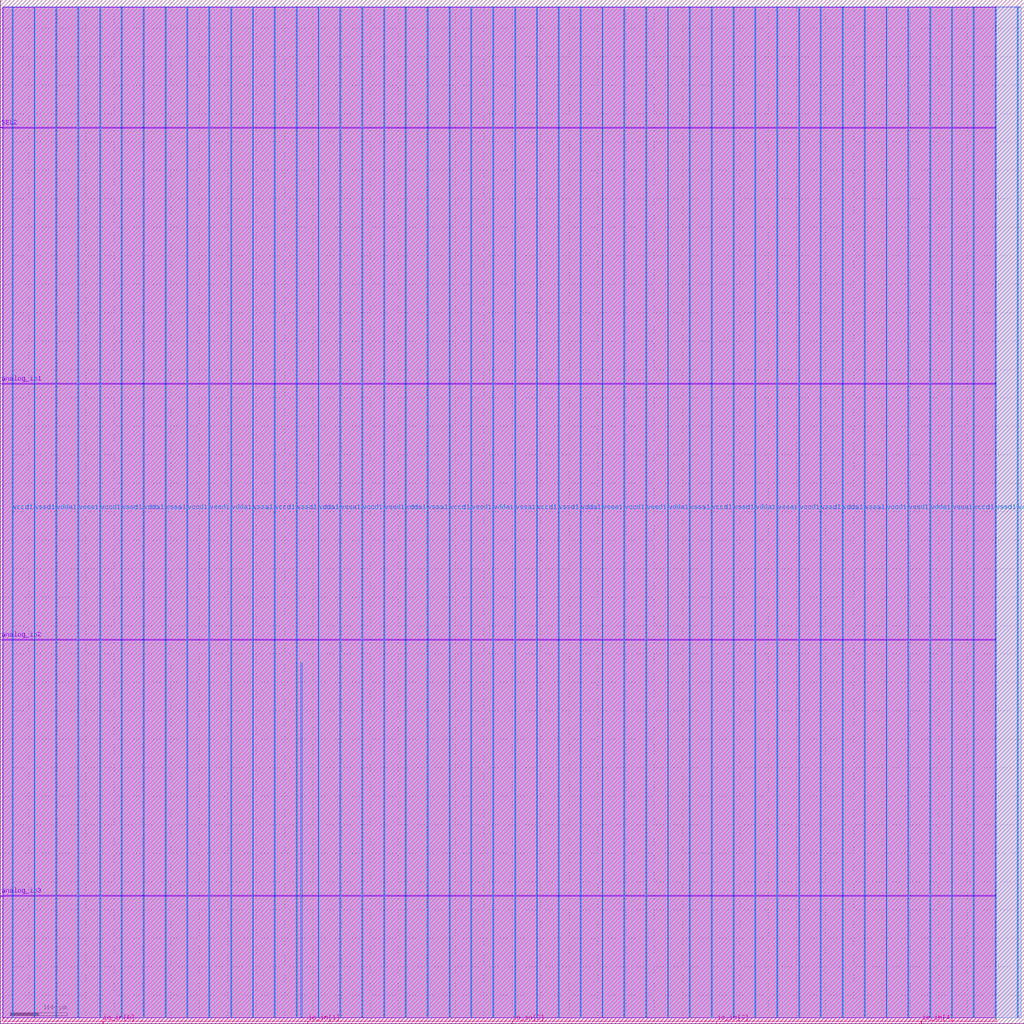
<source format=lef>
# Copyright 2020 The SkyWater PDK Authors
#
# Licensed under the Apache License, Version 2.0 (the "License");
# you may not use this file except in compliance with the License.
# You may obtain a copy of the License at
#
#     https://www.apache.org/licenses/LICENSE-2.0
#
# Unless required by applicable law or agreed to in writing, software
# distributed under the License is distributed on an "AS IS" BASIS,
# WITHOUT WARRANTIES OR CONDITIONS OF ANY KIND, either express or implied.
# See the License for the specific language governing permissions and
# limitations under the License.
#
# SPDX-License-Identifier: Apache-2.0

VERSION 5.7 ;

BUSBITCHARS "[]" ;
DIVIDERCHAR "/" ;

UNITS
  TIME NANOSECONDS 1 ;
  CAPACITANCE PICOFARADS 1 ;
  RESISTANCE OHMS 1 ;
  DATABASE MICRONS 1000 ;
END UNITS

MANUFACTURINGGRID 0.005 ;
USEMINSPACING OBS OFF ;

PROPERTYDEFINITIONS
  LAYER LEF58_TYPE STRING ;
END PROPERTYDEFINITIONS

# High density, single height
SITE unithd
  SYMMETRY Y ;
  CLASS CORE ;
  SIZE 0.46 BY 2.72 ;
END unithd

# High density, double height
SITE unithddbl
  SYMMETRY Y ;
  CLASS CORE ;
  SIZE 0.46 BY 5.44 ;
END unithddbl

LAYER nwell
  TYPE MASTERSLICE ;
  PROPERTY LEF58_TYPE "TYPE NWELL ;" ;
END nwell

LAYER pwell
  TYPE MASTERSLICE ;
  PROPERTY LEF58_TYPE "TYPE PWELL ;" ;
END pwell

LAYER li1
  TYPE ROUTING ;
  DIRECTION VERTICAL ;

  PITCH 0.46 0.34 ;
  OFFSET 0.23 0.17 ;

  WIDTH 0.17 ;          # LI 1
  # SPACING  0.17 ;     # LI 2
  SPACINGTABLE
     PARALLELRUNLENGTH 0
     WIDTH 0 0.17 ;
  AREA 0.0561 ;         # LI 6
  THICKNESS 0.1 ;
  EDGECAPACITANCE 40.697E-6 ;
  CAPACITANCE CPERSQDIST 36.9866E-6 ;
  RESISTANCE RPERSQ 17.0 ;

  ANTENNAMODEL OXIDE1 ;
  ANTENNADIFFSIDEAREARATIO PWL ( ( 0 75 ) ( 0.0125 75 ) ( 0.0225 85.125 ) ( 22.5 10200 ) ) ;
END li1

LAYER mcon
  TYPE CUT ;

  WIDTH 0.17 ;                # Mcon 1
  SPACING 0.19 ;              # Mcon 2
  ENCLOSURE BELOW 0 0 ;       # Mcon 4
  ENCLOSURE ABOVE 0.03 0.06 ; # Met1 4 / Met1 5
  RESISTANCE 23.0 ;

  ANTENNADIFFAREARATIO PWL ( ( 0 3 ) ( 0.0125 3 ) ( 0.0225 3.405 ) ( 22.5 408 ) ) ;
  DCCURRENTDENSITY AVERAGE 0.36 ; # mA per via Iavg_max at Tj = 90oC

END mcon

LAYER met1
  TYPE ROUTING ;
  DIRECTION HORIZONTAL ;

  PITCH 0.34 ;
  OFFSET 0.17 ;

  WIDTH 0.14 ;                     # Met1 1
  # SPACING 0.14 ;                 # Met1 2
  # SPACING 0.28 RANGE 3.001 100 ; # Met1 3b
  SPACINGTABLE
     PARALLELRUNLENGTH 0
     WIDTH 0 0.14
     WIDTH 3 0.28 ;
  AREA 0.083 ;                     # Met1 6
  THICKNESS 0.35 ;
  MINENCLOSEDAREA 0.14 ;

  ANTENNAMODEL OXIDE1 ;
  ANTENNADIFFSIDEAREARATIO PWL ( ( 0 400 ) ( 0.0125 400 ) ( 0.0225 2609 ) ( 22.5 11600 ) ) ;

  EDGECAPACITANCE 40.567E-6 ;
  CAPACITANCE CPERSQDIST 25.7784E-6 ;
  DCCURRENTDENSITY AVERAGE 2.8 ; # mA/um Iavg_max at Tj = 90oC
  ACCURRENTDENSITY RMS 6.1 ; # mA/um Irms_max at Tj = 90oC
  MAXIMUMDENSITY 70 ;
  DENSITYCHECKWINDOW 700 700 ;
  DENSITYCHECKSTEP 70 ;

  RESISTANCE RPERSQ 0.145 ;
END met1

LAYER via
  TYPE CUT ;
  WIDTH 0.15 ;                  # Via 1a
  SPACING 0.17 ;                # Via 2
  ENCLOSURE BELOW 0.055 0.085 ; # Via 4a / Via 5a
  ENCLOSURE ABOVE 0.055 0.085 ; # Met2 4 / Met2 5
  RESISTANCE 30.0 ;

  ANTENNADIFFAREARATIO PWL ( ( 0 6 ) ( 0.0125 6 ) ( 0.0225 6.81 ) ( 22.5 816 ) ) ;
  DCCURRENTDENSITY AVERAGE 0.29 ; # mA per via Iavg_max at Tj = 90oC
END via

LAYER met2
  TYPE ROUTING ;
  DIRECTION VERTICAL ;

  PITCH 0.46 ;
  OFFSET 0.23 ;

  WIDTH 0.14 ;                        # Met2 1
  # SPACING  0.14 ;                   # Met2 2
  # SPACING  0.28 RANGE 3.001 100 ;   # Met2 3b
  SPACINGTABLE
     PARALLELRUNLENGTH 0
     WIDTH 0 0.14
     WIDTH 3 0.28 ;
  AREA 0.0676 ;                       # Met2 6
  THICKNESS 0.35 ;
  MINENCLOSEDAREA 0.14 ;

  EDGECAPACITANCE 32.918E-6 ;
  CAPACITANCE CPERSQDIST 14.7703E-6 ;
  RESISTANCE RPERSQ 0.145 ;
  DCCURRENTDENSITY AVERAGE 2.8 ; # mA/um Iavg_max at Tj = 90oC
  ACCURRENTDENSITY RMS 6.1 ; # mA/um Irms_max at Tj = 90oC

  ANTENNAMODEL OXIDE1 ;
  ANTENNADIFFSIDEAREARATIO PWL ( ( 0 400 ) ( 0.0125 400 ) ( 0.0225 2609 ) ( 22.5 11600 ) ) ;

  MAXIMUMDENSITY 70 ;
  DENSITYCHECKWINDOW 700 700 ;
  DENSITYCHECKSTEP 70 ;
END met2

# ******** Layer via2, type routing, number 44 **************
LAYER via2
  TYPE CUT ;
  WIDTH 0.2 ;                   # Via2 1
  SPACING 0.2 ;                 # Via2 2
  ENCLOSURE BELOW 0.04 0.085 ;  # Via2 4
  ENCLOSURE ABOVE 0.065 0.065 ; # Met3 4
  RESISTANCE 8.0 ;
  ANTENNADIFFAREARATIO PWL ( ( 0 6 ) ( 0.0125 6 ) ( 0.0225 6.81 ) ( 22.5 816 ) ) ;
  DCCURRENTDENSITY AVERAGE 0.48 ; # mA per via Iavg_max at Tj = 90oC
END via2

LAYER met3
  TYPE ROUTING ;
  DIRECTION HORIZONTAL ;

  PITCH 0.68 ;
  OFFSET 0.34 ;

  WIDTH 0.3 ;              # Met3 1
  # SPACING 0.3 ;          # Met3 2
  SPACINGTABLE
     PARALLELRUNLENGTH 0
     WIDTH 0 0.3
     WIDTH 3 0.4 ;
  AREA 0.24 ;              # Met3 6
  THICKNESS 0.8 ;

  EDGECAPACITANCE 37.065E-6 ;
  CAPACITANCE CPERSQDIST 11.1883E-6 ;
  RESISTANCE RPERSQ 0.056 ;
  DCCURRENTDENSITY AVERAGE 6.8 ; # mA/um Iavg_max at Tj = 90oC
  ACCURRENTDENSITY RMS 14.9 ; # mA/um Irms_max at Tj = 90oC

  ANTENNAMODEL OXIDE1 ;
  ANTENNADIFFSIDEAREARATIO PWL ( ( 0 400 ) ( 0.0125 400 ) ( 0.0225 2609 ) ( 22.5 11600 ) ) ;

  MAXIMUMDENSITY 70 ;
  DENSITYCHECKWINDOW 700 700 ;
  DENSITYCHECKSTEP 70 ;
END met3

LAYER via3
  TYPE CUT ;
  WIDTH 0.2 ;                   # Via3 1
  SPACING 0.2 ;                 # Via3 2
  ENCLOSURE BELOW 0.06 0.09 ;   # Via3 4 / Via3 5
  ENCLOSURE ABOVE 0.065 0.065 ; # Met4 3
  RESISTANCE 8.0 ;
  ANTENNADIFFAREARATIO PWL ( ( 0 6 ) ( 0.0125 6 ) ( 0.0225 6.81 ) ( 22.5 816 ) ) ;
  DCCURRENTDENSITY AVERAGE 0.48 ; # mA per via Iavg_max at Tj = 90oC
END via3

LAYER met4
  TYPE ROUTING ;
  DIRECTION VERTICAL ;

  PITCH 0.92 ;
  OFFSET 0.46 ;

  WIDTH 0.3 ;             # Met4 1
  # SPACING  0.3 ;             # Met4 2
  SPACINGTABLE
     PARALLELRUNLENGTH 0
     WIDTH 0 0.3
     WIDTH 3 0.4 ;
  AREA 0.24 ;            # Met4 4a

  THICKNESS 0.8 ;

  EDGECAPACITANCE 34.169E-6 ;
  CAPACITANCE CPERSQDIST 7.84019E-6 ;
  RESISTANCE RPERSQ 0.056 ;
  DCCURRENTDENSITY AVERAGE 6.8 ; # mA/um Iavg_max at Tj = 90oC
  ACCURRENTDENSITY RMS 14.9 ; # mA/um Irms_max at Tj = 90oC

  ANTENNAMODEL OXIDE1 ;
  ANTENNADIFFSIDEAREARATIO PWL ( ( 0 400 ) ( 0.0125 400 ) ( 0.0225 2609 ) ( 22.5 11600 ) ) ;

  MAXIMUMDENSITY 70 ;
  DENSITYCHECKWINDOW 700 700 ;
  DENSITYCHECKSTEP 70 ;
END met4

LAYER via4
  TYPE CUT ;

  WIDTH 0.8 ;                 # Via4 1
  SPACING 0.8 ;               # Via4 2
  ENCLOSURE BELOW 0.19 0.19 ; # Via4 4
  ENCLOSURE ABOVE 0.31 0.31 ; # Met5 3
  RESISTANCE 0.891 ;
  ANTENNADIFFAREARATIO PWL ( ( 0 6 ) ( 0.0125 6 ) ( 0.0225 6.81 ) ( 22.5 816 ) ) ;
  DCCURRENTDENSITY AVERAGE 2.49 ; # mA per via Iavg_max at Tj = 90oC
END via4

LAYER met5
  TYPE ROUTING ;
  DIRECTION HORIZONTAL ;

  PITCH 3.4 ;
  OFFSET 1.7 ;

  WIDTH 1.6 ;            # Met5 1
  #SPACING  1.6 ;        # Met5 2
  SPACINGTABLE
     PARALLELRUNLENGTH 0
     WIDTH 0 1.6 ;
  AREA 4 ;               # Met5 4

  THICKNESS 1.2 ;

  EDGECAPACITANCE 36.828E-6 ;
  CAPACITANCE CPERSQDIST 5.99155E-6 ;
  RESISTANCE RPERSQ 0.0358 ;
  DCCURRENTDENSITY AVERAGE 10.17 ; # mA/um Iavg_max at Tj = 90oC
  ACCURRENTDENSITY RMS 22.34 ; # mA/um Irms_max at Tj = 90oC

  ANTENNAMODEL OXIDE1 ;
  ANTENNADIFFSIDEAREARATIO PWL ( ( 0 400 ) ( 0.0125 400 ) ( 0.0225 2609 ) ( 22.5 11600 ) ) ;
END met5


### Routing via cells section   ###
# Plus via rule, metals are along the prefered direction
VIA L1M1_PR DEFAULT
  LAYER mcon ;
  RECT -0.085 -0.085 0.085 0.085 ;
  LAYER li1 ;
  RECT -0.085 -0.085 0.085 0.085 ;
  LAYER met1 ;
  RECT -0.145 -0.115 0.145 0.115 ;
END L1M1_PR

VIARULE L1M1_PR GENERATE
  LAYER li1 ;
  ENCLOSURE 0 0 ;
  LAYER met1 ;
  ENCLOSURE 0.06 0.03 ;
  LAYER mcon ;
  RECT -0.085 -0.085 0.085 0.085 ;
  SPACING 0.36 BY 0.36 ;
END L1M1_PR

# Plus via rule, metals are along the non prefered direction
VIA L1M1_PR_R DEFAULT
  LAYER mcon ;
  RECT -0.085 -0.085 0.085 0.085 ;
  LAYER li1 ;
  RECT -0.085 -0.085 0.085 0.085 ;
  LAYER met1 ;
  RECT -0.115 -0.145 0.115 0.145 ;
END L1M1_PR_R

VIARULE L1M1_PR_R GENERATE
  LAYER li1 ;
  ENCLOSURE 0 0 ;
  LAYER met1 ;
  ENCLOSURE 0.03 0.06 ;
  LAYER mcon ;
  RECT -0.085 -0.085 0.085 0.085 ;
  SPACING 0.36 BY 0.36 ;
END L1M1_PR_R

# Minus via rule, lower layer metal is along prefered direction
VIA L1M1_PR_M DEFAULT
  LAYER mcon ;
  RECT -0.085 -0.085 0.085 0.085 ;
  LAYER li1 ;
  RECT -0.085 -0.085 0.085 0.085 ;
  LAYER met1 ;
  RECT -0.115 -0.145 0.115 0.145 ;
END L1M1_PR_M

VIARULE L1M1_PR_M GENERATE
  LAYER li1 ;
  ENCLOSURE 0 0 ;
  LAYER met1 ;
  ENCLOSURE 0.03 0.06 ;
  LAYER mcon ;
  RECT -0.085 -0.085 0.085 0.085 ;
  SPACING 0.36 BY 0.36 ;
END L1M1_PR_M

# Minus via rule, upper layer metal is along prefered direction
VIA L1M1_PR_MR DEFAULT
  LAYER mcon ;
  RECT -0.085 -0.085 0.085 0.085 ;
  LAYER li1 ;
  RECT -0.085 -0.085 0.085 0.085 ;
  LAYER met1 ;
  RECT -0.145 -0.115 0.145 0.115 ;
END L1M1_PR_MR

VIARULE L1M1_PR_MR GENERATE
  LAYER li1 ;
  ENCLOSURE 0 0 ;
  LAYER met1 ;
  ENCLOSURE 0.06 0.03 ;
  LAYER mcon ;
  RECT -0.085 -0.085 0.085 0.085 ;
  SPACING 0.36 BY 0.36 ;
END L1M1_PR_MR

# Centered via rule, we really do not want to use it
VIA L1M1_PR_C DEFAULT
  LAYER mcon ;
  RECT -0.085 -0.085 0.085 0.085 ;
  LAYER li1 ;
  RECT -0.085 -0.085 0.085 0.085 ;
  LAYER met1 ;
  RECT -0.145 -0.145 0.145 0.145 ;
END L1M1_PR_C

VIARULE L1M1_PR_C GENERATE
  LAYER li1 ;
  ENCLOSURE 0 0 ;
  LAYER met1 ;
  ENCLOSURE 0.06 0.06 ;
  LAYER mcon ;
  RECT -0.085 -0.085 0.085 0.085 ;
  SPACING 0.36 BY 0.36 ;
END L1M1_PR_C

# Plus via rule, metals are along the prefered direction
VIA M1M2_PR DEFAULT
  LAYER via ;
  RECT -0.075 -0.075 0.075 0.075 ;
  LAYER met1 ;
  RECT -0.16 -0.13 0.16 0.13 ;
  LAYER met2 ;
  RECT -0.13 -0.16 0.13 0.16 ;
END M1M2_PR

VIARULE M1M2_PR GENERATE
  LAYER met1 ;
  ENCLOSURE 0.085 0.055 ;
  LAYER met2 ;
  ENCLOSURE 0.055 0.085 ;
  LAYER via ;
  RECT -0.075 -0.075 0.075 0.075 ;
  SPACING 0.32 BY 0.32 ;
END M1M2_PR

# Plus via rule, metals are along the non prefered direction
VIA M1M2_PR_R DEFAULT
  LAYER via ;
  RECT -0.075 -0.075 0.075 0.075 ;
  LAYER met1 ;
  RECT -0.13 -0.16 0.13 0.16 ;
  LAYER met2 ;
  RECT -0.16 -0.13 0.16 0.13 ;
END M1M2_PR_R

VIARULE M1M2_PR_R GENERATE
  LAYER met1 ;
  ENCLOSURE 0.055 0.085 ;
  LAYER met2 ;
  ENCLOSURE 0.085 0.055 ;
  LAYER via ;
  RECT -0.075 -0.075 0.075 0.075 ;
  SPACING 0.32 BY 0.32 ;
END M1M2_PR_R

# Minus via rule, lower layer metal is along prefered direction
VIA M1M2_PR_M DEFAULT
  LAYER via ;
  RECT -0.075 -0.075 0.075 0.075 ;
  LAYER met1 ;
  RECT -0.16 -0.13 0.16 0.13 ;
  LAYER met2 ;
  RECT -0.16 -0.13 0.16 0.13 ;
END M1M2_PR_M

VIARULE M1M2_PR_M GENERATE
  LAYER met1 ;
  ENCLOSURE 0.085 0.055 ;
  LAYER met2 ;
  ENCLOSURE 0.085 0.055 ;
  LAYER via ;
  RECT -0.075 -0.075 0.075 0.075 ;
  SPACING 0.32 BY 0.32 ;
END M1M2_PR_M

# Minus via rule, upper layer metal is along prefered direction
VIA M1M2_PR_MR DEFAULT
  LAYER via ;
  RECT -0.075 -0.075 0.075 0.075 ;
  LAYER met1 ;
  RECT -0.13 -0.16 0.13 0.16 ;
  LAYER met2 ;
  RECT -0.13 -0.16 0.13 0.16 ;
END M1M2_PR_MR

VIARULE M1M2_PR_MR GENERATE
  LAYER met1 ;
  ENCLOSURE 0.055 0.085 ;
  LAYER met2 ;
  ENCLOSURE 0.055 0.085 ;
  LAYER via ;
  RECT -0.075 -0.075 0.075 0.075 ;
  SPACING 0.32 BY 0.32 ;
END M1M2_PR_MR

# Centered via rule, we really do not want to use it
VIA M1M2_PR_C DEFAULT
  LAYER via ;
  RECT -0.075 -0.075 0.075 0.075 ;
  LAYER met1 ;
  RECT -0.16 -0.16 0.16 0.16 ;
  LAYER met2 ;
  RECT -0.16 -0.16 0.16 0.16 ;
END M1M2_PR_C

VIARULE M1M2_PR_C GENERATE
  LAYER met1 ;
  ENCLOSURE 0.085 0.085 ;
  LAYER met2 ;
  ENCLOSURE 0.085 0.085 ;
  LAYER via ;
  RECT -0.075 -0.075 0.075 0.075 ;
  SPACING 0.32 BY 0.32 ;
END M1M2_PR_C

# Plus via rule, metals are along the prefered direction
VIA M2M3_PR DEFAULT
  LAYER via2 ;
  RECT -0.1 -0.1 0.1 0.1 ;
  LAYER met2 ;
  RECT -0.14 -0.185 0.14 0.185 ;
  LAYER met3 ;
  RECT -0.165 -0.165 0.165 0.165 ;
END M2M3_PR

VIARULE M2M3_PR GENERATE
  LAYER met2 ;
  ENCLOSURE 0.04 0.085 ;
  LAYER met3 ;
  ENCLOSURE 0.065 0.065 ;
  LAYER via2 ;
  RECT -0.1 -0.1 0.1 0.1 ;
  SPACING 0.4 BY 0.4 ;
END M2M3_PR

# Plus via rule, metals are along the non prefered direction
VIA M2M3_PR_R DEFAULT
  LAYER via2 ;
  RECT -0.1 -0.1 0.1 0.1 ;
  LAYER met2 ;
  RECT -0.185 -0.14 0.185 0.14 ;
  LAYER met3 ;
  RECT -0.165 -0.165 0.165 0.165 ;
END M2M3_PR_R

VIARULE M2M3_PR_R GENERATE
  LAYER met2 ;
  ENCLOSURE 0.085 0.04 ;
  LAYER met3 ;
  ENCLOSURE 0.065 0.065 ;
  LAYER via2 ;
  RECT -0.1 -0.1 0.1 0.1 ;
  SPACING 0.4 BY 0.4 ;
END M2M3_PR_R

# Minus via rule, lower layer metal is along prefered direction
VIA M2M3_PR_M DEFAULT
  LAYER via2 ;
  RECT -0.1 -0.1 0.1 0.1 ;
  LAYER met2 ;
  RECT -0.14 -0.185 0.14 0.185 ;
  LAYER met3 ;
  RECT -0.165 -0.165 0.165 0.165 ;
END M2M3_PR_M

VIARULE M2M3_PR_M GENERATE
  LAYER met2 ;
  ENCLOSURE 0.04 0.085 ;
  LAYER met3 ;
  ENCLOSURE 0.065 0.065 ;
  LAYER via2 ;
  RECT -0.1 -0.1 0.1 0.1 ;
  SPACING 0.4 BY 0.4 ;
END M2M3_PR_M

# Minus via rule, upper layer metal is along prefered direction
VIA M2M3_PR_MR DEFAULT
  LAYER via2 ;
  RECT -0.1 -0.1 0.1 0.1 ;
  LAYER met2 ;
  RECT -0.185 -0.14 0.185 0.14 ;
  LAYER met3 ;
  RECT -0.165 -0.165 0.165 0.165 ;
END M2M3_PR_MR

VIARULE M2M3_PR_MR GENERATE
  LAYER met2 ;
  ENCLOSURE 0.085 0.04 ;
  LAYER met3 ;
  ENCLOSURE 0.065 0.065 ;
  LAYER via2 ;
  RECT -0.1 -0.1 0.1 0.1 ;
  SPACING 0.4 BY 0.4 ;
END M2M3_PR_MR

# Centered via rule, we really do not want to use it
VIA M2M3_PR_C DEFAULT
  LAYER via2 ;
  RECT -0.1 -0.1 0.1 0.1 ;
  LAYER met2 ;
  RECT -0.185 -0.185 0.185 0.185 ;
  LAYER met3 ;
  RECT -0.165 -0.165 0.165 0.165 ;
END M2M3_PR_C

VIARULE M2M3_PR_C GENERATE
  LAYER met2 ;
  ENCLOSURE 0.085 0.085 ;
  LAYER met3 ;
  ENCLOSURE 0.065 0.065 ;
  LAYER via2 ;
  RECT -0.1 -0.1 0.1 0.1 ;
  SPACING 0.4 BY 0.4 ;
END M2M3_PR_C

# Plus via rule, metals are along the prefered direction
VIA M3M4_PR DEFAULT
  LAYER via3 ;
  RECT -0.1 -0.1 0.1 0.1 ;
  LAYER met3 ;
  RECT -0.19 -0.16 0.19 0.16 ;
  LAYER met4 ;
  RECT -0.165 -0.165 0.165 0.165 ;
END M3M4_PR

VIARULE M3M4_PR GENERATE
  LAYER met3 ;
  ENCLOSURE 0.09 0.06 ;
  LAYER met4 ;
  ENCLOSURE 0.065 0.065 ;
  LAYER via3 ;
  RECT -0.1 -0.1 0.1 0.1 ;
  SPACING 0.4 BY 0.4 ;
END M3M4_PR

# Plus via rule, metals are along the non prefered direction
VIA M3M4_PR_R DEFAULT
  LAYER via3 ;
  RECT -0.1 -0.1 0.1 0.1 ;
  LAYER met3 ;
  RECT -0.16 -0.19 0.16 0.19 ;
  LAYER met4 ;
  RECT -0.165 -0.165 0.165 0.165 ;
END M3M4_PR_R

VIARULE M3M4_PR_R GENERATE
  LAYER met3 ;
  ENCLOSURE 0.06 0.09 ;
  LAYER met4 ;
  ENCLOSURE 0.065 0.065 ;
  LAYER via3 ;
  RECT -0.1 -0.1 0.1 0.1 ;
  SPACING 0.4 BY 0.4 ;
END M3M4_PR_R

# Minus via rule, lower layer metal is along prefered direction
VIA M3M4_PR_M DEFAULT
  LAYER via3 ;
  RECT -0.1 -0.1 0.1 0.1 ;
  LAYER met3 ;
  RECT -0.19 -0.16 0.19 0.16 ;
  LAYER met4 ;
  RECT -0.165 -0.165 0.165 0.165 ;
END M3M4_PR_M

VIARULE M3M4_PR_M GENERATE
  LAYER met3 ;
  ENCLOSURE 0.09 0.06 ;
  LAYER met4 ;
  ENCLOSURE 0.065 0.065 ;
  LAYER via3 ;
  RECT -0.1 -0.1 0.1 0.1 ;
  SPACING 0.4 BY 0.4 ;
END M3M4_PR_M

# Minus via rule, upper layer metal is along prefered direction
VIA M3M4_PR_MR DEFAULT
  LAYER via3 ;
  RECT -0.1 -0.1 0.1 0.1 ;
  LAYER met3 ;
  RECT -0.16 -0.19 0.16 0.19 ;
  LAYER met4 ;
  RECT -0.165 -0.165 0.165 0.165 ;
END M3M4_PR_MR

VIARULE M3M4_PR_MR GENERATE
  LAYER met3 ;
  ENCLOSURE 0.06 0.09 ;
  LAYER met4 ;
  ENCLOSURE 0.065 0.065 ;
  LAYER via3 ;
  RECT -0.1 -0.1 0.1 0.1 ;
  SPACING 0.4 BY 0.4 ;
END M3M4_PR_MR

# Centered via rule, we really do not want to use it
VIA M3M4_PR_C DEFAULT
  LAYER via3 ;
  RECT -0.1 -0.1 0.1 0.1 ;
  LAYER met3 ;
  RECT -0.19 -0.19 0.19 0.19 ;
  LAYER met4 ;
  RECT -0.165 -0.165 0.165 0.165 ;
END M3M4_PR_C

VIARULE M3M4_PR_C GENERATE
  LAYER met3 ;
  ENCLOSURE 0.09 0.09 ;
  LAYER met4 ;
  ENCLOSURE 0.065 0.065 ;
  LAYER via3 ;
  RECT -0.1 -0.1 0.1 0.1 ;
  SPACING 0.4 BY 0.4 ;
END M3M4_PR_C

# Plus via rule, metals are along the prefered direction
VIA M4M5_PR DEFAULT
  LAYER via4 ;
  RECT -0.4 -0.4 0.4 0.4 ;
  LAYER met4 ;
  RECT -0.59 -0.59 0.59 0.59 ;
  LAYER met5 ;
  RECT -0.71 -0.71 0.71 0.71 ;
END M4M5_PR

VIARULE M4M5_PR GENERATE
  LAYER met4 ;
  ENCLOSURE 0.19 0.19 ;
  LAYER met5 ;
  ENCLOSURE 0.31 0.31 ;
  LAYER via4 ;
  RECT -0.4 -0.4 0.4 0.4 ;
  SPACING 1.6 BY 1.6 ;
END M4M5_PR

# Plus via rule, metals are along the non prefered direction
VIA M4M5_PR_R DEFAULT
  LAYER via4 ;
  RECT -0.4 -0.4 0.4 0.4 ;
  LAYER met4 ;
  RECT -0.59 -0.59 0.59 0.59 ;
  LAYER met5 ;
  RECT -0.71 -0.71 0.71 0.71 ;
END M4M5_PR_R

VIARULE M4M5_PR_R GENERATE
  LAYER met4 ;
  ENCLOSURE 0.19 0.19 ;
  LAYER met5 ;
  ENCLOSURE 0.31 0.31 ;
  LAYER via4 ;
  RECT -0.4 -0.4 0.4 0.4 ;
  SPACING 1.6 BY 1.6 ;
END M4M5_PR_R

# Minus via rule, lower layer metal is along prefered direction
VIA M4M5_PR_M DEFAULT
  LAYER via4 ;
  RECT -0.4 -0.4 0.4 0.4 ;
  LAYER met4 ;
  RECT -0.59 -0.59 0.59 0.59 ;
  LAYER met5 ;
  RECT -0.71 -0.71 0.71 0.71 ;
END M4M5_PR_M

VIARULE M4M5_PR_M GENERATE
  LAYER met4 ;
  ENCLOSURE 0.19 0.19 ;
  LAYER met5 ;
  ENCLOSURE 0.31 0.31 ;
  LAYER via4 ;
  RECT -0.4 -0.4 0.4 0.4 ;
  SPACING 1.6 BY 1.6 ;
END M4M5_PR_M

# Minus via rule, upper layer metal is along prefered direction
VIA M4M5_PR_MR DEFAULT
  LAYER via4 ;
  RECT -0.4 -0.4 0.4 0.4 ;
  LAYER met4 ;
  RECT -0.59 -0.59 0.59 0.59 ;
  LAYER met5 ;
  RECT -0.71 -0.71 0.71 0.71 ;
END M4M5_PR_MR

VIARULE M4M5_PR_MR GENERATE
  LAYER met4 ;
  ENCLOSURE 0.19 0.19 ;
  LAYER met5 ;
  ENCLOSURE 0.31 0.31 ;
  LAYER via4 ;
  RECT -0.4 -0.4 0.4 0.4 ;
  SPACING 1.6 BY 1.6 ;
END M4M5_PR_MR

# Centered via rule, we really do not want to use it
VIA M4M5_PR_C DEFAULT
  LAYER via4 ;
  RECT -0.4 -0.4 0.4 0.4 ;
  LAYER met4 ;
  RECT -0.59 -0.59 0.59 0.59 ;
  LAYER met5 ;
  RECT -0.71 -0.71 0.71 0.71 ;
END M4M5_PR_C

VIARULE M4M5_PR_C GENERATE
  LAYER met4 ;
  ENCLOSURE 0.19 0.19 ;
  LAYER met5 ;
  ENCLOSURE 0.31 0.31 ;
  LAYER via4 ;
  RECT -0.4 -0.4 0.4 0.4 ;
  SPACING 1.6 BY 1.6 ;
END M4M5_PR_C
###  end of single via cells   ###


MACRO sky130_fd_sc_hd__a2bb2o_1
  CLASS CORE ;
  FOREIGN sky130_fd_sc_hd__a2bb2o_1 ;
  ORIGIN 0.000 0.000 ;
  SIZE 3.680 BY 2.720 ;
  SYMMETRY X Y R90 ;
  SITE unithd ;
  PIN A1_N
    DIRECTION INPUT ;
    USE SIGNAL ;
    ANTENNAGATEAREA 0.126000 ;
    PORT
      LAYER li1 ;
        RECT 0.910 0.995 1.240 1.615 ;
    END
  END A1_N
  PIN A2_N
    DIRECTION INPUT ;
    USE SIGNAL ;
    ANTENNAGATEAREA 0.126000 ;
    PORT
      LAYER li1 ;
        RECT 1.410 0.995 1.700 1.375 ;
    END
  END A2_N
  PIN B1
    DIRECTION INPUT ;
    USE SIGNAL ;
    ANTENNAGATEAREA 0.126000 ;
    PORT
      LAYER li1 ;
        RECT 3.280 0.765 3.540 1.655 ;
    END
  END B1
  PIN B2
    DIRECTION INPUT ;
    USE SIGNAL ;
    ANTENNAGATEAREA 0.126000 ;
    PORT
      LAYER li1 ;
        RECT 2.600 1.355 3.080 1.655 ;
        RECT 2.820 0.765 3.080 1.355 ;
    END
  END B2
  PIN VGND
    DIRECTION INOUT ;
    USE GROUND ;
    SHAPE ABUTMENT ;
    PORT
      LAYER met1 ;
        RECT 0.000 -0.240 3.680 0.240 ;
    END
  END VGND
  PIN VNB
    DIRECTION INOUT ;
    USE GROUND ;
    PORT
      LAYER pwell ;
        RECT 0.005 0.785 0.925 1.015 ;
        RECT 0.005 0.105 3.590 0.785 ;
        RECT 0.150 -0.085 0.320 0.105 ;
    END
  END VNB
  PIN VPB
    DIRECTION INOUT ;
    USE POWER ;
    PORT
      LAYER nwell ;
        RECT -0.190 1.305 3.870 2.910 ;
    END
  END VPB
  PIN VPWR
    DIRECTION INOUT ;
    USE POWER ;
    SHAPE ABUTMENT ;
    PORT
      LAYER met1 ;
        RECT 0.000 2.480 3.680 2.960 ;
    END
  END VPWR
  PIN X
    DIRECTION OUTPUT ;
    USE SIGNAL ;
    ANTENNADIFFAREA 0.429000 ;
    PORT
      LAYER li1 ;
        RECT 0.085 1.525 0.345 2.465 ;
        RECT 0.085 0.810 0.260 1.525 ;
        RECT 0.085 0.255 0.345 0.810 ;
    END
  END X
  OBS
      LAYER li1 ;
        RECT 0.000 2.635 3.680 2.805 ;
        RECT 0.515 2.235 0.845 2.635 ;
        RECT 1.990 2.370 2.245 2.465 ;
        RECT 1.105 2.200 2.245 2.370 ;
        RECT 2.415 2.255 2.745 2.425 ;
        RECT 1.105 1.975 1.275 2.200 ;
        RECT 0.515 1.805 1.275 1.975 ;
        RECT 1.990 2.065 2.245 2.200 ;
        RECT 0.515 1.325 0.685 1.805 ;
        RECT 1.540 1.715 1.710 1.905 ;
        RECT 1.990 1.895 2.400 2.065 ;
        RECT 1.540 1.545 2.060 1.715 ;
        RECT 0.430 0.995 0.685 1.325 ;
        RECT 1.890 0.825 2.060 1.545 ;
        RECT 1.180 0.655 2.060 0.825 ;
        RECT 2.230 0.870 2.400 1.895 ;
        RECT 2.575 2.005 2.745 2.255 ;
        RECT 2.915 2.175 3.165 2.635 ;
        RECT 3.335 2.005 3.515 2.465 ;
        RECT 2.575 1.835 3.515 2.005 ;
        RECT 2.230 0.700 2.580 0.870 ;
        RECT 0.515 0.085 0.945 0.530 ;
        RECT 1.180 0.255 1.350 0.655 ;
        RECT 1.520 0.085 2.240 0.485 ;
        RECT 2.410 0.255 2.580 0.700 ;
        RECT 3.155 0.085 3.555 0.595 ;
        RECT 0.000 -0.085 3.680 0.085 ;
      LAYER mcon ;
        RECT 0.145 2.635 0.315 2.805 ;
        RECT 0.605 2.635 0.775 2.805 ;
        RECT 1.065 2.635 1.235 2.805 ;
        RECT 1.525 2.635 1.695 2.805 ;
        RECT 1.985 2.635 2.155 2.805 ;
        RECT 2.445 2.635 2.615 2.805 ;
        RECT 2.905 2.635 3.075 2.805 ;
        RECT 3.365 2.635 3.535 2.805 ;
        RECT 0.145 -0.085 0.315 0.085 ;
        RECT 0.605 -0.085 0.775 0.085 ;
        RECT 1.065 -0.085 1.235 0.085 ;
        RECT 1.525 -0.085 1.695 0.085 ;
        RECT 1.985 -0.085 2.155 0.085 ;
        RECT 2.445 -0.085 2.615 0.085 ;
        RECT 2.905 -0.085 3.075 0.085 ;
        RECT 3.365 -0.085 3.535 0.085 ;
  END
END sky130_fd_sc_hd__a2bb2o_1
MACRO sky130_fd_sc_hd__a2bb2o_2
  CLASS CORE ;
  FOREIGN sky130_fd_sc_hd__a2bb2o_2 ;
  ORIGIN 0.000 0.000 ;
  SIZE 4.140 BY 2.720 ;
  SYMMETRY X Y R90 ;
  SITE unithd ;
  PIN A1_N
    DIRECTION INPUT ;
    USE SIGNAL ;
    ANTENNAGATEAREA 0.159000 ;
    PORT
      LAYER li1 ;
        RECT 1.345 0.995 1.675 1.615 ;
    END
  END A1_N
  PIN A2_N
    DIRECTION INPUT ;
    USE SIGNAL ;
    ANTENNAGATEAREA 0.159000 ;
    PORT
      LAYER li1 ;
        RECT 1.845 0.995 2.135 1.375 ;
    END
  END A2_N
  PIN B1
    DIRECTION INPUT ;
    USE SIGNAL ;
    ANTENNAGATEAREA 0.159000 ;
    PORT
      LAYER li1 ;
        RECT 3.730 0.765 3.990 1.655 ;
    END
  END B1
  PIN B2
    DIRECTION INPUT ;
    USE SIGNAL ;
    ANTENNAGATEAREA 0.159000 ;
    PORT
      LAYER li1 ;
        RECT 3.050 1.355 3.530 1.655 ;
        RECT 3.270 0.765 3.530 1.355 ;
    END
  END B2
  PIN VGND
    DIRECTION INOUT ;
    USE GROUND ;
    SHAPE ABUTMENT ;
    PORT
      LAYER met1 ;
        RECT 0.000 -0.240 4.140 0.240 ;
    END
  END VGND
  PIN VNB
    DIRECTION INOUT ;
    USE GROUND ;
    PORT
      LAYER pwell ;
        RECT 0.015 0.785 1.360 1.015 ;
        RECT 0.015 0.105 4.040 0.785 ;
        RECT 0.125 -0.085 0.295 0.105 ;
    END
  END VNB
  PIN VPB
    DIRECTION INOUT ;
    USE POWER ;
    PORT
      LAYER nwell ;
        RECT -0.190 1.305 4.330 2.910 ;
    END
  END VPB
  PIN VPWR
    DIRECTION INOUT ;
    USE POWER ;
    SHAPE ABUTMENT ;
    PORT
      LAYER met1 ;
        RECT 0.000 2.480 4.140 2.960 ;
    END
  END VPWR
  PIN X
    DIRECTION OUTPUT ;
    USE SIGNAL ;
    ANTENNADIFFAREA 0.445500 ;
    PORT
      LAYER li1 ;
        RECT 0.525 1.525 0.780 2.465 ;
        RECT 0.525 0.810 0.695 1.525 ;
        RECT 0.525 0.255 0.780 0.810 ;
    END
  END X
  OBS
      LAYER li1 ;
        RECT 0.000 2.635 4.140 2.805 ;
        RECT 0.185 1.445 0.355 2.635 ;
        RECT 0.950 2.235 1.280 2.635 ;
        RECT 2.500 2.370 2.670 2.465 ;
        RECT 1.540 2.200 2.670 2.370 ;
        RECT 2.875 2.255 3.205 2.425 ;
        RECT 1.540 1.975 1.710 2.200 ;
        RECT 0.950 1.805 1.710 1.975 ;
        RECT 2.440 2.065 2.670 2.200 ;
        RECT 0.950 1.325 1.120 1.805 ;
        RECT 1.975 1.715 2.145 1.905 ;
        RECT 2.440 1.895 2.850 2.065 ;
        RECT 1.975 1.545 2.510 1.715 ;
        RECT 0.865 0.995 1.120 1.325 ;
        RECT 0.185 0.085 0.355 0.930 ;
        RECT 2.340 0.825 2.510 1.545 ;
        RECT 1.615 0.655 2.510 0.825 ;
        RECT 2.680 0.870 2.850 1.895 ;
        RECT 3.035 2.005 3.205 2.255 ;
        RECT 3.375 2.175 3.625 2.635 ;
        RECT 3.795 2.005 3.965 2.465 ;
        RECT 3.035 1.835 3.965 2.005 ;
        RECT 2.680 0.700 3.030 0.870 ;
        RECT 0.950 0.085 1.380 0.530 ;
        RECT 1.615 0.255 1.785 0.655 ;
        RECT 1.955 0.085 2.690 0.485 ;
        RECT 2.860 0.255 3.030 0.700 ;
        RECT 3.605 0.085 4.005 0.595 ;
        RECT 0.000 -0.085 4.140 0.085 ;
      LAYER mcon ;
        RECT 0.145 2.635 0.315 2.805 ;
        RECT 0.605 2.635 0.775 2.805 ;
        RECT 1.065 2.635 1.235 2.805 ;
        RECT 1.525 2.635 1.695 2.805 ;
        RECT 1.985 2.635 2.155 2.805 ;
        RECT 2.445 2.635 2.615 2.805 ;
        RECT 2.905 2.635 3.075 2.805 ;
        RECT 3.365 2.635 3.535 2.805 ;
        RECT 3.825 2.635 3.995 2.805 ;
        RECT 0.145 -0.085 0.315 0.085 ;
        RECT 0.605 -0.085 0.775 0.085 ;
        RECT 1.065 -0.085 1.235 0.085 ;
        RECT 1.525 -0.085 1.695 0.085 ;
        RECT 1.985 -0.085 2.155 0.085 ;
        RECT 2.445 -0.085 2.615 0.085 ;
        RECT 2.905 -0.085 3.075 0.085 ;
        RECT 3.365 -0.085 3.535 0.085 ;
        RECT 3.825 -0.085 3.995 0.085 ;
  END
END sky130_fd_sc_hd__a2bb2o_2
MACRO sky130_fd_sc_hd__a2bb2o_4
  CLASS CORE ;
  FOREIGN sky130_fd_sc_hd__a2bb2o_4 ;
  ORIGIN 0.000 0.000 ;
  SIZE 7.360 BY 2.720 ;
  SYMMETRY X Y R90 ;
  SITE unithd ;
  PIN A1_N
    DIRECTION INPUT ;
    USE SIGNAL ;
    ANTENNAGATEAREA 0.495000 ;
    PORT
      LAYER li1 ;
        RECT 3.475 1.445 4.965 1.615 ;
        RECT 3.475 1.325 3.645 1.445 ;
        RECT 3.315 1.075 3.645 1.325 ;
        RECT 4.605 1.075 4.965 1.445 ;
    END
  END A1_N
  PIN A2_N
    DIRECTION INPUT ;
    USE SIGNAL ;
    ANTENNAGATEAREA 0.495000 ;
    PORT
      LAYER li1 ;
        RECT 3.815 1.075 4.435 1.275 ;
    END
  END A2_N
  PIN B1
    DIRECTION INPUT ;
    USE SIGNAL ;
    ANTENNAGATEAREA 0.495000 ;
    PORT
      LAYER li1 ;
        RECT 0.085 1.445 1.685 1.615 ;
        RECT 0.085 1.075 0.575 1.445 ;
        RECT 1.515 1.245 1.685 1.445 ;
        RECT 1.515 1.075 1.895 1.245 ;
    END
  END B1
  PIN B2
    DIRECTION INPUT ;
    USE SIGNAL ;
    ANTENNAGATEAREA 0.495000 ;
    PORT
      LAYER li1 ;
        RECT 0.805 1.075 1.345 1.275 ;
    END
  END B2
  PIN VGND
    DIRECTION INOUT ;
    USE GROUND ;
    SHAPE ABUTMENT ;
    PORT
      LAYER met1 ;
        RECT 0.000 -0.240 7.360 0.240 ;
    END
  END VGND
  PIN VNB
    DIRECTION INOUT ;
    USE GROUND ;
    PORT
      LAYER pwell ;
        RECT 0.005 0.105 6.915 1.015 ;
        RECT 0.150 -0.085 0.320 0.105 ;
    END
  END VNB
  PIN VPB
    DIRECTION INOUT ;
    USE POWER ;
    PORT
      LAYER nwell ;
        RECT -0.190 1.305 7.550 2.910 ;
    END
  END VPB
  PIN VPWR
    DIRECTION INOUT ;
    USE POWER ;
    SHAPE ABUTMENT ;
    PORT
      LAYER met1 ;
        RECT 0.000 2.480 7.360 2.960 ;
    END
  END VPWR
  PIN X
    DIRECTION OUTPUT ;
    USE SIGNAL ;
    ANTENNADIFFAREA 0.891000 ;
    PORT
      LAYER li1 ;
        RECT 5.275 1.955 5.525 2.465 ;
        RECT 6.115 1.955 6.365 2.465 ;
        RECT 5.275 1.785 6.365 1.955 ;
        RECT 6.115 1.655 6.365 1.785 ;
        RECT 6.115 1.415 6.920 1.655 ;
        RECT 6.610 0.905 6.920 1.415 ;
        RECT 5.235 0.725 6.920 0.905 ;
        RECT 5.235 0.275 5.565 0.725 ;
        RECT 6.075 0.275 6.405 0.725 ;
    END
  END X
  OBS
      LAYER li1 ;
        RECT 0.000 2.635 7.360 2.805 ;
        RECT 0.135 1.955 0.385 2.465 ;
        RECT 0.555 2.125 0.805 2.635 ;
        RECT 0.975 1.955 1.225 2.465 ;
        RECT 1.395 2.125 1.645 2.635 ;
        RECT 1.815 2.295 2.905 2.465 ;
        RECT 1.815 1.955 2.065 2.295 ;
        RECT 2.655 2.135 2.905 2.295 ;
        RECT 3.175 2.135 3.425 2.635 ;
        RECT 3.595 2.295 4.685 2.465 ;
        RECT 3.595 2.135 3.845 2.295 ;
        RECT 0.135 1.785 2.065 1.955 ;
        RECT 1.855 1.455 2.065 1.785 ;
        RECT 2.235 1.965 2.485 2.125 ;
        RECT 4.015 1.965 4.265 2.125 ;
        RECT 2.235 1.415 2.620 1.965 ;
        RECT 3.135 1.785 4.265 1.965 ;
        RECT 4.435 1.785 4.685 2.295 ;
        RECT 4.855 1.795 5.105 2.635 ;
        RECT 5.695 2.165 5.945 2.635 ;
        RECT 6.535 1.825 6.785 2.635 ;
        RECT 3.135 1.665 3.305 1.785 ;
        RECT 2.955 1.495 3.305 1.665 ;
        RECT 2.235 0.905 2.445 1.415 ;
        RECT 2.955 1.245 3.145 1.495 ;
        RECT 2.615 1.075 3.145 1.245 ;
        RECT 5.135 1.245 5.460 1.615 ;
        RECT 5.135 1.075 6.440 1.245 ;
        RECT 2.955 0.905 3.145 1.075 ;
        RECT 0.175 0.085 0.345 0.895 ;
        RECT 0.515 0.475 0.765 0.905 ;
        RECT 0.935 0.735 2.525 0.905 ;
        RECT 0.935 0.645 1.270 0.735 ;
        RECT 0.515 0.255 1.685 0.475 ;
        RECT 1.855 0.085 2.025 0.555 ;
        RECT 2.195 0.255 2.525 0.735 ;
        RECT 2.955 0.725 4.725 0.905 ;
        RECT 2.695 0.085 3.385 0.555 ;
        RECT 3.555 0.255 3.885 0.725 ;
        RECT 4.055 0.085 4.225 0.555 ;
        RECT 4.395 0.255 4.725 0.725 ;
        RECT 4.895 0.085 5.065 0.895 ;
        RECT 5.735 0.085 5.905 0.555 ;
        RECT 6.575 0.085 6.745 0.555 ;
        RECT 0.000 -0.085 7.360 0.085 ;
      LAYER mcon ;
        RECT 0.145 2.635 0.315 2.805 ;
        RECT 0.605 2.635 0.775 2.805 ;
        RECT 1.065 2.635 1.235 2.805 ;
        RECT 1.525 2.635 1.695 2.805 ;
        RECT 1.985 2.635 2.155 2.805 ;
        RECT 2.445 2.635 2.615 2.805 ;
        RECT 2.905 2.635 3.075 2.805 ;
        RECT 3.365 2.635 3.535 2.805 ;
        RECT 3.825 2.635 3.995 2.805 ;
        RECT 4.285 2.635 4.455 2.805 ;
        RECT 4.745 2.635 4.915 2.805 ;
        RECT 5.205 2.635 5.375 2.805 ;
        RECT 5.665 2.635 5.835 2.805 ;
        RECT 6.125 2.635 6.295 2.805 ;
        RECT 6.585 2.635 6.755 2.805 ;
        RECT 7.045 2.635 7.215 2.805 ;
        RECT 2.450 1.445 2.620 1.615 ;
        RECT 5.230 1.445 5.400 1.615 ;
        RECT 0.145 -0.085 0.315 0.085 ;
        RECT 0.605 -0.085 0.775 0.085 ;
        RECT 1.065 -0.085 1.235 0.085 ;
        RECT 1.525 -0.085 1.695 0.085 ;
        RECT 1.985 -0.085 2.155 0.085 ;
        RECT 2.445 -0.085 2.615 0.085 ;
        RECT 2.905 -0.085 3.075 0.085 ;
        RECT 3.365 -0.085 3.535 0.085 ;
        RECT 3.825 -0.085 3.995 0.085 ;
        RECT 4.285 -0.085 4.455 0.085 ;
        RECT 4.745 -0.085 4.915 0.085 ;
        RECT 5.205 -0.085 5.375 0.085 ;
        RECT 5.665 -0.085 5.835 0.085 ;
        RECT 6.125 -0.085 6.295 0.085 ;
        RECT 6.585 -0.085 6.755 0.085 ;
        RECT 7.045 -0.085 7.215 0.085 ;
      LAYER met1 ;
        RECT 2.390 1.600 2.680 1.645 ;
        RECT 5.170 1.600 5.460 1.645 ;
        RECT 2.390 1.460 5.460 1.600 ;
        RECT 2.390 1.415 2.680 1.460 ;
        RECT 5.170 1.415 5.460 1.460 ;
  END
END sky130_fd_sc_hd__a2bb2o_4
MACRO sky130_fd_sc_hd__a2bb2oi_1
  CLASS CORE ;
  FOREIGN sky130_fd_sc_hd__a2bb2oi_1 ;
  ORIGIN 0.000 0.000 ;
  SIZE 3.220 BY 2.720 ;
  SYMMETRY X Y R90 ;
  SITE unithd ;
  PIN A1_N
    DIRECTION INPUT ;
    USE SIGNAL ;
    ANTENNAGATEAREA 0.247500 ;
    PORT
      LAYER li1 ;
        RECT 0.150 0.995 0.520 1.615 ;
    END
  END A1_N
  PIN A2_N
    DIRECTION INPUT ;
    USE SIGNAL ;
    ANTENNAGATEAREA 0.247500 ;
    PORT
      LAYER li1 ;
        RECT 0.725 1.010 1.240 1.275 ;
    END
  END A2_N
  PIN B1
    DIRECTION INPUT ;
    USE SIGNAL ;
    ANTENNAGATEAREA 0.247500 ;
    PORT
      LAYER li1 ;
        RECT 2.780 0.995 3.070 1.615 ;
    END
  END B1
  PIN B2
    DIRECTION INPUT ;
    USE SIGNAL ;
    ANTENNAGATEAREA 0.247500 ;
    PORT
      LAYER li1 ;
        RECT 2.245 0.995 2.610 1.615 ;
        RECT 2.440 0.425 2.610 0.995 ;
    END
  END B2
  PIN VGND
    DIRECTION INOUT ;
    USE GROUND ;
    SHAPE ABUTMENT ;
    PORT
      LAYER met1 ;
        RECT 0.000 -0.240 3.220 0.240 ;
    END
  END VGND
  PIN VNB
    DIRECTION INOUT ;
    USE GROUND ;
    PORT
      LAYER pwell ;
        RECT 0.005 0.105 3.215 1.015 ;
        RECT 0.145 -0.085 0.315 0.105 ;
    END
  END VNB
  PIN VPB
    DIRECTION INOUT ;
    USE POWER ;
    PORT
      LAYER nwell ;
        RECT -0.190 1.305 3.410 2.910 ;
    END
  END VPB
  PIN VPWR
    DIRECTION INOUT ;
    USE POWER ;
    SHAPE ABUTMENT ;
    PORT
      LAYER met1 ;
        RECT 0.000 2.480 3.220 2.960 ;
    END
  END VPWR
  PIN Y
    DIRECTION OUTPUT ;
    USE SIGNAL ;
    ANTENNADIFFAREA 0.515500 ;
    PORT
      LAYER li1 ;
        RECT 1.420 1.955 1.785 2.465 ;
        RECT 1.420 1.785 1.945 1.955 ;
        RECT 1.775 0.825 1.945 1.785 ;
        RECT 1.775 0.255 2.205 0.825 ;
    END
  END Y
  OBS
      LAYER li1 ;
        RECT 0.000 2.635 3.220 2.805 ;
        RECT 0.095 1.805 0.425 2.635 ;
        RECT 0.875 1.615 1.205 2.465 ;
        RECT 1.955 2.235 2.285 2.465 ;
        RECT 2.115 1.955 2.285 2.235 ;
        RECT 2.455 2.135 2.705 2.635 ;
        RECT 2.875 1.955 3.130 2.465 ;
        RECT 2.115 1.785 3.130 1.955 ;
        RECT 0.875 1.445 1.580 1.615 ;
        RECT 1.410 0.830 1.580 1.445 ;
        RECT 0.095 0.085 0.425 0.825 ;
        RECT 0.595 0.660 1.580 0.830 ;
        RECT 0.595 0.255 0.765 0.660 ;
        RECT 0.935 0.085 1.605 0.490 ;
        RECT 2.795 0.085 3.125 0.825 ;
        RECT 0.000 -0.085 3.220 0.085 ;
      LAYER mcon ;
        RECT 0.145 2.635 0.315 2.805 ;
        RECT 0.605 2.635 0.775 2.805 ;
        RECT 1.065 2.635 1.235 2.805 ;
        RECT 1.525 2.635 1.695 2.805 ;
        RECT 1.985 2.635 2.155 2.805 ;
        RECT 2.445 2.635 2.615 2.805 ;
        RECT 2.905 2.635 3.075 2.805 ;
        RECT 0.145 -0.085 0.315 0.085 ;
        RECT 0.605 -0.085 0.775 0.085 ;
        RECT 1.065 -0.085 1.235 0.085 ;
        RECT 1.525 -0.085 1.695 0.085 ;
        RECT 1.985 -0.085 2.155 0.085 ;
        RECT 2.445 -0.085 2.615 0.085 ;
        RECT 2.905 -0.085 3.075 0.085 ;
  END
END sky130_fd_sc_hd__a2bb2oi_1
MACRO sky130_fd_sc_hd__a2bb2oi_2
  CLASS CORE ;
  FOREIGN sky130_fd_sc_hd__a2bb2oi_2 ;
  ORIGIN 0.000 0.000 ;
  SIZE 5.520 BY 2.720 ;
  SYMMETRY X Y R90 ;
  SITE unithd ;
  PIN A1_N
    DIRECTION INPUT ;
    USE SIGNAL ;
    ANTENNAGATEAREA 0.495000 ;
    PORT
      LAYER li1 ;
        RECT 3.310 1.075 4.205 1.275 ;
    END
  END A1_N
  PIN A2_N
    DIRECTION INPUT ;
    USE SIGNAL ;
    ANTENNAGATEAREA 0.495000 ;
    PORT
      LAYER li1 ;
        RECT 4.455 1.075 5.435 1.275 ;
    END
  END A2_N
  PIN B1
    DIRECTION INPUT ;
    USE SIGNAL ;
    ANTENNAGATEAREA 0.495000 ;
    PORT
      LAYER li1 ;
        RECT 0.085 1.445 2.030 1.615 ;
        RECT 0.085 1.075 0.710 1.445 ;
        RECT 1.700 1.075 2.030 1.445 ;
    END
  END B1
  PIN B2
    DIRECTION INPUT ;
    USE SIGNAL ;
    ANTENNAGATEAREA 0.495000 ;
    PORT
      LAYER li1 ;
        RECT 0.940 1.075 1.480 1.275 ;
    END
  END B2
  PIN VGND
    DIRECTION INOUT ;
    USE GROUND ;
    SHAPE ABUTMENT ;
    PORT
      LAYER met1 ;
        RECT 0.000 -0.240 5.520 0.240 ;
    END
  END VGND
  PIN VNB
    DIRECTION INOUT ;
    USE GROUND ;
    PORT
      LAYER pwell ;
        RECT 0.140 0.105 5.390 1.015 ;
        RECT 0.145 -0.085 0.315 0.105 ;
    END
  END VNB
  PIN VPB
    DIRECTION INOUT ;
    USE POWER ;
    PORT
      LAYER nwell ;
        RECT -0.190 1.305 5.710 2.910 ;
    END
  END VPB
  PIN VPWR
    DIRECTION INOUT ;
    USE POWER ;
    SHAPE ABUTMENT ;
    PORT
      LAYER met1 ;
        RECT 0.000 2.480 5.520 2.960 ;
    END
  END VPWR
  PIN Y
    DIRECTION OUTPUT ;
    USE SIGNAL ;
    ANTENNADIFFAREA 0.621000 ;
    PORT
      LAYER li1 ;
        RECT 2.370 1.660 2.620 2.125 ;
        RECT 2.370 0.905 2.660 1.660 ;
        RECT 1.070 0.725 2.660 0.905 ;
        RECT 1.070 0.645 1.400 0.725 ;
        RECT 2.330 0.255 2.660 0.725 ;
    END
  END Y
  OBS
      LAYER li1 ;
        RECT 0.000 2.635 5.520 2.805 ;
        RECT 0.270 1.955 0.520 2.465 ;
        RECT 0.690 2.135 0.940 2.635 ;
        RECT 1.110 1.955 1.360 2.465 ;
        RECT 1.530 2.135 1.780 2.635 ;
        RECT 1.950 2.295 3.040 2.465 ;
        RECT 1.950 1.955 2.200 2.295 ;
        RECT 0.270 1.785 2.200 1.955 ;
        RECT 2.790 1.795 3.040 2.295 ;
        RECT 3.310 1.965 3.560 2.465 ;
        RECT 3.730 2.135 3.980 2.635 ;
        RECT 4.150 2.295 5.240 2.465 ;
        RECT 4.150 1.965 4.400 2.295 ;
        RECT 3.310 1.785 4.400 1.965 ;
        RECT 4.570 1.615 4.820 2.125 ;
        RECT 2.950 1.445 4.820 1.615 ;
        RECT 4.990 1.455 5.240 2.295 ;
        RECT 2.950 1.325 3.120 1.445 ;
        RECT 2.830 0.995 3.120 1.325 ;
        RECT 2.950 0.905 3.120 0.995 ;
        RECT 0.310 0.085 0.480 0.895 ;
        RECT 0.650 0.475 0.900 0.895 ;
        RECT 2.950 0.725 4.860 0.905 ;
        RECT 0.650 0.255 1.820 0.475 ;
        RECT 1.990 0.085 2.160 0.555 ;
        RECT 2.830 0.085 3.520 0.555 ;
        RECT 3.690 0.255 4.020 0.725 ;
        RECT 4.190 0.085 4.360 0.555 ;
        RECT 4.530 0.255 4.860 0.725 ;
        RECT 5.030 0.085 5.200 0.905 ;
        RECT 0.000 -0.085 5.520 0.085 ;
      LAYER mcon ;
        RECT 0.145 2.635 0.315 2.805 ;
        RECT 0.605 2.635 0.775 2.805 ;
        RECT 1.065 2.635 1.235 2.805 ;
        RECT 1.525 2.635 1.695 2.805 ;
        RECT 1.985 2.635 2.155 2.805 ;
        RECT 2.445 2.635 2.615 2.805 ;
        RECT 2.905 2.635 3.075 2.805 ;
        RECT 3.365 2.635 3.535 2.805 ;
        RECT 3.825 2.635 3.995 2.805 ;
        RECT 4.285 2.635 4.455 2.805 ;
        RECT 4.745 2.635 4.915 2.805 ;
        RECT 5.205 2.635 5.375 2.805 ;
        RECT 0.145 -0.085 0.315 0.085 ;
        RECT 0.605 -0.085 0.775 0.085 ;
        RECT 1.065 -0.085 1.235 0.085 ;
        RECT 1.525 -0.085 1.695 0.085 ;
        RECT 1.985 -0.085 2.155 0.085 ;
        RECT 2.445 -0.085 2.615 0.085 ;
        RECT 2.905 -0.085 3.075 0.085 ;
        RECT 3.365 -0.085 3.535 0.085 ;
        RECT 3.825 -0.085 3.995 0.085 ;
        RECT 4.285 -0.085 4.455 0.085 ;
        RECT 4.745 -0.085 4.915 0.085 ;
        RECT 5.205 -0.085 5.375 0.085 ;
  END
END sky130_fd_sc_hd__a2bb2oi_2
MACRO sky130_fd_sc_hd__a2bb2oi_4
  CLASS CORE ;
  FOREIGN sky130_fd_sc_hd__a2bb2oi_4 ;
  ORIGIN 0.000 0.000 ;
  SIZE 9.660 BY 2.720 ;
  SYMMETRY X Y R90 ;
  SITE unithd ;
  PIN A1_N
    DIRECTION INPUT ;
    USE SIGNAL ;
    ANTENNAGATEAREA 0.990000 ;
    PORT
      LAYER li1 ;
        RECT 5.945 1.075 7.320 1.275 ;
    END
  END A1_N
  PIN A2_N
    DIRECTION INPUT ;
    USE SIGNAL ;
    ANTENNAGATEAREA 0.990000 ;
    PORT
      LAYER li1 ;
        RECT 7.595 1.075 9.045 1.275 ;
    END
  END A2_N
  PIN B1
    DIRECTION INPUT ;
    USE SIGNAL ;
    ANTENNAGATEAREA 0.990000 ;
    PORT
      LAYER li1 ;
        RECT 1.385 1.445 3.575 1.615 ;
        RECT 1.385 1.285 1.555 1.445 ;
        RECT 0.100 1.075 1.555 1.285 ;
        RECT 3.245 1.075 3.575 1.445 ;
    END
  END B1
  PIN B2
    DIRECTION INPUT ;
    USE SIGNAL ;
    ANTENNAGATEAREA 0.990000 ;
    PORT
      LAYER li1 ;
        RECT 1.725 1.075 3.075 1.275 ;
    END
  END B2
  PIN VGND
    DIRECTION INOUT ;
    USE GROUND ;
    SHAPE ABUTMENT ;
    PORT
      LAYER met1 ;
        RECT 0.000 -0.240 9.660 0.240 ;
    END
  END VGND
  PIN VNB
    DIRECTION INOUT ;
    USE GROUND ;
    PORT
      LAYER pwell ;
        RECT 0.005 0.105 9.435 1.015 ;
        RECT 0.150 -0.085 0.320 0.105 ;
    END
  END VNB
  PIN VPB
    DIRECTION INOUT ;
    USE POWER ;
    PORT
      LAYER nwell ;
        RECT -0.190 1.305 9.850 2.910 ;
    END
  END VPB
  PIN VPWR
    DIRECTION INOUT ;
    USE POWER ;
    SHAPE ABUTMENT ;
    PORT
      LAYER met1 ;
        RECT 0.000 2.480 9.660 2.960 ;
    END
  END VPWR
  PIN Y
    DIRECTION OUTPUT ;
    USE SIGNAL ;
    ANTENNADIFFAREA 1.242000 ;
    PORT
      LAYER li1 ;
        RECT 3.915 1.615 4.165 2.125 ;
        RECT 4.745 1.615 4.965 2.125 ;
        RECT 3.745 1.415 4.965 1.615 ;
        RECT 3.745 0.905 3.915 1.415 ;
        RECT 1.775 0.725 5.045 0.905 ;
        RECT 1.775 0.645 2.995 0.725 ;
        RECT 3.875 0.275 4.205 0.725 ;
        RECT 4.715 0.275 5.045 0.725 ;
    END
  END Y
  OBS
      LAYER li1 ;
        RECT 0.000 2.635 9.660 2.805 ;
        RECT 0.085 1.625 0.425 2.465 ;
        RECT 0.595 1.795 0.805 2.635 ;
        RECT 0.975 1.965 1.215 2.465 ;
        RECT 1.395 2.135 1.645 2.635 ;
        RECT 1.815 1.965 2.065 2.465 ;
        RECT 2.235 2.135 2.485 2.635 ;
        RECT 2.655 1.965 2.905 2.465 ;
        RECT 3.075 2.135 3.325 2.635 ;
        RECT 3.495 2.295 5.465 2.465 ;
        RECT 3.495 1.965 3.745 2.295 ;
        RECT 0.975 1.795 3.745 1.965 ;
        RECT 4.335 1.795 4.575 2.295 ;
        RECT 0.975 1.625 1.215 1.795 ;
        RECT 0.085 1.455 1.215 1.625 ;
        RECT 5.135 1.455 5.465 2.295 ;
        RECT 5.655 1.625 5.985 2.465 ;
        RECT 6.155 1.795 6.365 2.635 ;
        RECT 6.540 1.625 6.780 2.465 ;
        RECT 6.955 1.795 7.205 2.635 ;
        RECT 7.375 2.295 9.310 2.465 ;
        RECT 7.375 1.625 7.625 2.295 ;
        RECT 5.655 1.455 7.625 1.625 ;
        RECT 7.795 1.625 8.045 2.125 ;
        RECT 8.215 1.795 8.465 2.295 ;
        RECT 8.635 1.625 8.885 2.125 ;
        RECT 9.060 1.795 9.310 2.295 ;
        RECT 7.795 1.455 9.575 1.625 ;
        RECT 4.085 1.075 5.725 1.245 ;
        RECT 5.555 0.905 5.725 1.075 ;
        RECT 9.215 0.905 9.575 1.455 ;
        RECT 0.175 0.085 0.345 0.895 ;
        RECT 0.515 0.725 1.605 0.905 ;
        RECT 5.555 0.735 9.575 0.905 ;
        RECT 0.515 0.255 0.845 0.725 ;
        RECT 1.015 0.085 1.185 0.555 ;
        RECT 1.355 0.475 1.605 0.725 ;
        RECT 6.075 0.725 8.925 0.735 ;
        RECT 1.355 0.255 3.365 0.475 ;
        RECT 3.535 0.085 3.705 0.555 ;
        RECT 4.375 0.085 4.545 0.555 ;
        RECT 5.215 0.085 5.905 0.555 ;
        RECT 6.075 0.255 6.405 0.725 ;
        RECT 6.575 0.085 6.745 0.555 ;
        RECT 6.915 0.255 7.245 0.725 ;
        RECT 7.415 0.085 7.585 0.555 ;
        RECT 7.755 0.255 8.085 0.725 ;
        RECT 8.255 0.085 8.425 0.555 ;
        RECT 8.595 0.255 8.925 0.725 ;
        RECT 9.095 0.085 9.265 0.555 ;
        RECT 0.000 -0.085 9.660 0.085 ;
      LAYER mcon ;
        RECT 0.145 2.635 0.315 2.805 ;
        RECT 0.605 2.635 0.775 2.805 ;
        RECT 1.065 2.635 1.235 2.805 ;
        RECT 1.525 2.635 1.695 2.805 ;
        RECT 1.985 2.635 2.155 2.805 ;
        RECT 2.445 2.635 2.615 2.805 ;
        RECT 2.905 2.635 3.075 2.805 ;
        RECT 3.365 2.635 3.535 2.805 ;
        RECT 3.825 2.635 3.995 2.805 ;
        RECT 4.285 2.635 4.455 2.805 ;
        RECT 4.745 2.635 4.915 2.805 ;
        RECT 5.205 2.635 5.375 2.805 ;
        RECT 5.665 2.635 5.835 2.805 ;
        RECT 6.125 2.635 6.295 2.805 ;
        RECT 6.585 2.635 6.755 2.805 ;
        RECT 7.045 2.635 7.215 2.805 ;
        RECT 7.505 2.635 7.675 2.805 ;
        RECT 7.965 2.635 8.135 2.805 ;
        RECT 8.425 2.635 8.595 2.805 ;
        RECT 8.885 2.635 9.055 2.805 ;
        RECT 9.345 2.635 9.515 2.805 ;
        RECT 0.145 -0.085 0.315 0.085 ;
        RECT 0.605 -0.085 0.775 0.085 ;
        RECT 1.065 -0.085 1.235 0.085 ;
        RECT 1.525 -0.085 1.695 0.085 ;
        RECT 1.985 -0.085 2.155 0.085 ;
        RECT 2.445 -0.085 2.615 0.085 ;
        RECT 2.905 -0.085 3.075 0.085 ;
        RECT 3.365 -0.085 3.535 0.085 ;
        RECT 3.825 -0.085 3.995 0.085 ;
        RECT 4.285 -0.085 4.455 0.085 ;
        RECT 4.745 -0.085 4.915 0.085 ;
        RECT 5.205 -0.085 5.375 0.085 ;
        RECT 5.665 -0.085 5.835 0.085 ;
        RECT 6.125 -0.085 6.295 0.085 ;
        RECT 6.585 -0.085 6.755 0.085 ;
        RECT 7.045 -0.085 7.215 0.085 ;
        RECT 7.505 -0.085 7.675 0.085 ;
        RECT 7.965 -0.085 8.135 0.085 ;
        RECT 8.425 -0.085 8.595 0.085 ;
        RECT 8.885 -0.085 9.055 0.085 ;
        RECT 9.345 -0.085 9.515 0.085 ;
  END
END sky130_fd_sc_hd__a2bb2oi_4
MACRO sky130_fd_sc_hd__a21bo_1
  CLASS CORE ;
  FOREIGN sky130_fd_sc_hd__a21bo_1 ;
  ORIGIN 0.000 0.000 ;
  SIZE 3.680 BY 2.720 ;
  SYMMETRY X Y R90 ;
  SITE unithd ;
  PIN A1
    DIRECTION INPUT ;
    USE SIGNAL ;
    ANTENNAGATEAREA 0.247500 ;
    PORT
      LAYER li1 ;
        RECT 1.750 0.995 2.175 1.615 ;
    END
  END A1
  PIN A2
    DIRECTION INPUT ;
    USE SIGNAL ;
    ANTENNAGATEAREA 0.247500 ;
    PORT
      LAYER li1 ;
        RECT 2.370 0.995 2.630 1.615 ;
    END
  END A2
  PIN B1_N
    DIRECTION INPUT ;
    USE SIGNAL ;
    ANTENNAGATEAREA 0.126000 ;
    PORT
      LAYER li1 ;
        RECT 0.105 0.325 0.335 1.665 ;
    END
  END B1_N
  PIN VGND
    DIRECTION INOUT ;
    USE GROUND ;
    SHAPE ABUTMENT ;
    PORT
      LAYER met1 ;
        RECT 0.000 -0.240 3.680 0.240 ;
    END
  END VGND
  PIN VNB
    DIRECTION INOUT ;
    USE GROUND ;
    PORT
      LAYER pwell ;
        RECT 0.145 -0.085 0.315 0.085 ;
    END
  END VNB
  PIN VPB
    DIRECTION INOUT ;
    USE POWER ;
    PORT
      LAYER nwell ;
        RECT -0.190 1.305 3.870 2.910 ;
    END
  END VPB
  PIN VPWR
    DIRECTION INOUT ;
    USE POWER ;
    SHAPE ABUTMENT ;
    PORT
      LAYER met1 ;
        RECT 0.000 2.480 3.680 2.960 ;
    END
  END VPWR
  PIN X
    DIRECTION OUTPUT ;
    USE SIGNAL ;
    ANTENNADIFFAREA 0.429000 ;
    PORT
      LAYER li1 ;
        RECT 3.300 0.265 3.580 2.455 ;
    END
  END X
  OBS
      LAYER pwell ;
        RECT 0.850 0.785 3.675 1.015 ;
        RECT 0.345 0.105 3.675 0.785 ;
      LAYER li1 ;
        RECT 0.000 2.635 3.680 2.805 ;
        RECT 0.105 2.045 0.345 2.435 ;
        RECT 0.515 2.225 0.865 2.635 ;
        RECT 0.105 1.845 0.855 2.045 ;
        RECT 0.515 1.165 0.855 1.845 ;
        RECT 1.035 1.345 1.365 2.455 ;
        RECT 1.535 1.985 1.715 2.455 ;
        RECT 1.885 2.155 2.215 2.635 ;
        RECT 2.390 1.985 2.560 2.455 ;
        RECT 1.535 1.785 2.560 1.985 ;
        RECT 2.825 1.495 3.110 2.635 ;
        RECT 0.515 0.265 0.745 1.165 ;
        RECT 1.035 1.045 1.580 1.345 ;
        RECT 0.945 0.085 1.190 0.865 ;
        RECT 1.360 0.815 1.580 1.045 ;
        RECT 2.840 0.815 3.100 1.325 ;
        RECT 1.360 0.625 3.100 0.815 ;
        RECT 1.360 0.265 1.790 0.625 ;
        RECT 2.370 0.085 3.100 0.455 ;
        RECT 0.000 -0.085 3.680 0.085 ;
      LAYER mcon ;
        RECT 0.145 2.635 0.315 2.805 ;
        RECT 0.605 2.635 0.775 2.805 ;
        RECT 1.065 2.635 1.235 2.805 ;
        RECT 1.525 2.635 1.695 2.805 ;
        RECT 1.985 2.635 2.155 2.805 ;
        RECT 2.445 2.635 2.615 2.805 ;
        RECT 2.905 2.635 3.075 2.805 ;
        RECT 3.365 2.635 3.535 2.805 ;
        RECT 0.145 -0.085 0.315 0.085 ;
        RECT 0.605 -0.085 0.775 0.085 ;
        RECT 1.065 -0.085 1.235 0.085 ;
        RECT 1.525 -0.085 1.695 0.085 ;
        RECT 1.985 -0.085 2.155 0.085 ;
        RECT 2.445 -0.085 2.615 0.085 ;
        RECT 2.905 -0.085 3.075 0.085 ;
        RECT 3.365 -0.085 3.535 0.085 ;
  END
END sky130_fd_sc_hd__a21bo_1
MACRO sky130_fd_sc_hd__a21bo_2
  CLASS CORE ;
  FOREIGN sky130_fd_sc_hd__a21bo_2 ;
  ORIGIN 0.000 0.000 ;
  SIZE 3.680 BY 2.720 ;
  SYMMETRY X Y R90 ;
  SITE unithd ;
  PIN A1
    DIRECTION INPUT ;
    USE SIGNAL ;
    ANTENNAGATEAREA 0.247500 ;
    PORT
      LAYER li1 ;
        RECT 2.685 0.995 3.100 1.615 ;
    END
  END A1
  PIN A2
    DIRECTION INPUT ;
    USE SIGNAL ;
    ANTENNAGATEAREA 0.247500 ;
    PORT
      LAYER li1 ;
        RECT 3.270 0.995 3.560 1.615 ;
    END
  END A2
  PIN B1_N
    DIRECTION INPUT ;
    USE SIGNAL ;
    ANTENNAGATEAREA 0.126000 ;
    PORT
      LAYER li1 ;
        RECT 1.070 1.035 1.525 1.325 ;
        RECT 1.330 0.995 1.525 1.035 ;
    END
  END B1_N
  PIN VGND
    DIRECTION INOUT ;
    USE GROUND ;
    SHAPE ABUTMENT ;
    PORT
      LAYER met1 ;
        RECT 0.000 -0.240 3.680 0.240 ;
    END
  END VGND
  PIN VNB
    DIRECTION INOUT ;
    USE GROUND ;
    PORT
      LAYER pwell ;
        RECT 0.005 0.105 3.655 1.015 ;
        RECT 0.150 -0.085 0.320 0.105 ;
    END
  END VNB
  PIN VPB
    DIRECTION INOUT ;
    USE POWER ;
    PORT
      LAYER nwell ;
        RECT -0.190 1.305 3.870 2.910 ;
    END
  END VPB
  PIN VPWR
    DIRECTION INOUT ;
    USE POWER ;
    SHAPE ABUTMENT ;
    PORT
      LAYER met1 ;
        RECT 0.000 2.480 3.680 2.960 ;
    END
  END VPWR
  PIN X
    DIRECTION OUTPUT ;
    USE SIGNAL ;
    ANTENNADIFFAREA 0.462000 ;
    PORT
      LAYER li1 ;
        RECT 0.595 2.005 0.850 2.425 ;
        RECT 0.150 1.835 0.850 2.005 ;
        RECT 0.150 0.885 0.380 1.835 ;
        RECT 0.150 0.715 0.850 0.885 ;
        RECT 0.520 0.315 0.850 0.715 ;
    END
  END X
  OBS
      LAYER li1 ;
        RECT 0.000 2.635 3.680 2.805 ;
        RECT 0.090 2.255 0.425 2.635 ;
        RECT 1.040 2.275 1.370 2.635 ;
        RECT 1.975 2.105 2.225 2.465 ;
        RECT 1.115 1.895 2.225 2.105 ;
        RECT 1.115 1.665 1.285 1.895 ;
        RECT 0.570 1.495 1.285 1.665 ;
        RECT 1.455 1.555 1.865 1.725 ;
        RECT 0.570 1.075 0.900 1.495 ;
        RECT 1.695 1.325 1.865 1.555 ;
        RECT 2.055 1.675 2.225 1.895 ;
        RECT 2.395 2.015 2.725 2.465 ;
        RECT 2.895 2.185 3.065 2.635 ;
        RECT 3.235 2.015 3.565 2.465 ;
        RECT 2.395 1.845 3.565 2.015 ;
        RECT 2.055 1.505 2.515 1.675 ;
        RECT 1.695 0.995 2.175 1.325 ;
        RECT 0.090 0.085 0.345 0.545 ;
        RECT 1.020 0.085 1.220 0.865 ;
        RECT 1.695 0.825 1.865 0.995 ;
        RECT 1.455 0.655 1.865 0.825 ;
        RECT 2.345 0.825 2.515 1.505 ;
        RECT 2.345 0.635 2.740 0.825 ;
        RECT 1.975 0.085 2.305 0.465 ;
        RECT 3.235 0.085 3.565 0.825 ;
        RECT 0.000 -0.085 3.680 0.085 ;
      LAYER mcon ;
        RECT 0.145 2.635 0.315 2.805 ;
        RECT 0.605 2.635 0.775 2.805 ;
        RECT 1.065 2.635 1.235 2.805 ;
        RECT 1.525 2.635 1.695 2.805 ;
        RECT 1.985 2.635 2.155 2.805 ;
        RECT 2.445 2.635 2.615 2.805 ;
        RECT 2.905 2.635 3.075 2.805 ;
        RECT 3.365 2.635 3.535 2.805 ;
        RECT 0.145 -0.085 0.315 0.085 ;
        RECT 0.605 -0.085 0.775 0.085 ;
        RECT 1.065 -0.085 1.235 0.085 ;
        RECT 1.525 -0.085 1.695 0.085 ;
        RECT 1.985 -0.085 2.155 0.085 ;
        RECT 2.445 -0.085 2.615 0.085 ;
        RECT 2.905 -0.085 3.075 0.085 ;
        RECT 3.365 -0.085 3.535 0.085 ;
  END
END sky130_fd_sc_hd__a21bo_2
MACRO sky130_fd_sc_hd__a21bo_4
  CLASS CORE ;
  FOREIGN sky130_fd_sc_hd__a21bo_4 ;
  ORIGIN 0.000 0.000 ;
  SIZE 5.980 BY 2.720 ;
  SYMMETRY X Y R90 ;
  SITE unithd ;
  PIN A1
    DIRECTION INPUT ;
    USE SIGNAL ;
    ANTENNAGATEAREA 0.495000 ;
    PORT
      LAYER li1 ;
        RECT 4.590 1.010 4.955 1.360 ;
    END
  END A1
  PIN A2
    DIRECTION INPUT ;
    USE SIGNAL ;
    ANTENNAGATEAREA 0.495000 ;
    PORT
      LAYER li1 ;
        RECT 4.245 1.595 5.390 1.765 ;
        RECT 4.245 1.275 4.420 1.595 ;
        RECT 4.025 1.010 4.420 1.275 ;
        RECT 5.220 1.290 5.390 1.595 ;
        RECT 5.220 1.055 5.700 1.290 ;
    END
  END A2
  PIN B1_N
    DIRECTION INPUT ;
    USE SIGNAL ;
    ANTENNAGATEAREA 0.247500 ;
    PORT
      LAYER li1 ;
        RECT 0.500 1.010 0.830 1.625 ;
    END
  END B1_N
  PIN VGND
    DIRECTION INOUT ;
    USE GROUND ;
    SHAPE ABUTMENT ;
    PORT
      LAYER met1 ;
        RECT 0.000 -0.240 5.980 0.240 ;
    END
  END VGND
  PIN VNB
    DIRECTION INOUT ;
    USE GROUND ;
    PORT
      LAYER pwell ;
        RECT 0.080 0.105 5.915 1.015 ;
        RECT 0.145 -0.085 0.315 0.105 ;
    END
  END VNB
  PIN VPB
    DIRECTION INOUT ;
    USE POWER ;
    PORT
      LAYER nwell ;
        RECT -0.190 1.305 6.170 2.910 ;
    END
  END VPB
  PIN VPWR
    DIRECTION INOUT ;
    USE POWER ;
    SHAPE ABUTMENT ;
    PORT
      LAYER met1 ;
        RECT 0.000 2.480 5.980 2.960 ;
    END
  END VPWR
  PIN X
    DIRECTION OUTPUT ;
    USE SIGNAL ;
    ANTENNADIFFAREA 0.924000 ;
    PORT
      LAYER li1 ;
        RECT 1.000 1.595 2.410 1.765 ;
        RECT 1.000 0.785 1.235 1.595 ;
        RECT 1.000 0.615 2.340 0.785 ;
    END
  END X
  OBS
      LAYER li1 ;
        RECT 0.000 2.635 5.980 2.805 ;
        RECT 0.105 2.105 0.550 2.465 ;
        RECT 0.720 2.275 1.050 2.635 ;
        RECT 1.580 2.275 1.910 2.635 ;
        RECT 2.435 2.275 2.770 2.635 ;
        RECT 3.055 2.210 4.065 2.380 ;
        RECT 4.235 2.275 4.565 2.635 ;
        RECT 5.075 2.275 5.405 2.635 ;
        RECT 0.105 1.935 2.870 2.105 ;
        RECT 0.105 1.795 0.565 1.935 ;
        RECT 0.105 0.840 0.330 1.795 ;
        RECT 2.700 1.525 2.870 1.935 ;
        RECT 3.055 1.695 3.225 2.210 ;
        RECT 3.885 2.105 4.065 2.210 ;
        RECT 3.885 1.935 5.825 2.105 ;
        RECT 2.700 1.355 3.305 1.525 ;
        RECT 1.405 1.185 2.530 1.325 ;
        RECT 1.405 0.995 2.810 1.185 ;
        RECT 2.995 0.995 3.305 1.355 ;
        RECT 0.105 0.255 0.540 0.840 ;
        RECT 2.640 0.800 2.810 0.995 ;
        RECT 3.475 0.840 3.645 1.805 ;
        RECT 3.885 1.445 4.065 1.935 ;
        RECT 5.570 1.460 5.825 1.935 ;
        RECT 2.640 0.785 3.010 0.800 ;
        RECT 3.475 0.785 4.965 0.840 ;
        RECT 2.640 0.670 4.965 0.785 ;
        RECT 2.640 0.615 3.645 0.670 ;
        RECT 0.710 0.085 1.050 0.445 ;
        RECT 1.580 0.085 1.910 0.445 ;
        RECT 2.515 0.085 3.285 0.445 ;
        RECT 3.475 0.255 3.645 0.615 ;
        RECT 3.855 0.085 4.185 0.445 ;
        RECT 4.685 0.405 4.965 0.670 ;
        RECT 5.545 0.085 5.825 0.885 ;
        RECT 0.000 -0.085 5.980 0.085 ;
      LAYER mcon ;
        RECT 0.145 2.635 0.315 2.805 ;
        RECT 0.605 2.635 0.775 2.805 ;
        RECT 1.065 2.635 1.235 2.805 ;
        RECT 1.525 2.635 1.695 2.805 ;
        RECT 1.985 2.635 2.155 2.805 ;
        RECT 2.445 2.635 2.615 2.805 ;
        RECT 2.905 2.635 3.075 2.805 ;
        RECT 3.365 2.635 3.535 2.805 ;
        RECT 3.825 2.635 3.995 2.805 ;
        RECT 4.285 2.635 4.455 2.805 ;
        RECT 4.745 2.635 4.915 2.805 ;
        RECT 5.205 2.635 5.375 2.805 ;
        RECT 5.665 2.635 5.835 2.805 ;
        RECT 0.145 -0.085 0.315 0.085 ;
        RECT 0.605 -0.085 0.775 0.085 ;
        RECT 1.065 -0.085 1.235 0.085 ;
        RECT 1.525 -0.085 1.695 0.085 ;
        RECT 1.985 -0.085 2.155 0.085 ;
        RECT 2.445 -0.085 2.615 0.085 ;
        RECT 2.905 -0.085 3.075 0.085 ;
        RECT 3.365 -0.085 3.535 0.085 ;
        RECT 3.825 -0.085 3.995 0.085 ;
        RECT 4.285 -0.085 4.455 0.085 ;
        RECT 4.745 -0.085 4.915 0.085 ;
        RECT 5.205 -0.085 5.375 0.085 ;
        RECT 5.665 -0.085 5.835 0.085 ;
  END
END sky130_fd_sc_hd__a21bo_4
MACRO sky130_fd_sc_hd__a21boi_0
  CLASS CORE ;
  FOREIGN sky130_fd_sc_hd__a21boi_0 ;
  ORIGIN 0.000 0.000 ;
  SIZE 2.760 BY 2.720 ;
  SYMMETRY X Y R90 ;
  SITE unithd ;
  PIN A1
    DIRECTION INPUT ;
    USE SIGNAL ;
    ANTENNAGATEAREA 0.159000 ;
    PORT
      LAYER li1 ;
        RECT 1.780 0.765 2.170 1.615 ;
    END
  END A1
  PIN A2
    DIRECTION INPUT ;
    USE SIGNAL ;
    ANTENNAGATEAREA 0.159000 ;
    PORT
      LAYER li1 ;
        RECT 2.340 0.765 2.615 1.435 ;
    END
  END A2
  PIN B1_N
    DIRECTION INPUT ;
    USE SIGNAL ;
    ANTENNAGATEAREA 0.126000 ;
    PORT
      LAYER li1 ;
        RECT 0.470 1.200 0.895 1.955 ;
    END
  END B1_N
  PIN VGND
    DIRECTION INOUT ;
    USE GROUND ;
    SHAPE ABUTMENT ;
    PORT
      LAYER met1 ;
        RECT 0.000 -0.240 2.760 0.240 ;
    END
  END VGND
  PIN VNB
    DIRECTION INOUT ;
    USE GROUND ;
    PORT
      LAYER pwell ;
        RECT 0.005 0.105 2.755 0.785 ;
        RECT 0.145 -0.085 0.315 0.105 ;
    END
  END VNB
  PIN VPB
    DIRECTION INOUT ;
    USE POWER ;
    PORT
      LAYER nwell ;
        RECT -0.190 1.305 2.950 2.910 ;
    END
  END VPB
  PIN VPWR
    DIRECTION INOUT ;
    USE POWER ;
    SHAPE ABUTMENT ;
    PORT
      LAYER met1 ;
        RECT 0.000 2.480 2.760 2.960 ;
    END
  END VPWR
  PIN Y
    DIRECTION OUTPUT ;
    USE SIGNAL ;
    ANTENNADIFFAREA 0.392200 ;
    PORT
      LAYER li1 ;
        RECT 1.065 1.655 1.305 2.465 ;
        RECT 1.065 1.200 1.610 1.655 ;
        RECT 1.315 0.255 1.610 1.200 ;
    END
  END Y
  OBS
      LAYER li1 ;
        RECT 0.000 2.635 2.760 2.805 ;
        RECT 0.095 2.085 0.355 2.465 ;
        RECT 0.525 2.175 0.855 2.635 ;
        RECT 0.095 1.030 0.300 2.085 ;
        RECT 1.475 2.005 1.805 2.465 ;
        RECT 1.975 2.175 2.165 2.635 ;
        RECT 2.335 2.005 2.665 2.465 ;
        RECT 1.475 1.825 2.665 2.005 ;
        RECT 0.095 0.780 1.145 1.030 ;
        RECT 0.095 0.280 0.380 0.780 ;
        RECT 0.550 0.085 1.145 0.610 ;
        RECT 2.335 0.085 2.665 0.595 ;
        RECT 0.000 -0.085 2.760 0.085 ;
      LAYER mcon ;
        RECT 0.145 2.635 0.315 2.805 ;
        RECT 0.605 2.635 0.775 2.805 ;
        RECT 1.065 2.635 1.235 2.805 ;
        RECT 1.525 2.635 1.695 2.805 ;
        RECT 1.985 2.635 2.155 2.805 ;
        RECT 2.445 2.635 2.615 2.805 ;
        RECT 0.145 -0.085 0.315 0.085 ;
        RECT 0.605 -0.085 0.775 0.085 ;
        RECT 1.065 -0.085 1.235 0.085 ;
        RECT 1.525 -0.085 1.695 0.085 ;
        RECT 1.985 -0.085 2.155 0.085 ;
        RECT 2.445 -0.085 2.615 0.085 ;
  END
END sky130_fd_sc_hd__a21boi_0
MACRO sky130_fd_sc_hd__a21boi_1
  CLASS CORE ;
  FOREIGN sky130_fd_sc_hd__a21boi_1 ;
  ORIGIN 0.000 0.000 ;
  SIZE 2.760 BY 2.720 ;
  SYMMETRY X Y R90 ;
  SITE unithd ;
  PIN A1
    DIRECTION INPUT ;
    USE SIGNAL ;
    ANTENNAGATEAREA 0.247500 ;
    PORT
      LAYER li1 ;
        RECT 1.760 0.995 2.155 1.345 ;
        RECT 1.945 0.375 2.155 0.995 ;
    END
  END A1
  PIN A2
    DIRECTION INPUT ;
    USE SIGNAL ;
    ANTENNAGATEAREA 0.247500 ;
    PORT
      LAYER li1 ;
        RECT 2.350 0.995 2.640 1.345 ;
    END
  END A2
  PIN B1_N
    DIRECTION INPUT ;
    USE SIGNAL ;
    ANTENNAGATEAREA 0.126000 ;
    PORT
      LAYER li1 ;
        RECT 0.105 0.975 0.335 1.665 ;
    END
  END B1_N
  PIN VGND
    DIRECTION INOUT ;
    USE GROUND ;
    SHAPE ABUTMENT ;
    PORT
      LAYER met1 ;
        RECT 0.000 -0.240 2.760 0.240 ;
    END
  END VGND
  PIN VNB
    DIRECTION INOUT ;
    USE GROUND ;
    PORT
      LAYER pwell ;
        RECT 0.785 0.785 2.745 1.015 ;
        RECT 0.295 0.105 2.745 0.785 ;
        RECT 0.295 0.085 0.315 0.105 ;
        RECT 0.145 -0.085 0.315 0.085 ;
    END
  END VNB
  PIN VPB
    DIRECTION INOUT ;
    USE POWER ;
    PORT
      LAYER nwell ;
        RECT -0.190 1.305 2.950 2.910 ;
    END
  END VPB
  PIN VPWR
    DIRECTION INOUT ;
    USE POWER ;
    SHAPE ABUTMENT ;
    PORT
      LAYER met1 ;
        RECT 0.000 2.480 2.760 2.960 ;
    END
  END VPWR
  PIN Y
    DIRECTION OUTPUT ;
    USE SIGNAL ;
    ANTENNADIFFAREA 0.551000 ;
    PORT
      LAYER li1 ;
        RECT 1.045 1.345 1.375 2.455 ;
        RECT 1.045 1.045 1.580 1.345 ;
        RECT 1.335 0.795 1.580 1.045 ;
        RECT 1.335 0.265 1.765 0.795 ;
    END
  END Y
  OBS
      LAYER li1 ;
        RECT 0.000 2.635 2.760 2.805 ;
        RECT 0.095 2.045 0.355 2.435 ;
        RECT 0.525 2.225 0.855 2.635 ;
        RECT 0.095 1.845 0.855 2.045 ;
        RECT 0.515 1.165 0.855 1.845 ;
        RECT 1.545 1.725 1.735 2.455 ;
        RECT 1.905 1.905 2.235 2.635 ;
        RECT 2.415 1.725 2.585 2.455 ;
        RECT 1.545 1.525 2.585 1.725 ;
        RECT 0.515 0.715 0.745 1.165 ;
        RECT 0.365 0.265 0.745 0.715 ;
        RECT 0.925 0.085 1.155 0.865 ;
        RECT 2.325 0.085 2.655 0.815 ;
        RECT 0.000 -0.085 2.760 0.085 ;
      LAYER mcon ;
        RECT 0.145 2.635 0.315 2.805 ;
        RECT 0.605 2.635 0.775 2.805 ;
        RECT 1.065 2.635 1.235 2.805 ;
        RECT 1.525 2.635 1.695 2.805 ;
        RECT 1.985 2.635 2.155 2.805 ;
        RECT 2.445 2.635 2.615 2.805 ;
        RECT 0.145 -0.085 0.315 0.085 ;
        RECT 0.605 -0.085 0.775 0.085 ;
        RECT 1.065 -0.085 1.235 0.085 ;
        RECT 1.525 -0.085 1.695 0.085 ;
        RECT 1.985 -0.085 2.155 0.085 ;
        RECT 2.445 -0.085 2.615 0.085 ;
  END
END sky130_fd_sc_hd__a21boi_1
MACRO sky130_fd_sc_hd__a21boi_2
  CLASS CORE ;
  FOREIGN sky130_fd_sc_hd__a21boi_2 ;
  ORIGIN 0.000 0.000 ;
  SIZE 4.140 BY 2.720 ;
  SYMMETRY X Y R90 ;
  SITE unithd ;
  PIN A1
    DIRECTION INPUT ;
    USE SIGNAL ;
    ANTENNAGATEAREA 0.495000 ;
    PORT
      LAYER li1 ;
        RECT 2.605 0.995 3.215 1.325 ;
    END
  END A1
  PIN A2
    DIRECTION INPUT ;
    USE SIGNAL ;
    ANTENNAGATEAREA 0.495000 ;
    PORT
      LAYER li1 ;
        RECT 2.100 1.495 3.675 1.675 ;
        RECT 2.100 1.245 2.425 1.495 ;
        RECT 2.095 1.075 2.425 1.245 ;
        RECT 3.385 1.295 3.675 1.495 ;
        RECT 3.385 1.035 3.795 1.295 ;
    END
  END A2
  PIN B1_N
    DIRECTION INPUT ;
    USE SIGNAL ;
    ANTENNAGATEAREA 0.126000 ;
    PORT
      LAYER li1 ;
        RECT 0.120 0.765 0.425 1.805 ;
    END
  END B1_N
  PIN VGND
    DIRECTION INOUT ;
    USE GROUND ;
    SHAPE ABUTMENT ;
    PORT
      LAYER met1 ;
        RECT 0.000 -0.240 4.140 0.240 ;
    END
  END VGND
  PIN VNB
    DIRECTION INOUT ;
    USE GROUND ;
    PORT
      LAYER pwell ;
        RECT 0.700 0.785 4.030 1.015 ;
        RECT 0.175 0.105 4.030 0.785 ;
        RECT 0.175 0.085 0.320 0.105 ;
        RECT 0.150 -0.085 0.320 0.085 ;
    END
  END VNB
  PIN VPB
    DIRECTION INOUT ;
    USE POWER ;
    PORT
      LAYER nwell ;
        RECT -0.190 1.305 4.330 2.910 ;
    END
  END VPB
  PIN VPWR
    DIRECTION INOUT ;
    USE POWER ;
    SHAPE ABUTMENT ;
    PORT
      LAYER met1 ;
        RECT 0.000 2.480 4.140 2.960 ;
    END
  END VPWR
  PIN Y
    DIRECTION OUTPUT ;
    USE SIGNAL ;
    ANTENNADIFFAREA 0.627500 ;
    PORT
      LAYER li1 ;
        RECT 1.520 0.785 1.715 2.115 ;
        RECT 1.520 0.615 3.060 0.785 ;
        RECT 1.520 0.255 1.720 0.615 ;
        RECT 2.730 0.255 3.060 0.615 ;
    END
  END Y
  OBS
      LAYER li1 ;
        RECT 0.000 2.635 4.140 2.805 ;
        RECT 0.095 2.080 0.425 2.635 ;
        RECT 1.045 2.285 2.215 2.465 ;
        RECT 0.595 1.285 0.855 2.265 ;
        RECT 1.045 1.795 1.350 2.285 ;
        RECT 1.885 2.025 2.215 2.285 ;
        RECT 2.385 2.195 2.555 2.635 ;
        RECT 2.810 2.105 2.980 2.465 ;
        RECT 3.160 2.275 3.490 2.635 ;
        RECT 3.660 2.105 3.920 2.465 ;
        RECT 2.810 2.025 3.920 2.105 ;
        RECT 1.885 1.855 3.920 2.025 ;
        RECT 0.595 1.070 1.325 1.285 ;
        RECT 0.595 0.530 0.795 1.070 ;
        RECT 0.265 0.360 0.795 0.530 ;
        RECT 0.985 0.085 1.225 0.885 ;
        RECT 1.940 0.085 2.270 0.445 ;
        RECT 3.635 0.085 3.930 0.865 ;
        RECT 0.000 -0.085 4.140 0.085 ;
      LAYER mcon ;
        RECT 0.145 2.635 0.315 2.805 ;
        RECT 0.605 2.635 0.775 2.805 ;
        RECT 1.065 2.635 1.235 2.805 ;
        RECT 1.525 2.635 1.695 2.805 ;
        RECT 1.985 2.635 2.155 2.805 ;
        RECT 2.445 2.635 2.615 2.805 ;
        RECT 2.905 2.635 3.075 2.805 ;
        RECT 3.365 2.635 3.535 2.805 ;
        RECT 3.825 2.635 3.995 2.805 ;
        RECT 0.145 -0.085 0.315 0.085 ;
        RECT 0.605 -0.085 0.775 0.085 ;
        RECT 1.065 -0.085 1.235 0.085 ;
        RECT 1.525 -0.085 1.695 0.085 ;
        RECT 1.985 -0.085 2.155 0.085 ;
        RECT 2.445 -0.085 2.615 0.085 ;
        RECT 2.905 -0.085 3.075 0.085 ;
        RECT 3.365 -0.085 3.535 0.085 ;
        RECT 3.825 -0.085 3.995 0.085 ;
  END
END sky130_fd_sc_hd__a21boi_2
MACRO sky130_fd_sc_hd__a21boi_4
  CLASS CORE ;
  FOREIGN sky130_fd_sc_hd__a21boi_4 ;
  ORIGIN 0.000 0.000 ;
  SIZE 6.900 BY 2.720 ;
  SYMMETRY X Y R90 ;
  SITE unithd ;
  PIN A1
    DIRECTION INPUT ;
    USE SIGNAL ;
    ANTENNAGATEAREA 0.990000 ;
    PORT
      LAYER li1 ;
        RECT 3.545 1.065 4.970 1.310 ;
    END
  END A1
  PIN A2
    DIRECTION INPUT ;
    USE SIGNAL ;
    ANTENNAGATEAREA 0.990000 ;
    PORT
      LAYER li1 ;
        RECT 3.030 1.480 6.450 1.705 ;
        RECT 3.030 1.065 3.375 1.480 ;
        RECT 5.205 1.075 6.450 1.480 ;
    END
  END A2
  PIN B1_N
    DIRECTION INPUT ;
    USE SIGNAL ;
    ANTENNAGATEAREA 0.247500 ;
    PORT
      LAYER li1 ;
        RECT 0.145 1.075 0.650 1.615 ;
        RECT 0.480 0.995 0.650 1.075 ;
    END
  END B1_N
  PIN VGND
    DIRECTION INOUT ;
    USE GROUND ;
    SHAPE ABUTMENT ;
    PORT
      LAYER met1 ;
        RECT 0.000 -0.240 6.900 0.240 ;
    END
  END VGND
  PIN VNB
    DIRECTION INOUT ;
    USE GROUND ;
    PORT
      LAYER pwell ;
        RECT 0.005 0.105 6.695 1.015 ;
        RECT 0.145 -0.085 0.315 0.105 ;
    END
  END VNB
  PIN VPB
    DIRECTION INOUT ;
    USE POWER ;
    PORT
      LAYER nwell ;
        RECT -0.190 1.305 7.090 2.910 ;
    END
  END VPB
  PIN VPWR
    DIRECTION INOUT ;
    USE POWER ;
    SHAPE ABUTMENT ;
    PORT
      LAYER met1 ;
        RECT 0.000 2.480 6.900 2.960 ;
    END
  END VPWR
  PIN Y
    DIRECTION OUTPUT ;
    USE SIGNAL ;
    ANTENNADIFFAREA 1.288000 ;
    PORT
      LAYER li1 ;
        RECT 1.560 1.705 2.725 2.035 ;
        RECT 1.560 1.585 2.860 1.705 ;
        RECT 2.570 0.895 2.860 1.585 ;
        RECT 2.570 0.865 4.885 0.895 ;
        RECT 1.275 0.695 4.885 0.865 ;
        RECT 1.275 0.615 2.325 0.695 ;
        RECT 3.255 0.675 4.885 0.695 ;
        RECT 1.275 0.370 1.465 0.615 ;
        RECT 2.135 0.255 2.325 0.615 ;
    END
  END Y
  OBS
      LAYER li1 ;
        RECT 0.000 2.635 6.900 2.805 ;
        RECT 0.125 2.005 0.455 2.465 ;
        RECT 0.625 2.175 0.885 2.635 ;
        RECT 1.160 2.215 3.095 2.465 ;
        RECT 3.265 2.275 3.595 2.635 ;
        RECT 4.125 2.275 4.455 2.635 ;
        RECT 0.125 1.785 0.990 2.005 ;
        RECT 1.160 1.795 1.355 2.215 ;
        RECT 1.935 2.205 3.095 2.215 ;
        RECT 2.895 2.105 3.095 2.205 ;
        RECT 4.625 2.105 4.815 2.465 ;
        RECT 4.985 2.275 5.315 2.635 ;
        RECT 5.485 2.105 5.665 2.465 ;
        RECT 5.845 2.275 6.175 2.635 ;
        RECT 6.345 2.105 6.605 2.465 ;
        RECT 2.895 1.875 6.605 2.105 ;
        RECT 0.820 1.345 0.990 1.785 ;
        RECT 0.820 1.035 2.400 1.345 ;
        RECT 0.820 0.795 1.105 1.035 ;
        RECT 0.090 0.615 1.105 0.795 ;
        RECT 5.055 0.735 6.175 0.905 ;
        RECT 0.090 0.255 0.445 0.615 ;
        RECT 0.720 0.085 1.105 0.445 ;
        RECT 1.635 0.085 1.965 0.445 ;
        RECT 2.495 0.085 3.085 0.525 ;
        RECT 5.055 0.505 5.315 0.735 ;
        RECT 3.265 0.255 5.315 0.505 ;
        RECT 5.485 0.085 5.675 0.565 ;
        RECT 5.845 0.255 6.175 0.735 ;
        RECT 6.345 0.085 6.605 0.885 ;
        RECT 0.000 -0.085 6.900 0.085 ;
      LAYER mcon ;
        RECT 0.145 2.635 0.315 2.805 ;
        RECT 0.605 2.635 0.775 2.805 ;
        RECT 1.065 2.635 1.235 2.805 ;
        RECT 1.525 2.635 1.695 2.805 ;
        RECT 1.985 2.635 2.155 2.805 ;
        RECT 2.445 2.635 2.615 2.805 ;
        RECT 2.905 2.635 3.075 2.805 ;
        RECT 3.365 2.635 3.535 2.805 ;
        RECT 3.825 2.635 3.995 2.805 ;
        RECT 4.285 2.635 4.455 2.805 ;
        RECT 4.745 2.635 4.915 2.805 ;
        RECT 5.205 2.635 5.375 2.805 ;
        RECT 5.665 2.635 5.835 2.805 ;
        RECT 6.125 2.635 6.295 2.805 ;
        RECT 6.585 2.635 6.755 2.805 ;
        RECT 0.145 -0.085 0.315 0.085 ;
        RECT 0.605 -0.085 0.775 0.085 ;
        RECT 1.065 -0.085 1.235 0.085 ;
        RECT 1.525 -0.085 1.695 0.085 ;
        RECT 1.985 -0.085 2.155 0.085 ;
        RECT 2.445 -0.085 2.615 0.085 ;
        RECT 2.905 -0.085 3.075 0.085 ;
        RECT 3.365 -0.085 3.535 0.085 ;
        RECT 3.825 -0.085 3.995 0.085 ;
        RECT 4.285 -0.085 4.455 0.085 ;
        RECT 4.745 -0.085 4.915 0.085 ;
        RECT 5.205 -0.085 5.375 0.085 ;
        RECT 5.665 -0.085 5.835 0.085 ;
        RECT 6.125 -0.085 6.295 0.085 ;
        RECT 6.585 -0.085 6.755 0.085 ;
  END
END sky130_fd_sc_hd__a21boi_4
MACRO sky130_fd_sc_hd__a21o_1
  CLASS CORE ;
  FOREIGN sky130_fd_sc_hd__a21o_1 ;
  ORIGIN 0.000 0.000 ;
  SIZE 2.760 BY 2.720 ;
  SYMMETRY X Y R90 ;
  SITE unithd ;
  PIN A1
    DIRECTION INPUT ;
    USE SIGNAL ;
    ANTENNAGATEAREA 0.247500 ;
    PORT
      LAYER li1 ;
        RECT 1.660 1.015 2.185 1.325 ;
        RECT 1.955 0.375 2.185 1.015 ;
    END
  END A1
  PIN A2
    DIRECTION INPUT ;
    USE SIGNAL ;
    ANTENNAGATEAREA 0.247500 ;
    PORT
      LAYER li1 ;
        RECT 2.365 0.995 2.665 1.325 ;
    END
  END A2
  PIN B1
    DIRECTION INPUT ;
    USE SIGNAL ;
    ANTENNAGATEAREA 0.247500 ;
    PORT
      LAYER li1 ;
        RECT 1.015 1.015 1.480 1.325 ;
    END
  END B1
  PIN VGND
    DIRECTION INOUT ;
    USE GROUND ;
    SHAPE ABUTMENT ;
    PORT
      LAYER met1 ;
        RECT 0.000 -0.240 2.760 0.240 ;
    END
  END VGND
  PIN VNB
    DIRECTION INOUT ;
    USE GROUND ;
    PORT
      LAYER pwell ;
        RECT 0.015 0.105 2.745 1.015 ;
        RECT 0.145 -0.085 0.315 0.105 ;
    END
  END VNB
  PIN VPB
    DIRECTION INOUT ;
    USE POWER ;
    PORT
      LAYER nwell ;
        RECT -0.190 1.305 2.950 2.910 ;
    END
  END VPB
  PIN VPWR
    DIRECTION INOUT ;
    USE POWER ;
    SHAPE ABUTMENT ;
    PORT
      LAYER met1 ;
        RECT 0.000 2.480 2.760 2.960 ;
    END
  END VPWR
  PIN X
    DIRECTION OUTPUT ;
    USE SIGNAL ;
    ANTENNADIFFAREA 0.429000 ;
    PORT
      LAYER li1 ;
        RECT 0.095 0.265 0.355 2.455 ;
    END
  END X
  OBS
      LAYER li1 ;
        RECT 0.000 2.635 2.760 2.805 ;
        RECT 0.525 1.905 0.865 2.635 ;
        RECT 1.045 1.725 1.315 2.455 ;
        RECT 0.545 1.505 1.315 1.725 ;
        RECT 1.495 1.745 1.725 2.455 ;
        RECT 1.895 1.925 2.225 2.635 ;
        RECT 2.395 1.745 2.655 2.455 ;
        RECT 1.495 1.505 2.655 1.745 ;
        RECT 0.545 0.835 0.835 1.505 ;
        RECT 0.545 0.635 1.775 0.835 ;
        RECT 0.615 0.085 1.285 0.455 ;
        RECT 1.465 0.265 1.775 0.635 ;
        RECT 2.365 0.085 2.655 0.815 ;
        RECT 0.000 -0.085 2.760 0.085 ;
      LAYER mcon ;
        RECT 0.145 2.635 0.315 2.805 ;
        RECT 0.605 2.635 0.775 2.805 ;
        RECT 1.065 2.635 1.235 2.805 ;
        RECT 1.525 2.635 1.695 2.805 ;
        RECT 1.985 2.635 2.155 2.805 ;
        RECT 2.445 2.635 2.615 2.805 ;
        RECT 0.145 -0.085 0.315 0.085 ;
        RECT 0.605 -0.085 0.775 0.085 ;
        RECT 1.065 -0.085 1.235 0.085 ;
        RECT 1.525 -0.085 1.695 0.085 ;
        RECT 1.985 -0.085 2.155 0.085 ;
        RECT 2.445 -0.085 2.615 0.085 ;
  END
END sky130_fd_sc_hd__a21o_1
MACRO sky130_fd_sc_hd__a21o_2
  CLASS CORE ;
  FOREIGN sky130_fd_sc_hd__a21o_2 ;
  ORIGIN 0.000 0.000 ;
  SIZE 3.220 BY 2.720 ;
  SYMMETRY X Y R90 ;
  SITE unithd ;
  PIN A1
    DIRECTION INPUT ;
    USE SIGNAL ;
    ANTENNAGATEAREA 0.247500 ;
    PORT
      LAYER li1 ;
        RECT 2.240 0.365 2.620 1.325 ;
    END
  END A1
  PIN A2
    DIRECTION INPUT ;
    USE SIGNAL ;
    ANTENNAGATEAREA 0.247500 ;
    PORT
      LAYER li1 ;
        RECT 2.810 0.750 3.125 1.325 ;
    END
  END A2
  PIN B1
    DIRECTION INPUT ;
    USE SIGNAL ;
    ANTENNAGATEAREA 0.247500 ;
    PORT
      LAYER li1 ;
        RECT 1.465 0.995 1.790 1.410 ;
    END
  END B1
  PIN VGND
    DIRECTION INOUT ;
    USE GROUND ;
    SHAPE ABUTMENT ;
    PORT
      LAYER met1 ;
        RECT 0.000 -0.240 3.220 0.240 ;
    END
  END VGND
  PIN VNB
    DIRECTION INOUT ;
    USE GROUND ;
    PORT
      LAYER pwell ;
        RECT 0.175 0.105 3.215 1.015 ;
        RECT 0.175 0.085 0.320 0.105 ;
        RECT 0.150 -0.085 0.320 0.085 ;
    END
  END VNB
  PIN VPB
    DIRECTION INOUT ;
    USE POWER ;
    PORT
      LAYER nwell ;
        RECT -0.190 1.305 3.410 2.910 ;
    END
  END VPB
  PIN VPWR
    DIRECTION INOUT ;
    USE POWER ;
    SHAPE ABUTMENT ;
    PORT
      LAYER met1 ;
        RECT 0.000 2.480 3.220 2.960 ;
    END
  END VPWR
  PIN X
    DIRECTION OUTPUT ;
    USE SIGNAL ;
    ANTENNADIFFAREA 0.462000 ;
    PORT
      LAYER li1 ;
        RECT 0.555 0.825 0.785 2.465 ;
        RECT 0.555 0.635 0.955 0.825 ;
        RECT 0.765 0.255 0.955 0.635 ;
    END
  END X
  OBS
      LAYER li1 ;
        RECT 0.000 2.635 3.220 2.805 ;
        RECT 0.095 1.665 0.385 2.635 ;
        RECT 0.955 2.220 1.285 2.635 ;
        RECT 1.475 1.920 1.790 2.465 ;
        RECT 0.955 1.690 1.790 1.920 ;
        RECT 1.960 1.935 2.185 2.465 ;
        RECT 2.355 2.125 2.685 2.635 ;
        RECT 2.855 1.935 3.075 2.465 ;
        RECT 0.955 0.995 1.295 1.690 ;
        RECT 1.960 1.670 3.075 1.935 ;
        RECT 1.125 0.825 1.295 0.995 ;
        RECT 1.125 0.655 1.865 0.825 ;
        RECT 0.265 0.085 0.595 0.465 ;
        RECT 1.125 0.085 1.455 0.445 ;
        RECT 1.675 0.255 1.865 0.655 ;
        RECT 2.805 0.085 3.135 0.565 ;
        RECT 0.000 -0.085 3.220 0.085 ;
      LAYER mcon ;
        RECT 0.145 2.635 0.315 2.805 ;
        RECT 0.605 2.635 0.775 2.805 ;
        RECT 1.065 2.635 1.235 2.805 ;
        RECT 1.525 2.635 1.695 2.805 ;
        RECT 1.985 2.635 2.155 2.805 ;
        RECT 2.445 2.635 2.615 2.805 ;
        RECT 2.905 2.635 3.075 2.805 ;
        RECT 0.145 -0.085 0.315 0.085 ;
        RECT 0.605 -0.085 0.775 0.085 ;
        RECT 1.065 -0.085 1.235 0.085 ;
        RECT 1.525 -0.085 1.695 0.085 ;
        RECT 1.985 -0.085 2.155 0.085 ;
        RECT 2.445 -0.085 2.615 0.085 ;
        RECT 2.905 -0.085 3.075 0.085 ;
  END
END sky130_fd_sc_hd__a21o_2
MACRO sky130_fd_sc_hd__a21o_4
  CLASS CORE ;
  FOREIGN sky130_fd_sc_hd__a21o_4 ;
  ORIGIN 0.000 0.000 ;
  SIZE 5.520 BY 2.720 ;
  SYMMETRY X Y R90 ;
  SITE unithd ;
  PIN A1
    DIRECTION INPUT ;
    USE SIGNAL ;
    ANTENNAGATEAREA 0.495000 ;
    PORT
      LAYER li1 ;
        RECT 3.990 1.010 4.515 1.275 ;
    END
  END A1
  PIN A2
    DIRECTION INPUT ;
    USE SIGNAL ;
    ANTENNAGATEAREA 0.495000 ;
    PORT
      LAYER li1 ;
        RECT 3.645 1.510 4.935 1.680 ;
        RECT 3.645 1.275 3.820 1.510 ;
        RECT 3.425 1.010 3.820 1.275 ;
        RECT 4.685 1.290 4.935 1.510 ;
        RECT 4.685 1.055 5.100 1.290 ;
    END
  END A2
  PIN B1
    DIRECTION INPUT ;
    USE SIGNAL ;
    ANTENNAGATEAREA 0.495000 ;
    PORT
      LAYER li1 ;
        RECT 2.395 0.995 2.705 1.525 ;
    END
  END B1
  PIN VGND
    DIRECTION INOUT ;
    USE GROUND ;
    SHAPE ABUTMENT ;
    PORT
      LAYER met1 ;
        RECT 0.000 -0.240 5.520 0.240 ;
    END
  END VGND
  PIN VNB
    DIRECTION INOUT ;
    USE GROUND ;
    PORT
      LAYER pwell ;
        RECT 0.005 0.105 5.315 1.015 ;
        RECT 0.145 -0.085 0.315 0.105 ;
    END
  END VNB
  PIN VPB
    DIRECTION INOUT ;
    USE POWER ;
    PORT
      LAYER nwell ;
        RECT -0.190 1.305 5.710 2.910 ;
    END
  END VPB
  PIN VPWR
    DIRECTION INOUT ;
    USE POWER ;
    SHAPE ABUTMENT ;
    PORT
      LAYER met1 ;
        RECT 0.000 2.480 5.520 2.960 ;
    END
  END VPWR
  PIN X
    DIRECTION OUTPUT ;
    USE SIGNAL ;
    ANTENNADIFFAREA 0.924000 ;
    PORT
      LAYER li1 ;
        RECT 0.625 1.755 0.795 2.185 ;
        RECT 1.485 1.755 1.735 2.185 ;
        RECT 0.145 1.585 1.735 1.755 ;
        RECT 0.145 0.785 0.630 1.585 ;
        RECT 0.145 0.615 1.735 0.785 ;
    END
  END X
  OBS
      LAYER li1 ;
        RECT 0.000 2.635 5.520 2.805 ;
        RECT 0.115 1.935 0.445 2.635 ;
        RECT 0.975 1.935 1.305 2.635 ;
        RECT 1.915 1.515 2.165 2.635 ;
        RECT 2.455 2.295 3.465 2.465 ;
        RECT 2.455 1.695 2.625 2.295 ;
        RECT 0.800 0.995 2.205 1.325 ;
        RECT 2.035 0.785 2.205 0.995 ;
        RECT 2.875 0.840 3.045 2.125 ;
        RECT 3.285 2.020 3.465 2.295 ;
        RECT 3.635 2.275 3.965 2.635 ;
        RECT 4.135 2.020 4.305 2.465 ;
        RECT 4.475 2.275 4.805 2.635 ;
        RECT 5.030 2.020 5.360 2.395 ;
        RECT 3.285 1.850 5.360 2.020 ;
        RECT 3.285 1.445 3.465 1.850 ;
        RECT 5.105 1.460 5.360 1.850 ;
        RECT 2.875 0.785 4.365 0.840 ;
        RECT 2.035 0.670 4.365 0.785 ;
        RECT 2.035 0.615 3.045 0.670 ;
        RECT 0.105 0.085 0.445 0.445 ;
        RECT 0.975 0.085 1.305 0.445 ;
        RECT 1.910 0.085 2.685 0.445 ;
        RECT 2.875 0.255 3.045 0.615 ;
        RECT 3.255 0.085 3.585 0.445 ;
        RECT 4.085 0.405 4.365 0.670 ;
        RECT 4.945 0.085 5.225 0.885 ;
        RECT 0.000 -0.085 5.520 0.085 ;
      LAYER mcon ;
        RECT 0.145 2.635 0.315 2.805 ;
        RECT 0.605 2.635 0.775 2.805 ;
        RECT 1.065 2.635 1.235 2.805 ;
        RECT 1.525 2.635 1.695 2.805 ;
        RECT 1.985 2.635 2.155 2.805 ;
        RECT 2.445 2.635 2.615 2.805 ;
        RECT 2.905 2.635 3.075 2.805 ;
        RECT 3.365 2.635 3.535 2.805 ;
        RECT 3.825 2.635 3.995 2.805 ;
        RECT 4.285 2.635 4.455 2.805 ;
        RECT 4.745 2.635 4.915 2.805 ;
        RECT 5.205 2.635 5.375 2.805 ;
        RECT 0.145 -0.085 0.315 0.085 ;
        RECT 0.605 -0.085 0.775 0.085 ;
        RECT 1.065 -0.085 1.235 0.085 ;
        RECT 1.525 -0.085 1.695 0.085 ;
        RECT 1.985 -0.085 2.155 0.085 ;
        RECT 2.445 -0.085 2.615 0.085 ;
        RECT 2.905 -0.085 3.075 0.085 ;
        RECT 3.365 -0.085 3.535 0.085 ;
        RECT 3.825 -0.085 3.995 0.085 ;
        RECT 4.285 -0.085 4.455 0.085 ;
        RECT 4.745 -0.085 4.915 0.085 ;
        RECT 5.205 -0.085 5.375 0.085 ;
  END
END sky130_fd_sc_hd__a21o_4
MACRO sky130_fd_sc_hd__a21oi_1
  CLASS CORE ;
  FOREIGN sky130_fd_sc_hd__a21oi_1 ;
  ORIGIN 0.000 0.000 ;
  SIZE 1.840 BY 2.720 ;
  SYMMETRY X Y R90 ;
  SITE unithd ;
  PIN A1
    DIRECTION INPUT ;
    USE SIGNAL ;
    ANTENNAGATEAREA 0.247500 ;
    PORT
      LAYER li1 ;
        RECT 0.850 0.995 1.265 1.325 ;
        RECT 1.035 0.375 1.265 0.995 ;
    END
  END A1
  PIN A2
    DIRECTION INPUT ;
    USE SIGNAL ;
    ANTENNAGATEAREA 0.247500 ;
    PORT
      LAYER li1 ;
        RECT 1.445 0.995 1.740 1.325 ;
    END
  END A2
  PIN B1
    DIRECTION INPUT ;
    USE SIGNAL ;
    ANTENNAGATEAREA 0.247500 ;
    PORT
      LAYER li1 ;
        RECT 0.095 0.675 0.335 1.325 ;
    END
  END B1
  PIN VGND
    DIRECTION INOUT ;
    USE GROUND ;
    SHAPE ABUTMENT ;
    PORT
      LAYER met1 ;
        RECT 0.000 -0.240 1.840 0.240 ;
    END
  END VGND
  PIN VNB
    DIRECTION INOUT ;
    USE GROUND ;
    PORT
      LAYER pwell ;
        RECT 0.020 0.105 1.835 1.015 ;
        RECT 0.145 -0.085 0.315 0.105 ;
    END
  END VNB
  PIN VPB
    DIRECTION INOUT ;
    USE POWER ;
    PORT
      LAYER nwell ;
        RECT -0.190 1.305 2.030 2.910 ;
    END
  END VPB
  PIN VPWR
    DIRECTION INOUT ;
    USE POWER ;
    SHAPE ABUTMENT ;
    PORT
      LAYER met1 ;
        RECT 0.000 2.480 1.840 2.960 ;
    END
  END VPWR
  PIN Y
    DIRECTION OUTPUT ;
    USE SIGNAL ;
    ANTENNADIFFAREA 0.447000 ;
    PORT
      LAYER li1 ;
        RECT 0.095 1.685 0.370 2.455 ;
        RECT 0.095 1.495 0.680 1.685 ;
        RECT 0.505 0.825 0.680 1.495 ;
        RECT 0.505 0.645 0.835 0.825 ;
        RECT 0.610 0.265 0.835 0.645 ;
    END
  END Y
  OBS
      LAYER li1 ;
        RECT 0.000 2.635 1.840 2.805 ;
        RECT 0.540 2.025 0.870 2.455 ;
        RECT 1.040 2.195 1.235 2.635 ;
        RECT 1.415 2.025 1.745 2.455 ;
        RECT 0.540 1.855 1.745 2.025 ;
        RECT 0.850 1.525 1.745 1.855 ;
        RECT 0.110 0.085 0.440 0.475 ;
        RECT 1.445 0.085 1.745 0.815 ;
        RECT 0.000 -0.085 1.840 0.085 ;
      LAYER mcon ;
        RECT 0.145 2.635 0.315 2.805 ;
        RECT 0.605 2.635 0.775 2.805 ;
        RECT 1.065 2.635 1.235 2.805 ;
        RECT 1.525 2.635 1.695 2.805 ;
        RECT 0.145 -0.085 0.315 0.085 ;
        RECT 0.605 -0.085 0.775 0.085 ;
        RECT 1.065 -0.085 1.235 0.085 ;
        RECT 1.525 -0.085 1.695 0.085 ;
  END
END sky130_fd_sc_hd__a21oi_1
MACRO sky130_fd_sc_hd__a21oi_2
  CLASS CORE ;
  FOREIGN sky130_fd_sc_hd__a21oi_2 ;
  ORIGIN 0.000 0.000 ;
  SIZE 3.220 BY 2.720 ;
  SYMMETRY X Y R90 ;
  SITE unithd ;
  PIN A1
    DIRECTION INPUT ;
    USE SIGNAL ;
    ANTENNAGATEAREA 0.495000 ;
    PORT
      LAYER li1 ;
        RECT 0.815 0.995 1.425 1.325 ;
    END
  END A1
  PIN A2
    DIRECTION INPUT ;
    USE SIGNAL ;
    ANTENNAGATEAREA 0.495000 ;
    PORT
      LAYER li1 ;
        RECT 0.145 1.495 1.930 1.675 ;
        RECT 0.145 1.035 0.645 1.495 ;
        RECT 1.605 1.245 1.930 1.495 ;
        RECT 1.605 1.075 1.935 1.245 ;
    END
  END A2
  PIN B1
    DIRECTION INPUT ;
    USE SIGNAL ;
    ANTENNAGATEAREA 0.495000 ;
    PORT
      LAYER li1 ;
        RECT 2.800 0.995 3.075 1.625 ;
    END
  END B1
  PIN VGND
    DIRECTION INOUT ;
    USE GROUND ;
    SHAPE ABUTMENT ;
    PORT
      LAYER met1 ;
        RECT 0.000 -0.240 3.220 0.240 ;
    END
  END VGND
  PIN VNB
    DIRECTION INOUT ;
    USE GROUND ;
    PORT
      LAYER pwell ;
        RECT 0.005 0.105 3.215 1.015 ;
        RECT 0.145 -0.085 0.315 0.105 ;
    END
  END VNB
  PIN VPB
    DIRECTION INOUT ;
    USE POWER ;
    PORT
      LAYER nwell ;
        RECT -0.190 1.305 3.410 2.910 ;
    END
  END VPB
  PIN VPWR
    DIRECTION INOUT ;
    USE POWER ;
    SHAPE ABUTMENT ;
    PORT
      LAYER met1 ;
        RECT 0.000 2.480 3.220 2.960 ;
    END
  END VPWR
  PIN Y
    DIRECTION OUTPUT ;
    USE SIGNAL ;
    ANTENNADIFFAREA 0.627500 ;
    PORT
      LAYER li1 ;
        RECT 2.315 0.785 2.615 2.115 ;
        RECT 0.955 0.615 2.615 0.785 ;
        RECT 0.955 0.255 1.300 0.615 ;
        RECT 2.295 0.255 2.615 0.615 ;
    END
  END Y
  OBS
      LAYER li1 ;
        RECT 0.000 2.635 3.220 2.805 ;
        RECT 0.110 2.105 0.370 2.465 ;
        RECT 0.540 2.275 0.870 2.635 ;
        RECT 1.050 2.105 1.220 2.465 ;
        RECT 1.475 2.195 1.645 2.635 ;
        RECT 1.815 2.285 3.090 2.465 ;
        RECT 0.110 2.025 1.220 2.105 ;
        RECT 1.815 2.025 2.145 2.285 ;
        RECT 0.110 1.855 2.145 2.025 ;
        RECT 2.785 1.795 3.090 2.285 ;
        RECT 0.100 0.085 0.395 0.865 ;
        RECT 1.760 0.085 2.090 0.445 ;
        RECT 2.795 0.085 3.125 0.825 ;
        RECT 0.000 -0.085 3.220 0.085 ;
      LAYER mcon ;
        RECT 0.145 2.635 0.315 2.805 ;
        RECT 0.605 2.635 0.775 2.805 ;
        RECT 1.065 2.635 1.235 2.805 ;
        RECT 1.525 2.635 1.695 2.805 ;
        RECT 1.985 2.635 2.155 2.805 ;
        RECT 2.445 2.635 2.615 2.805 ;
        RECT 2.905 2.635 3.075 2.805 ;
        RECT 0.145 -0.085 0.315 0.085 ;
        RECT 0.605 -0.085 0.775 0.085 ;
        RECT 1.065 -0.085 1.235 0.085 ;
        RECT 1.525 -0.085 1.695 0.085 ;
        RECT 1.985 -0.085 2.155 0.085 ;
        RECT 2.445 -0.085 2.615 0.085 ;
        RECT 2.905 -0.085 3.075 0.085 ;
  END
END sky130_fd_sc_hd__a21oi_2
MACRO sky130_fd_sc_hd__a21oi_4
  CLASS CORE ;
  FOREIGN sky130_fd_sc_hd__a21oi_4 ;
  ORIGIN 0.000 0.000 ;
  SIZE 5.980 BY 2.720 ;
  SYMMETRY X Y R90 ;
  SITE unithd ;
  PIN A1
    DIRECTION INPUT ;
    USE SIGNAL ;
    ANTENNAGATEAREA 0.990000 ;
    PORT
      LAYER li1 ;
        RECT 2.565 1.065 4.000 1.310 ;
    END
  END A1
  PIN A2
    DIRECTION INPUT ;
    USE SIGNAL ;
    ANTENNAGATEAREA 0.990000 ;
    PORT
      LAYER li1 ;
        RECT 2.050 1.480 5.470 1.705 ;
        RECT 2.050 1.065 2.395 1.480 ;
        RECT 4.225 1.075 5.470 1.480 ;
    END
  END A2
  PIN B1
    DIRECTION INPUT ;
    USE SIGNAL ;
    ANTENNAGATEAREA 0.990000 ;
    PORT
      LAYER li1 ;
        RECT 0.090 1.035 1.430 1.415 ;
        RECT 0.090 0.995 0.400 1.035 ;
    END
  END B1
  PIN VGND
    DIRECTION INOUT ;
    USE GROUND ;
    SHAPE ABUTMENT ;
    PORT
      LAYER met1 ;
        RECT 0.000 -0.240 5.980 0.240 ;
    END
  END VGND
  PIN VNB
    DIRECTION INOUT ;
    USE GROUND ;
    PORT
      LAYER pwell ;
        RECT 0.005 0.105 5.715 1.015 ;
        RECT 0.150 -0.085 0.320 0.105 ;
    END
  END VNB
  PIN VPB
    DIRECTION INOUT ;
    USE POWER ;
    PORT
      LAYER nwell ;
        RECT -0.190 1.305 6.170 2.910 ;
    END
  END VPB
  PIN VPWR
    DIRECTION INOUT ;
    USE POWER ;
    SHAPE ABUTMENT ;
    PORT
      LAYER met1 ;
        RECT 0.000 2.480 5.980 2.960 ;
    END
  END VPWR
  PIN Y
    DIRECTION OUTPUT ;
    USE SIGNAL ;
    ANTENNADIFFAREA 1.288000 ;
    PORT
      LAYER li1 ;
        RECT 0.580 1.705 1.745 2.035 ;
        RECT 0.580 1.585 1.880 1.705 ;
        RECT 1.600 0.895 1.880 1.585 ;
        RECT 1.600 0.865 3.905 0.895 ;
        RECT 0.595 0.695 3.905 0.865 ;
        RECT 0.595 0.615 1.645 0.695 ;
        RECT 2.275 0.675 3.905 0.695 ;
        RECT 0.595 0.370 0.785 0.615 ;
        RECT 1.455 0.255 1.645 0.615 ;
    END
  END Y
  OBS
      LAYER li1 ;
        RECT 0.000 2.635 5.980 2.805 ;
        RECT 0.180 2.215 2.115 2.465 ;
        RECT 2.285 2.275 2.615 2.635 ;
        RECT 0.180 1.795 0.375 2.215 ;
        RECT 0.955 2.205 2.115 2.215 ;
        RECT 1.915 2.105 2.115 2.205 ;
        RECT 2.785 2.105 2.975 2.465 ;
        RECT 3.145 2.275 3.475 2.635 ;
        RECT 3.645 2.105 3.835 2.465 ;
        RECT 4.005 2.275 4.335 2.635 ;
        RECT 4.505 2.105 4.685 2.465 ;
        RECT 4.865 2.275 5.195 2.635 ;
        RECT 5.365 2.105 5.625 2.465 ;
        RECT 1.915 1.875 5.625 2.105 ;
        RECT 0.090 0.085 0.425 0.805 ;
        RECT 4.075 0.735 5.195 0.905 ;
        RECT 0.955 0.085 1.285 0.445 ;
        RECT 1.835 0.085 2.115 0.525 ;
        RECT 4.075 0.505 4.335 0.735 ;
        RECT 2.285 0.255 4.335 0.505 ;
        RECT 4.505 0.085 4.695 0.565 ;
        RECT 4.865 0.255 5.195 0.735 ;
        RECT 5.365 0.085 5.625 0.885 ;
        RECT 0.000 -0.085 5.980 0.085 ;
      LAYER mcon ;
        RECT 0.145 2.635 0.315 2.805 ;
        RECT 0.605 2.635 0.775 2.805 ;
        RECT 1.065 2.635 1.235 2.805 ;
        RECT 1.525 2.635 1.695 2.805 ;
        RECT 1.985 2.635 2.155 2.805 ;
        RECT 2.445 2.635 2.615 2.805 ;
        RECT 2.905 2.635 3.075 2.805 ;
        RECT 3.365 2.635 3.535 2.805 ;
        RECT 3.825 2.635 3.995 2.805 ;
        RECT 4.285 2.635 4.455 2.805 ;
        RECT 4.745 2.635 4.915 2.805 ;
        RECT 5.205 2.635 5.375 2.805 ;
        RECT 5.665 2.635 5.835 2.805 ;
        RECT 0.145 -0.085 0.315 0.085 ;
        RECT 0.605 -0.085 0.775 0.085 ;
        RECT 1.065 -0.085 1.235 0.085 ;
        RECT 1.525 -0.085 1.695 0.085 ;
        RECT 1.985 -0.085 2.155 0.085 ;
        RECT 2.445 -0.085 2.615 0.085 ;
        RECT 2.905 -0.085 3.075 0.085 ;
        RECT 3.365 -0.085 3.535 0.085 ;
        RECT 3.825 -0.085 3.995 0.085 ;
        RECT 4.285 -0.085 4.455 0.085 ;
        RECT 4.745 -0.085 4.915 0.085 ;
        RECT 5.205 -0.085 5.375 0.085 ;
        RECT 5.665 -0.085 5.835 0.085 ;
  END
END sky130_fd_sc_hd__a21oi_4
MACRO sky130_fd_sc_hd__a22o_1
  CLASS CORE ;
  FOREIGN sky130_fd_sc_hd__a22o_1 ;
  ORIGIN 0.000 0.000 ;
  SIZE 3.220 BY 2.720 ;
  SYMMETRY X Y R90 ;
  SITE unithd ;
  PIN A1
    DIRECTION INPUT ;
    USE SIGNAL ;
    ANTENNAGATEAREA 0.247500 ;
    PORT
      LAYER li1 ;
        RECT 1.485 1.075 1.815 1.285 ;
        RECT 1.485 0.675 1.695 1.075 ;
    END
  END A1
  PIN A2
    DIRECTION INPUT ;
    USE SIGNAL ;
    ANTENNAGATEAREA 0.247500 ;
    PORT
      LAYER li1 ;
        RECT 1.985 1.040 2.395 1.345 ;
    END
  END A2
  PIN B1
    DIRECTION INPUT ;
    USE SIGNAL ;
    ANTENNAGATEAREA 0.247500 ;
    PORT
      LAYER li1 ;
        RECT 0.765 1.075 1.240 1.285 ;
        RECT 1.020 0.675 1.240 1.075 ;
    END
  END B1
  PIN B2
    DIRECTION INPUT ;
    USE SIGNAL ;
    ANTENNAGATEAREA 0.247500 ;
    PORT
      LAYER li1 ;
        RECT 0.085 1.075 0.575 1.275 ;
    END
  END B2
  PIN VGND
    DIRECTION INOUT ;
    USE GROUND ;
    SHAPE ABUTMENT ;
    PORT
      LAYER met1 ;
        RECT 0.000 -0.240 3.220 0.240 ;
    END
  END VGND
  PIN VNB
    DIRECTION INOUT ;
    USE GROUND ;
    PORT
      LAYER pwell ;
        RECT 0.005 0.105 3.215 1.015 ;
        RECT 0.145 -0.085 0.315 0.105 ;
    END
  END VNB
  PIN VPB
    DIRECTION INOUT ;
    USE POWER ;
    PORT
      LAYER nwell ;
        RECT -0.190 1.305 3.410 2.910 ;
    END
  END VPB
  PIN VPWR
    DIRECTION INOUT ;
    USE POWER ;
    SHAPE ABUTMENT ;
    PORT
      LAYER met1 ;
        RECT 0.000 2.480 3.220 2.960 ;
    END
  END VPWR
  PIN X
    DIRECTION OUTPUT ;
    USE SIGNAL ;
    ANTENNADIFFAREA 0.429000 ;
    PORT
      LAYER li1 ;
        RECT 2.875 1.785 3.135 2.465 ;
        RECT 2.965 0.585 3.135 1.785 ;
        RECT 2.875 0.255 3.135 0.585 ;
    END
  END X
  OBS
      LAYER li1 ;
        RECT 0.000 2.635 3.220 2.805 ;
        RECT 0.090 2.245 0.425 2.465 ;
        RECT 1.430 2.255 1.785 2.635 ;
        RECT 0.090 1.625 0.345 2.245 ;
        RECT 0.595 2.085 0.825 2.125 ;
        RECT 1.955 2.085 2.205 2.465 ;
        RECT 0.595 1.885 2.205 2.085 ;
        RECT 0.595 1.795 0.780 1.885 ;
        RECT 1.370 1.875 2.205 1.885 ;
        RECT 2.455 1.855 2.705 2.635 ;
        RECT 0.935 1.685 1.265 1.715 ;
        RECT 0.935 1.625 2.735 1.685 ;
        RECT 0.090 1.515 2.795 1.625 ;
        RECT 0.090 1.455 1.265 1.515 ;
        RECT 2.595 1.480 2.795 1.515 ;
        RECT 2.625 0.905 2.795 1.480 ;
        RECT 0.090 0.085 0.545 0.850 ;
        RECT 2.525 0.785 2.795 0.905 ;
        RECT 1.950 0.740 2.795 0.785 ;
        RECT 1.950 0.615 2.705 0.740 ;
        RECT 1.950 0.465 2.120 0.615 ;
        RECT 0.820 0.255 2.120 0.465 ;
        RECT 2.375 0.085 2.705 0.445 ;
        RECT 0.000 -0.085 3.220 0.085 ;
      LAYER mcon ;
        RECT 0.145 2.635 0.315 2.805 ;
        RECT 0.605 2.635 0.775 2.805 ;
        RECT 1.065 2.635 1.235 2.805 ;
        RECT 1.525 2.635 1.695 2.805 ;
        RECT 1.985 2.635 2.155 2.805 ;
        RECT 2.445 2.635 2.615 2.805 ;
        RECT 2.905 2.635 3.075 2.805 ;
        RECT 0.145 -0.085 0.315 0.085 ;
        RECT 0.605 -0.085 0.775 0.085 ;
        RECT 1.065 -0.085 1.235 0.085 ;
        RECT 1.525 -0.085 1.695 0.085 ;
        RECT 1.985 -0.085 2.155 0.085 ;
        RECT 2.445 -0.085 2.615 0.085 ;
        RECT 2.905 -0.085 3.075 0.085 ;
  END
END sky130_fd_sc_hd__a22o_1
MACRO sky130_fd_sc_hd__a22o_2
  CLASS CORE ;
  FOREIGN sky130_fd_sc_hd__a22o_2 ;
  ORIGIN 0.000 0.000 ;
  SIZE 3.680 BY 2.720 ;
  SYMMETRY X Y R90 ;
  SITE unithd ;
  PIN A1
    DIRECTION INPUT ;
    USE SIGNAL ;
    ANTENNAGATEAREA 0.247500 ;
    PORT
      LAYER li1 ;
        RECT 1.510 1.075 1.840 1.285 ;
        RECT 1.510 0.675 1.720 1.075 ;
    END
  END A1
  PIN A2
    DIRECTION INPUT ;
    USE SIGNAL ;
    ANTENNAGATEAREA 0.247500 ;
    PORT
      LAYER li1 ;
        RECT 2.010 1.075 2.415 1.275 ;
    END
  END A2
  PIN B1
    DIRECTION INPUT ;
    USE SIGNAL ;
    ANTENNAGATEAREA 0.247500 ;
    PORT
      LAYER li1 ;
        RECT 0.765 1.075 1.240 1.285 ;
        RECT 1.020 0.675 1.240 1.075 ;
    END
  END B1
  PIN B2
    DIRECTION INPUT ;
    USE SIGNAL ;
    ANTENNAGATEAREA 0.247500 ;
    PORT
      LAYER li1 ;
        RECT 0.090 1.075 0.575 1.275 ;
    END
  END B2
  PIN VGND
    DIRECTION INOUT ;
    USE GROUND ;
    SHAPE ABUTMENT ;
    PORT
      LAYER met1 ;
        RECT 0.000 -0.240 3.680 0.240 ;
    END
  END VGND
  PIN VNB
    DIRECTION INOUT ;
    USE GROUND ;
    PORT
      LAYER pwell ;
        RECT 0.005 0.105 3.670 1.015 ;
        RECT 0.150 -0.085 0.320 0.105 ;
    END
  END VNB
  PIN VPB
    DIRECTION INOUT ;
    USE POWER ;
    PORT
      LAYER nwell ;
        RECT -0.190 1.305 3.870 2.910 ;
    END
  END VPB
  PIN VPWR
    DIRECTION INOUT ;
    USE POWER ;
    SHAPE ABUTMENT ;
    PORT
      LAYER met1 ;
        RECT 0.000 2.480 3.680 2.960 ;
    END
  END VPWR
  PIN X
    DIRECTION OUTPUT ;
    USE SIGNAL ;
    ANTENNADIFFAREA 0.445500 ;
    PORT
      LAYER li1 ;
        RECT 2.900 1.785 3.160 2.465 ;
        RECT 2.990 0.585 3.160 1.785 ;
        RECT 2.900 0.255 3.160 0.585 ;
    END
  END X
  OBS
      LAYER li1 ;
        RECT 0.000 2.635 3.680 2.805 ;
        RECT 0.095 2.295 1.265 2.465 ;
        RECT 0.095 1.625 0.425 2.295 ;
        RECT 0.935 2.255 1.265 2.295 ;
        RECT 1.455 2.215 1.810 2.635 ;
        RECT 0.595 2.035 0.825 2.125 ;
        RECT 1.980 2.035 2.230 2.465 ;
        RECT 0.595 1.795 2.230 2.035 ;
        RECT 2.400 1.875 2.730 2.635 ;
        RECT 0.095 1.455 2.815 1.625 ;
        RECT 2.645 0.905 2.815 1.455 ;
        RECT 3.330 1.445 3.500 2.635 ;
        RECT 0.095 0.085 0.545 0.850 ;
        RECT 1.975 0.735 2.815 0.905 ;
        RECT 1.975 0.505 2.145 0.735 ;
        RECT 0.820 0.255 2.145 0.505 ;
        RECT 2.355 0.085 2.685 0.565 ;
        RECT 3.330 0.085 3.500 0.985 ;
        RECT 0.000 -0.085 3.680 0.085 ;
      LAYER mcon ;
        RECT 0.145 2.635 0.315 2.805 ;
        RECT 0.605 2.635 0.775 2.805 ;
        RECT 1.065 2.635 1.235 2.805 ;
        RECT 1.525 2.635 1.695 2.805 ;
        RECT 1.985 2.635 2.155 2.805 ;
        RECT 2.445 2.635 2.615 2.805 ;
        RECT 2.905 2.635 3.075 2.805 ;
        RECT 3.365 2.635 3.535 2.805 ;
        RECT 0.145 -0.085 0.315 0.085 ;
        RECT 0.605 -0.085 0.775 0.085 ;
        RECT 1.065 -0.085 1.235 0.085 ;
        RECT 1.525 -0.085 1.695 0.085 ;
        RECT 1.985 -0.085 2.155 0.085 ;
        RECT 2.445 -0.085 2.615 0.085 ;
        RECT 2.905 -0.085 3.075 0.085 ;
        RECT 3.365 -0.085 3.535 0.085 ;
  END
END sky130_fd_sc_hd__a22o_2
MACRO sky130_fd_sc_hd__a22o_4
  CLASS CORE ;
  FOREIGN sky130_fd_sc_hd__a22o_4 ;
  ORIGIN 0.000 0.000 ;
  SIZE 6.440 BY 2.720 ;
  SYMMETRY X Y R90 ;
  SITE unithd ;
  PIN A1
    DIRECTION INPUT ;
    USE SIGNAL ;
    ANTENNAGATEAREA 0.495000 ;
    PORT
      LAYER li1 ;
        RECT 4.900 1.075 5.395 1.275 ;
    END
  END A1
  PIN A2
    DIRECTION INPUT ;
    USE SIGNAL ;
    ANTENNAGATEAREA 0.495000 ;
    PORT
      LAYER li1 ;
        RECT 4.350 1.445 5.735 1.615 ;
        RECT 4.350 1.075 4.680 1.445 ;
        RECT 5.565 1.275 5.735 1.445 ;
        RECT 5.565 1.075 6.355 1.275 ;
    END
  END A2
  PIN B1
    DIRECTION INPUT ;
    USE SIGNAL ;
    ANTENNAGATEAREA 0.495000 ;
    PORT
      LAYER li1 ;
        RECT 3.125 1.075 3.680 1.275 ;
    END
  END B1
  PIN B2
    DIRECTION INPUT ;
    USE SIGNAL ;
    ANTENNAGATEAREA 0.495000 ;
    PORT
      LAYER li1 ;
        RECT 2.420 1.445 4.180 1.615 ;
        RECT 2.420 1.075 2.955 1.445 ;
        RECT 3.850 1.075 4.180 1.445 ;
    END
  END B2
  PIN VGND
    DIRECTION INOUT ;
    USE GROUND ;
    SHAPE ABUTMENT ;
    PORT
      LAYER met1 ;
        RECT 0.000 -0.240 6.440 0.240 ;
    END
  END VGND
  PIN VNB
    DIRECTION INOUT ;
    USE GROUND ;
    PORT
      LAYER pwell ;
        RECT 0.070 0.105 6.240 1.015 ;
        RECT 0.145 -0.085 0.315 0.105 ;
    END
  END VNB
  PIN VPB
    DIRECTION INOUT ;
    USE POWER ;
    PORT
      LAYER nwell ;
        RECT -0.190 1.305 6.630 2.910 ;
    END
  END VPB
  PIN VPWR
    DIRECTION INOUT ;
    USE POWER ;
    SHAPE ABUTMENT ;
    PORT
      LAYER met1 ;
        RECT 0.000 2.480 6.440 2.960 ;
    END
  END VPWR
  PIN X
    DIRECTION OUTPUT ;
    USE SIGNAL ;
    ANTENNADIFFAREA 0.891000 ;
    PORT
      LAYER li1 ;
        RECT 0.640 1.615 0.890 2.465 ;
        RECT 1.480 1.615 1.730 2.465 ;
        RECT 0.085 1.445 1.730 1.615 ;
        RECT 0.085 0.905 0.370 1.445 ;
        RECT 0.085 0.725 1.770 0.905 ;
        RECT 0.600 0.265 0.930 0.725 ;
        RECT 1.440 0.255 1.770 0.725 ;
    END
  END X
  OBS
      LAYER li1 ;
        RECT 0.000 2.635 6.440 2.805 ;
        RECT 0.220 1.825 0.470 2.635 ;
        RECT 1.060 1.795 1.310 2.635 ;
        RECT 1.900 2.125 2.150 2.635 ;
        RECT 2.420 2.295 4.430 2.465 ;
        RECT 2.420 2.125 2.670 2.295 ;
        RECT 3.260 2.125 3.510 2.295 ;
        RECT 2.840 1.955 3.090 2.125 ;
        RECT 3.680 1.955 3.930 2.125 ;
        RECT 1.900 1.785 3.930 1.955 ;
        RECT 4.100 1.955 4.430 2.295 ;
        RECT 4.600 2.125 4.850 2.635 ;
        RECT 5.020 1.955 5.270 2.465 ;
        RECT 5.440 2.125 5.690 2.635 ;
        RECT 5.905 1.955 6.110 2.465 ;
        RECT 4.100 1.785 6.110 1.955 ;
        RECT 1.900 1.275 2.230 1.785 ;
        RECT 5.905 1.455 6.110 1.785 ;
        RECT 0.540 1.075 2.230 1.275 ;
        RECT 1.940 0.905 2.230 1.075 ;
        RECT 1.940 0.735 5.310 0.905 ;
        RECT 3.170 0.645 3.605 0.735 ;
        RECT 4.935 0.645 5.310 0.735 ;
        RECT 0.260 0.085 0.430 0.555 ;
        RECT 1.100 0.085 1.270 0.555 ;
        RECT 1.940 0.085 2.630 0.555 ;
        RECT 2.800 0.255 3.970 0.475 ;
        RECT 4.185 0.085 4.355 0.555 ;
        RECT 5.480 0.475 5.730 0.895 ;
        RECT 4.560 0.255 5.730 0.475 ;
        RECT 5.900 0.085 6.070 0.895 ;
        RECT 0.000 -0.085 6.440 0.085 ;
      LAYER mcon ;
        RECT 0.145 2.635 0.315 2.805 ;
        RECT 0.605 2.635 0.775 2.805 ;
        RECT 1.065 2.635 1.235 2.805 ;
        RECT 1.525 2.635 1.695 2.805 ;
        RECT 1.985 2.635 2.155 2.805 ;
        RECT 2.445 2.635 2.615 2.805 ;
        RECT 2.905 2.635 3.075 2.805 ;
        RECT 3.365 2.635 3.535 2.805 ;
        RECT 3.825 2.635 3.995 2.805 ;
        RECT 4.285 2.635 4.455 2.805 ;
        RECT 4.745 2.635 4.915 2.805 ;
        RECT 5.205 2.635 5.375 2.805 ;
        RECT 5.665 2.635 5.835 2.805 ;
        RECT 6.125 2.635 6.295 2.805 ;
        RECT 0.145 -0.085 0.315 0.085 ;
        RECT 0.605 -0.085 0.775 0.085 ;
        RECT 1.065 -0.085 1.235 0.085 ;
        RECT 1.525 -0.085 1.695 0.085 ;
        RECT 1.985 -0.085 2.155 0.085 ;
        RECT 2.445 -0.085 2.615 0.085 ;
        RECT 2.905 -0.085 3.075 0.085 ;
        RECT 3.365 -0.085 3.535 0.085 ;
        RECT 3.825 -0.085 3.995 0.085 ;
        RECT 4.285 -0.085 4.455 0.085 ;
        RECT 4.745 -0.085 4.915 0.085 ;
        RECT 5.205 -0.085 5.375 0.085 ;
        RECT 5.665 -0.085 5.835 0.085 ;
        RECT 6.125 -0.085 6.295 0.085 ;
  END
END sky130_fd_sc_hd__a22o_4
MACRO sky130_fd_sc_hd__a22oi_1
  CLASS CORE ;
  FOREIGN sky130_fd_sc_hd__a22oi_1 ;
  ORIGIN 0.000 0.000 ;
  SIZE 2.760 BY 2.720 ;
  SYMMETRY X Y R90 ;
  SITE unithd ;
  PIN A1
    DIRECTION INPUT ;
    USE SIGNAL ;
    ANTENNAGATEAREA 0.247500 ;
    PORT
      LAYER li1 ;
        RECT 1.490 1.075 1.840 1.275 ;
        RECT 1.490 0.675 1.700 1.075 ;
    END
  END A1
  PIN A2
    DIRECTION INPUT ;
    USE SIGNAL ;
    ANTENNAGATEAREA 0.247500 ;
    PORT
      LAYER li1 ;
        RECT 2.010 0.995 2.335 1.325 ;
    END
  END A2
  PIN B1
    DIRECTION INPUT ;
    USE SIGNAL ;
    ANTENNAGATEAREA 0.247500 ;
    PORT
      LAYER li1 ;
        RECT 0.765 1.075 1.240 1.275 ;
        RECT 0.990 0.675 1.240 1.075 ;
    END
  END B1
  PIN B2
    DIRECTION INPUT ;
    USE SIGNAL ;
    ANTENNAGATEAREA 0.247500 ;
    PORT
      LAYER li1 ;
        RECT 0.125 0.765 0.575 1.275 ;
    END
  END B2
  PIN VGND
    DIRECTION INOUT ;
    USE GROUND ;
    SHAPE ABUTMENT ;
    PORT
      LAYER met1 ;
        RECT 0.000 -0.240 2.760 0.240 ;
    END
  END VGND
  PIN VNB
    DIRECTION INOUT ;
    USE GROUND ;
    PORT
      LAYER pwell ;
        RECT 0.005 0.105 2.755 1.015 ;
        RECT 0.150 -0.085 0.320 0.105 ;
    END
  END VNB
  PIN VPB
    DIRECTION INOUT ;
    USE POWER ;
    PORT
      LAYER nwell ;
        RECT -0.190 1.305 2.950 2.910 ;
    END
  END VPB
  PIN VPWR
    DIRECTION INOUT ;
    USE POWER ;
    SHAPE ABUTMENT ;
    PORT
      LAYER met1 ;
        RECT 0.000 2.480 2.760 2.960 ;
    END
  END VPWR
  PIN Y
    DIRECTION OUTPUT ;
    USE SIGNAL ;
    ANTENNADIFFAREA 0.858000 ;
    PORT
      LAYER li1 ;
        RECT 0.095 2.295 1.265 2.465 ;
        RECT 0.095 1.625 0.425 2.295 ;
        RECT 0.935 2.255 1.265 2.295 ;
        RECT 1.615 1.625 2.675 1.665 ;
        RECT 0.095 1.495 2.675 1.625 ;
        RECT 0.095 1.445 1.840 1.495 ;
        RECT 2.505 0.825 2.675 1.495 ;
        RECT 1.945 0.655 2.675 0.825 ;
        RECT 1.945 0.505 2.125 0.655 ;
        RECT 0.820 0.255 2.125 0.505 ;
    END
  END Y
  OBS
      LAYER li1 ;
        RECT 0.000 2.635 2.760 2.805 ;
        RECT 1.435 2.255 1.810 2.635 ;
        RECT 0.595 2.085 0.825 2.125 ;
        RECT 0.595 2.035 1.210 2.085 ;
        RECT 1.955 2.035 2.125 2.165 ;
        RECT 0.595 1.835 2.125 2.035 ;
        RECT 2.360 1.855 2.625 2.635 ;
        RECT 0.595 1.795 1.475 1.835 ;
        RECT 0.095 0.085 0.545 0.595 ;
        RECT 2.305 0.085 2.635 0.485 ;
        RECT 0.000 -0.085 2.760 0.085 ;
      LAYER mcon ;
        RECT 0.145 2.635 0.315 2.805 ;
        RECT 0.605 2.635 0.775 2.805 ;
        RECT 1.065 2.635 1.235 2.805 ;
        RECT 1.525 2.635 1.695 2.805 ;
        RECT 1.985 2.635 2.155 2.805 ;
        RECT 2.445 2.635 2.615 2.805 ;
        RECT 0.145 -0.085 0.315 0.085 ;
        RECT 0.605 -0.085 0.775 0.085 ;
        RECT 1.065 -0.085 1.235 0.085 ;
        RECT 1.525 -0.085 1.695 0.085 ;
        RECT 1.985 -0.085 2.155 0.085 ;
        RECT 2.445 -0.085 2.615 0.085 ;
  END
END sky130_fd_sc_hd__a22oi_1
MACRO sky130_fd_sc_hd__a22oi_2
  CLASS CORE ;
  FOREIGN sky130_fd_sc_hd__a22oi_2 ;
  ORIGIN 0.000 0.000 ;
  SIZE 4.600 BY 2.720 ;
  SYMMETRY X Y R90 ;
  SITE unithd ;
  PIN A1
    DIRECTION INPUT ;
    USE SIGNAL ;
    ANTENNAGATEAREA 0.495000 ;
    PORT
      LAYER li1 ;
        RECT 2.445 1.075 3.100 1.275 ;
    END
  END A1
  PIN A2
    DIRECTION INPUT ;
    USE SIGNAL ;
    ANTENNAGATEAREA 0.495000 ;
    PORT
      LAYER li1 ;
        RECT 3.390 1.075 4.500 1.275 ;
    END
  END A2
  PIN B1
    DIRECTION INPUT ;
    USE SIGNAL ;
    ANTENNAGATEAREA 0.495000 ;
    PORT
      LAYER li1 ;
        RECT 1.070 1.075 1.700 1.275 ;
    END
  END B1
  PIN B2
    DIRECTION INPUT ;
    USE SIGNAL ;
    ANTENNAGATEAREA 0.495000 ;
    PORT
      LAYER li1 ;
        RECT 0.150 1.075 0.780 1.275 ;
    END
  END B2
  PIN VGND
    DIRECTION INOUT ;
    USE GROUND ;
    SHAPE ABUTMENT ;
    PORT
      LAYER met1 ;
        RECT 0.000 -0.240 4.600 0.240 ;
    END
  END VGND
  PIN VNB
    DIRECTION INOUT ;
    USE GROUND ;
    PORT
      LAYER pwell ;
        RECT 0.005 0.105 4.395 1.015 ;
        RECT 0.150 -0.085 0.320 0.105 ;
    END
  END VNB
  PIN VPB
    DIRECTION INOUT ;
    USE POWER ;
    PORT
      LAYER nwell ;
        RECT -0.190 1.305 4.790 2.910 ;
    END
  END VPB
  PIN VPWR
    DIRECTION INOUT ;
    USE POWER ;
    SHAPE ABUTMENT ;
    PORT
      LAYER met1 ;
        RECT 0.000 2.480 4.600 2.960 ;
    END
  END VPWR
  PIN Y
    DIRECTION OUTPUT ;
    USE SIGNAL ;
    ANTENNADIFFAREA 1.141000 ;
    PORT
      LAYER li1 ;
        RECT 0.095 1.655 0.345 2.465 ;
        RECT 0.935 1.655 1.265 2.125 ;
        RECT 1.775 1.655 2.160 2.125 ;
        RECT 0.095 1.485 2.160 1.655 ;
        RECT 1.870 0.845 2.160 1.485 ;
        RECT 1.355 0.675 3.045 0.845 ;
    END
  END Y
  OBS
      LAYER li1 ;
        RECT 0.000 2.635 4.600 2.805 ;
        RECT 0.515 2.295 2.625 2.465 ;
        RECT 0.515 1.825 0.765 2.295 ;
        RECT 1.435 1.825 1.605 2.295 ;
        RECT 2.375 1.655 2.625 2.295 ;
        RECT 2.795 1.825 2.965 2.635 ;
        RECT 3.135 1.655 3.465 2.465 ;
        RECT 3.635 1.825 3.805 2.635 ;
        RECT 3.975 1.655 4.305 2.465 ;
        RECT 2.375 1.485 4.305 1.655 ;
        RECT 0.095 0.680 1.185 0.850 ;
        RECT 0.095 0.255 0.345 0.680 ;
        RECT 0.515 0.085 0.845 0.510 ;
        RECT 1.015 0.505 1.185 0.680 ;
        RECT 3.215 0.680 4.375 0.850 ;
        RECT 3.215 0.505 3.385 0.680 ;
        RECT 1.015 0.255 2.105 0.505 ;
        RECT 2.295 0.255 3.385 0.505 ;
        RECT 3.555 0.085 3.885 0.510 ;
        RECT 4.055 0.255 4.375 0.680 ;
        RECT 0.000 -0.085 4.600 0.085 ;
      LAYER mcon ;
        RECT 0.145 2.635 0.315 2.805 ;
        RECT 0.605 2.635 0.775 2.805 ;
        RECT 1.065 2.635 1.235 2.805 ;
        RECT 1.525 2.635 1.695 2.805 ;
        RECT 1.985 2.635 2.155 2.805 ;
        RECT 2.445 2.635 2.615 2.805 ;
        RECT 2.905 2.635 3.075 2.805 ;
        RECT 3.365 2.635 3.535 2.805 ;
        RECT 3.825 2.635 3.995 2.805 ;
        RECT 4.285 2.635 4.455 2.805 ;
        RECT 0.145 -0.085 0.315 0.085 ;
        RECT 0.605 -0.085 0.775 0.085 ;
        RECT 1.065 -0.085 1.235 0.085 ;
        RECT 1.525 -0.085 1.695 0.085 ;
        RECT 1.985 -0.085 2.155 0.085 ;
        RECT 2.445 -0.085 2.615 0.085 ;
        RECT 2.905 -0.085 3.075 0.085 ;
        RECT 3.365 -0.085 3.535 0.085 ;
        RECT 3.825 -0.085 3.995 0.085 ;
        RECT 4.285 -0.085 4.455 0.085 ;
  END
END sky130_fd_sc_hd__a22oi_2
MACRO sky130_fd_sc_hd__a22oi_4
  CLASS CORE ;
  FOREIGN sky130_fd_sc_hd__a22oi_4 ;
  ORIGIN 0.000 0.000 ;
  SIZE 7.820 BY 2.720 ;
  SYMMETRY X Y R90 ;
  SITE unithd ;
  PIN A1
    DIRECTION INPUT ;
    USE SIGNAL ;
    ANTENNAGATEAREA 0.990000 ;
    PORT
      LAYER li1 ;
        RECT 4.275 1.075 5.685 1.285 ;
    END
  END A1
  PIN A2
    DIRECTION INPUT ;
    USE SIGNAL ;
    ANTENNAGATEAREA 0.990000 ;
    PORT
      LAYER li1 ;
        RECT 5.910 1.075 7.735 1.285 ;
    END
  END A2
  PIN B1
    DIRECTION INPUT ;
    USE SIGNAL ;
    ANTENNAGATEAREA 0.990000 ;
    PORT
      LAYER li1 ;
        RECT 2.615 1.075 4.040 1.275 ;
    END
  END B1
  PIN B2
    DIRECTION INPUT ;
    USE SIGNAL ;
    ANTENNAGATEAREA 0.990000 ;
    PORT
      LAYER li1 ;
        RECT 0.090 1.075 1.895 1.275 ;
    END
  END B2
  PIN VGND
    DIRECTION INOUT ;
    USE GROUND ;
    SHAPE ABUTMENT ;
    PORT
      LAYER met1 ;
        RECT 0.000 -0.240 7.820 0.240 ;
    END
  END VGND
  PIN VNB
    DIRECTION INOUT ;
    USE GROUND ;
    PORT
      LAYER pwell ;
        RECT 0.005 0.105 7.755 1.015 ;
        RECT 0.150 -0.085 0.320 0.105 ;
    END
  END VNB
  PIN VPB
    DIRECTION INOUT ;
    USE POWER ;
    PORT
      LAYER nwell ;
        RECT -0.190 1.305 8.010 2.910 ;
    END
  END VPB
  PIN VPWR
    DIRECTION INOUT ;
    USE POWER ;
    SHAPE ABUTMENT ;
    PORT
      LAYER met1 ;
        RECT 0.000 2.480 7.820 2.960 ;
    END
  END VPWR
  PIN Y
    DIRECTION OUTPUT ;
    USE SIGNAL ;
    ANTENNADIFFAREA 1.782000 ;
    PORT
      LAYER li1 ;
        RECT 0.595 1.625 0.805 2.125 ;
        RECT 1.395 1.625 1.645 2.125 ;
        RECT 2.235 1.625 2.485 2.125 ;
        RECT 3.075 1.625 3.325 2.125 ;
        RECT 0.595 1.445 3.325 1.625 ;
        RECT 2.195 0.885 2.445 1.445 ;
        RECT 2.195 0.645 5.565 0.885 ;
    END
  END Y
  OBS
      LAYER li1 ;
        RECT 0.000 2.635 7.820 2.805 ;
        RECT 0.090 2.295 4.265 2.465 ;
        RECT 0.090 1.455 0.425 2.295 ;
        RECT 0.975 1.795 1.225 2.295 ;
        RECT 1.815 1.795 2.065 2.295 ;
        RECT 2.655 1.795 2.905 2.295 ;
        RECT 3.495 1.625 4.265 2.295 ;
        RECT 4.435 1.795 4.685 2.635 ;
        RECT 4.855 1.625 5.105 2.465 ;
        RECT 5.275 1.795 5.525 2.635 ;
        RECT 5.695 1.625 5.945 2.465 ;
        RECT 6.115 1.795 6.365 2.635 ;
        RECT 6.535 1.625 6.785 2.465 ;
        RECT 6.955 1.795 7.205 2.635 ;
        RECT 7.375 1.625 7.625 2.465 ;
        RECT 3.495 1.455 7.625 1.625 ;
        RECT 0.095 0.725 2.025 0.905 ;
        RECT 0.095 0.255 0.425 0.725 ;
        RECT 0.595 0.085 0.765 0.555 ;
        RECT 0.935 0.255 1.265 0.725 ;
        RECT 1.435 0.085 1.605 0.555 ;
        RECT 1.775 0.475 2.025 0.725 ;
        RECT 5.735 0.725 7.665 0.905 ;
        RECT 5.735 0.475 5.985 0.725 ;
        RECT 1.775 0.255 3.785 0.475 ;
        RECT 3.975 0.255 5.985 0.475 ;
        RECT 6.155 0.085 6.325 0.555 ;
        RECT 6.495 0.255 6.825 0.725 ;
        RECT 6.995 0.085 7.165 0.555 ;
        RECT 7.335 0.255 7.665 0.725 ;
        RECT 0.000 -0.085 7.820 0.085 ;
      LAYER mcon ;
        RECT 0.145 2.635 0.315 2.805 ;
        RECT 0.605 2.635 0.775 2.805 ;
        RECT 1.065 2.635 1.235 2.805 ;
        RECT 1.525 2.635 1.695 2.805 ;
        RECT 1.985 2.635 2.155 2.805 ;
        RECT 2.445 2.635 2.615 2.805 ;
        RECT 2.905 2.635 3.075 2.805 ;
        RECT 3.365 2.635 3.535 2.805 ;
        RECT 3.825 2.635 3.995 2.805 ;
        RECT 4.285 2.635 4.455 2.805 ;
        RECT 4.745 2.635 4.915 2.805 ;
        RECT 5.205 2.635 5.375 2.805 ;
        RECT 5.665 2.635 5.835 2.805 ;
        RECT 6.125 2.635 6.295 2.805 ;
        RECT 6.585 2.635 6.755 2.805 ;
        RECT 7.045 2.635 7.215 2.805 ;
        RECT 7.505 2.635 7.675 2.805 ;
        RECT 0.145 -0.085 0.315 0.085 ;
        RECT 0.605 -0.085 0.775 0.085 ;
        RECT 1.065 -0.085 1.235 0.085 ;
        RECT 1.525 -0.085 1.695 0.085 ;
        RECT 1.985 -0.085 2.155 0.085 ;
        RECT 2.445 -0.085 2.615 0.085 ;
        RECT 2.905 -0.085 3.075 0.085 ;
        RECT 3.365 -0.085 3.535 0.085 ;
        RECT 3.825 -0.085 3.995 0.085 ;
        RECT 4.285 -0.085 4.455 0.085 ;
        RECT 4.745 -0.085 4.915 0.085 ;
        RECT 5.205 -0.085 5.375 0.085 ;
        RECT 5.665 -0.085 5.835 0.085 ;
        RECT 6.125 -0.085 6.295 0.085 ;
        RECT 6.585 -0.085 6.755 0.085 ;
        RECT 7.045 -0.085 7.215 0.085 ;
        RECT 7.505 -0.085 7.675 0.085 ;
  END
END sky130_fd_sc_hd__a22oi_4
MACRO sky130_fd_sc_hd__a31o_1
  CLASS CORE ;
  FOREIGN sky130_fd_sc_hd__a31o_1 ;
  ORIGIN 0.000 0.000 ;
  SIZE 3.220 BY 2.720 ;
  SYMMETRY X Y R90 ;
  SITE unithd ;
  PIN A1
    DIRECTION INPUT ;
    USE SIGNAL ;
    ANTENNAGATEAREA 0.247500 ;
    PORT
      LAYER li1 ;
        RECT 1.895 0.995 2.160 1.655 ;
    END
  END A1
  PIN A2
    DIRECTION INPUT ;
    USE SIGNAL ;
    ANTENNAGATEAREA 0.247500 ;
    PORT
      LAYER li1 ;
        RECT 1.415 0.995 1.700 1.655 ;
    END
  END A2
  PIN A3
    DIRECTION INPUT ;
    USE SIGNAL ;
    ANTENNAGATEAREA 0.247500 ;
    PORT
      LAYER li1 ;
        RECT 1.025 1.325 1.240 1.655 ;
        RECT 0.935 0.995 1.240 1.325 ;
    END
  END A3
  PIN B1
    DIRECTION INPUT ;
    USE SIGNAL ;
    ANTENNAGATEAREA 0.247500 ;
    PORT
      LAYER li1 ;
        RECT 2.375 0.995 2.620 1.655 ;
    END
  END B1
  PIN VGND
    DIRECTION INOUT ;
    USE GROUND ;
    SHAPE ABUTMENT ;
    PORT
      LAYER met1 ;
        RECT 0.000 -0.240 3.220 0.240 ;
    END
  END VGND
  PIN VNB
    DIRECTION INOUT ;
    USE GROUND ;
    PORT
      LAYER pwell ;
        RECT 0.005 0.105 2.925 1.015 ;
        RECT 0.150 -0.085 0.320 0.105 ;
    END
  END VNB
  PIN VPB
    DIRECTION INOUT ;
    USE POWER ;
    PORT
      LAYER nwell ;
        RECT -0.190 1.305 3.410 2.910 ;
    END
  END VPB
  PIN VPWR
    DIRECTION INOUT ;
    USE POWER ;
    SHAPE ABUTMENT ;
    PORT
      LAYER met1 ;
        RECT 0.000 2.480 3.220 2.960 ;
    END
  END VPWR
  PIN X
    DIRECTION OUTPUT ;
    USE SIGNAL ;
    ANTENNADIFFAREA 0.437250 ;
    PORT
      LAYER li1 ;
        RECT 0.095 1.575 0.425 2.425 ;
        RECT 0.095 0.810 0.285 1.575 ;
        RECT 0.095 0.300 0.425 0.810 ;
    END
  END X
  OBS
      LAYER li1 ;
        RECT 0.000 2.635 3.220 2.805 ;
        RECT 0.595 1.495 0.845 2.635 ;
        RECT 1.035 1.995 1.285 2.415 ;
        RECT 1.515 2.165 1.845 2.635 ;
        RECT 2.075 1.995 2.325 2.415 ;
        RECT 1.035 1.825 2.325 1.995 ;
        RECT 2.505 1.995 2.835 2.425 ;
        RECT 2.505 1.825 2.960 1.995 ;
        RECT 0.455 0.995 0.765 1.325 ;
        RECT 0.595 0.825 0.765 0.995 ;
        RECT 2.790 0.825 2.960 1.825 ;
        RECT 0.595 0.655 2.960 0.825 ;
        RECT 0.595 0.085 0.925 0.485 ;
        RECT 1.975 0.315 2.305 0.655 ;
        RECT 2.475 0.085 2.805 0.485 ;
        RECT 0.000 -0.085 3.220 0.085 ;
      LAYER mcon ;
        RECT 0.145 2.635 0.315 2.805 ;
        RECT 0.605 2.635 0.775 2.805 ;
        RECT 1.065 2.635 1.235 2.805 ;
        RECT 1.525 2.635 1.695 2.805 ;
        RECT 1.985 2.635 2.155 2.805 ;
        RECT 2.445 2.635 2.615 2.805 ;
        RECT 2.905 2.635 3.075 2.805 ;
        RECT 0.145 -0.085 0.315 0.085 ;
        RECT 0.605 -0.085 0.775 0.085 ;
        RECT 1.065 -0.085 1.235 0.085 ;
        RECT 1.525 -0.085 1.695 0.085 ;
        RECT 1.985 -0.085 2.155 0.085 ;
        RECT 2.445 -0.085 2.615 0.085 ;
        RECT 2.905 -0.085 3.075 0.085 ;
  END
END sky130_fd_sc_hd__a31o_1
MACRO sky130_fd_sc_hd__a31o_2
  CLASS CORE ;
  FOREIGN sky130_fd_sc_hd__a31o_2 ;
  ORIGIN 0.000 0.000 ;
  SIZE 3.220 BY 2.720 ;
  SYMMETRY X Y R90 ;
  SITE unithd ;
  PIN A1
    DIRECTION INPUT ;
    USE SIGNAL ;
    ANTENNAGATEAREA 0.247500 ;
    PORT
      LAYER li1 ;
        RECT 2.185 0.870 2.355 1.325 ;
        RECT 1.965 0.700 2.355 0.870 ;
        RECT 1.965 0.415 2.175 0.700 ;
    END
  END A1
  PIN A2
    DIRECTION INPUT ;
    USE SIGNAL ;
    ANTENNAGATEAREA 0.247500 ;
    PORT
      LAYER li1 ;
        RECT 1.625 1.245 1.795 1.260 ;
        RECT 1.625 1.075 1.955 1.245 ;
        RECT 1.625 0.865 1.795 1.075 ;
        RECT 1.530 0.695 1.795 0.865 ;
        RECT 1.530 0.400 1.700 0.695 ;
    END
  END A2
  PIN A3
    DIRECTION INPUT ;
    USE SIGNAL ;
    ANTENNAGATEAREA 0.247500 ;
    PORT
      LAYER li1 ;
        RECT 1.065 0.995 1.395 1.325 ;
        RECT 1.065 0.760 1.270 0.995 ;
    END
  END A3
  PIN B1
    DIRECTION INPUT ;
    USE SIGNAL ;
    ANTENNAGATEAREA 0.247500 ;
    PORT
      LAYER li1 ;
        RECT 2.895 0.755 3.090 1.325 ;
    END
  END B1
  PIN VGND
    DIRECTION INOUT ;
    USE GROUND ;
    SHAPE ABUTMENT ;
    PORT
      LAYER met1 ;
        RECT 0.000 -0.240 3.220 0.240 ;
    END
  END VGND
  PIN VNB
    DIRECTION INOUT ;
    USE GROUND ;
    PORT
      LAYER pwell ;
        RECT 0.005 0.105 3.215 1.015 ;
        RECT 0.150 -0.085 0.320 0.105 ;
    END
  END VNB
  PIN VPB
    DIRECTION INOUT ;
    USE POWER ;
    PORT
      LAYER nwell ;
        RECT -0.190 1.305 3.410 2.910 ;
    END
  END VPB
  PIN VPWR
    DIRECTION INOUT ;
    USE POWER ;
    SHAPE ABUTMENT ;
    PORT
      LAYER met1 ;
        RECT 0.000 2.480 3.220 2.960 ;
    END
  END VPWR
  PIN X
    DIRECTION OUTPUT ;
    USE SIGNAL ;
    ANTENNADIFFAREA 0.445500 ;
    PORT
      LAYER li1 ;
        RECT 0.595 2.005 0.765 2.465 ;
        RECT 0.090 1.835 0.765 2.005 ;
        RECT 0.090 0.885 0.345 1.835 ;
        RECT 0.090 0.715 0.765 0.885 ;
        RECT 0.595 0.255 0.765 0.715 ;
    END
  END X
  OBS
      LAYER li1 ;
        RECT 0.000 2.635 3.220 2.805 ;
        RECT 0.135 2.175 0.385 2.635 ;
        RECT 0.935 1.835 1.185 2.635 ;
        RECT 1.355 2.005 1.605 2.425 ;
        RECT 1.815 2.175 2.145 2.635 ;
        RECT 2.335 2.005 2.585 2.425 ;
        RECT 1.355 1.835 2.645 2.005 ;
        RECT 2.875 1.665 3.045 2.465 ;
        RECT 0.555 1.495 3.045 1.665 ;
        RECT 0.555 1.245 0.725 1.495 ;
        RECT 0.555 1.075 0.885 1.245 ;
        RECT 0.090 0.085 0.345 0.545 ;
        RECT 1.015 0.465 1.185 0.545 ;
        RECT 2.535 0.505 2.705 1.495 ;
        RECT 0.955 0.085 1.285 0.465 ;
        RECT 2.375 0.335 2.705 0.505 ;
        RECT 2.460 0.255 2.705 0.335 ;
        RECT 2.875 0.085 3.135 0.565 ;
        RECT 0.000 -0.085 3.220 0.085 ;
      LAYER mcon ;
        RECT 0.145 2.635 0.315 2.805 ;
        RECT 0.605 2.635 0.775 2.805 ;
        RECT 1.065 2.635 1.235 2.805 ;
        RECT 1.525 2.635 1.695 2.805 ;
        RECT 1.985 2.635 2.155 2.805 ;
        RECT 2.445 2.635 2.615 2.805 ;
        RECT 2.905 2.635 3.075 2.805 ;
        RECT 0.145 -0.085 0.315 0.085 ;
        RECT 0.605 -0.085 0.775 0.085 ;
        RECT 1.065 -0.085 1.235 0.085 ;
        RECT 1.525 -0.085 1.695 0.085 ;
        RECT 1.985 -0.085 2.155 0.085 ;
        RECT 2.445 -0.085 2.615 0.085 ;
        RECT 2.905 -0.085 3.075 0.085 ;
  END
END sky130_fd_sc_hd__a31o_2
MACRO sky130_fd_sc_hd__a31o_4
  CLASS CORE ;
  FOREIGN sky130_fd_sc_hd__a31o_4 ;
  ORIGIN 0.000 0.000 ;
  SIZE 6.440 BY 2.720 ;
  SYMMETRY X Y R90 ;
  SITE unithd ;
  PIN A1
    DIRECTION INPUT ;
    USE SIGNAL ;
    ANTENNAGATEAREA 0.495000 ;
    PORT
      LAYER li1 ;
        RECT 1.355 1.075 1.705 1.275 ;
    END
  END A1
  PIN A2
    DIRECTION INPUT ;
    USE SIGNAL ;
    ANTENNAGATEAREA 0.495000 ;
    PORT
      LAYER li1 ;
        RECT 0.725 1.075 1.055 1.245 ;
        RECT 1.985 1.075 2.315 1.275 ;
        RECT 0.805 0.905 0.975 1.075 ;
        RECT 1.985 0.905 2.170 1.075 ;
        RECT 0.805 0.735 2.170 0.905 ;
    END
  END A2
  PIN A3
    DIRECTION INPUT ;
    USE SIGNAL ;
    ANTENNAGATEAREA 0.495000 ;
    PORT
      LAYER li1 ;
        RECT 0.150 1.445 2.855 1.615 ;
        RECT 0.150 1.075 0.525 1.445 ;
        RECT 2.525 1.075 2.855 1.445 ;
    END
  END A3
  PIN B1
    DIRECTION INPUT ;
    USE SIGNAL ;
    ANTENNAGATEAREA 0.495000 ;
    PORT
      LAYER li1 ;
        RECT 3.575 1.075 4.030 1.285 ;
        RECT 3.815 0.745 4.030 1.075 ;
    END
  END B1
  PIN VGND
    DIRECTION INOUT ;
    USE GROUND ;
    SHAPE ABUTMENT ;
    PORT
      LAYER met1 ;
        RECT 0.000 -0.240 6.440 0.240 ;
    END
  END VGND
  PIN VNB
    DIRECTION INOUT ;
    USE GROUND ;
    PORT
      LAYER pwell ;
        RECT 0.005 0.105 6.195 1.015 ;
        RECT 0.150 -0.085 0.320 0.105 ;
    END
  END VNB
  PIN VPB
    DIRECTION INOUT ;
    USE POWER ;
    PORT
      LAYER nwell ;
        RECT -0.190 1.305 6.630 2.910 ;
    END
  END VPB
  PIN VPWR
    DIRECTION INOUT ;
    USE POWER ;
    SHAPE ABUTMENT ;
    PORT
      LAYER met1 ;
        RECT 0.000 2.480 6.440 2.960 ;
    END
  END VPWR
  PIN X
    DIRECTION OUTPUT ;
    USE SIGNAL ;
    ANTENNADIFFAREA 0.891000 ;
    PORT
      LAYER li1 ;
        RECT 4.595 1.955 4.765 2.465 ;
        RECT 5.435 1.955 5.605 2.465 ;
        RECT 4.535 1.785 6.295 1.955 ;
        RECT 6.125 0.825 6.295 1.785 ;
        RECT 4.505 0.655 6.295 0.825 ;
    END
  END X
  OBS
      LAYER li1 ;
        RECT 0.000 2.635 6.440 2.805 ;
        RECT 0.175 1.955 0.345 2.465 ;
        RECT 0.515 2.125 0.845 2.635 ;
        RECT 1.015 1.955 1.185 2.465 ;
        RECT 1.355 2.125 1.685 2.635 ;
        RECT 1.855 1.955 2.025 2.465 ;
        RECT 2.195 2.125 2.525 2.635 ;
        RECT 2.815 2.295 3.825 2.465 ;
        RECT 2.815 1.955 2.985 2.295 ;
        RECT 0.175 1.785 2.985 1.955 ;
        RECT 3.155 1.625 3.485 2.115 ;
        RECT 3.655 1.795 3.825 2.295 ;
        RECT 4.095 2.125 4.425 2.635 ;
        RECT 4.935 2.125 5.265 2.635 ;
        RECT 5.775 2.125 6.105 2.635 ;
        RECT 3.155 1.455 4.395 1.625 ;
        RECT 0.175 0.085 0.345 0.905 ;
        RECT 3.155 0.870 3.345 1.455 ;
        RECT 4.225 1.325 4.395 1.455 ;
        RECT 4.225 0.995 5.935 1.325 ;
        RECT 2.350 0.805 3.345 0.870 ;
        RECT 2.350 0.700 3.485 0.805 ;
        RECT 2.350 0.565 2.520 0.700 ;
        RECT 1.355 0.395 2.520 0.565 ;
        RECT 2.700 0.085 2.985 0.530 ;
        RECT 3.155 0.295 3.485 0.700 ;
        RECT 3.735 0.085 4.265 0.565 ;
        RECT 4.935 0.085 5.265 0.485 ;
        RECT 5.775 0.085 6.105 0.485 ;
        RECT 0.000 -0.085 6.440 0.085 ;
      LAYER mcon ;
        RECT 0.145 2.635 0.315 2.805 ;
        RECT 0.605 2.635 0.775 2.805 ;
        RECT 1.065 2.635 1.235 2.805 ;
        RECT 1.525 2.635 1.695 2.805 ;
        RECT 1.985 2.635 2.155 2.805 ;
        RECT 2.445 2.635 2.615 2.805 ;
        RECT 2.905 2.635 3.075 2.805 ;
        RECT 3.365 2.635 3.535 2.805 ;
        RECT 3.825 2.635 3.995 2.805 ;
        RECT 4.285 2.635 4.455 2.805 ;
        RECT 4.745 2.635 4.915 2.805 ;
        RECT 5.205 2.635 5.375 2.805 ;
        RECT 5.665 2.635 5.835 2.805 ;
        RECT 6.125 2.635 6.295 2.805 ;
        RECT 0.145 -0.085 0.315 0.085 ;
        RECT 0.605 -0.085 0.775 0.085 ;
        RECT 1.065 -0.085 1.235 0.085 ;
        RECT 1.525 -0.085 1.695 0.085 ;
        RECT 1.985 -0.085 2.155 0.085 ;
        RECT 2.445 -0.085 2.615 0.085 ;
        RECT 2.905 -0.085 3.075 0.085 ;
        RECT 3.365 -0.085 3.535 0.085 ;
        RECT 3.825 -0.085 3.995 0.085 ;
        RECT 4.285 -0.085 4.455 0.085 ;
        RECT 4.745 -0.085 4.915 0.085 ;
        RECT 5.205 -0.085 5.375 0.085 ;
        RECT 5.665 -0.085 5.835 0.085 ;
        RECT 6.125 -0.085 6.295 0.085 ;
  END
END sky130_fd_sc_hd__a31o_4
MACRO sky130_fd_sc_hd__a31oi_1
  CLASS CORE ;
  FOREIGN sky130_fd_sc_hd__a31oi_1 ;
  ORIGIN 0.000 0.000 ;
  SIZE 2.300 BY 2.720 ;
  SYMMETRY X Y R90 ;
  SITE unithd ;
  PIN A1
    DIRECTION INPUT ;
    USE SIGNAL ;
    ANTENNAGATEAREA 0.247500 ;
    PORT
      LAYER li1 ;
        RECT 1.070 1.445 1.455 1.665 ;
        RECT 1.270 0.995 1.455 1.445 ;
    END
  END A1
  PIN A2
    DIRECTION INPUT ;
    USE SIGNAL ;
    ANTENNAGATEAREA 0.247500 ;
    PORT
      LAYER li1 ;
        RECT 0.610 0.335 1.055 1.275 ;
    END
  END A2
  PIN A3
    DIRECTION INPUT ;
    USE SIGNAL ;
    ANTENNAGATEAREA 0.247500 ;
    PORT
      LAYER li1 ;
        RECT 0.085 0.995 0.365 1.325 ;
    END
  END A3
  PIN B1
    DIRECTION INPUT ;
    USE SIGNAL ;
    ANTENNAGATEAREA 0.247500 ;
    PORT
      LAYER li1 ;
        RECT 1.965 0.995 2.215 1.325 ;
    END
  END B1
  PIN VGND
    DIRECTION INOUT ;
    USE GROUND ;
    SHAPE ABUTMENT ;
    PORT
      LAYER met1 ;
        RECT 0.000 -0.240 2.300 0.240 ;
    END
  END VGND
  PIN VNB
    DIRECTION INOUT ;
    USE GROUND ;
    PORT
      LAYER pwell ;
        RECT 0.005 0.105 2.295 1.015 ;
        RECT 0.150 -0.085 0.320 0.105 ;
    END
  END VNB
  PIN VPB
    DIRECTION INOUT ;
    USE POWER ;
    PORT
      LAYER nwell ;
        RECT -0.190 1.305 2.490 2.910 ;
    END
  END VPB
  PIN VPWR
    DIRECTION INOUT ;
    USE POWER ;
    SHAPE ABUTMENT ;
    PORT
      LAYER met1 ;
        RECT 0.000 2.480 2.300 2.960 ;
    END
  END VPWR
  PIN Y
    DIRECTION OUTPUT ;
    USE SIGNAL ;
    ANTENNADIFFAREA 0.481250 ;
    PORT
      LAYER li1 ;
        RECT 1.875 1.665 2.210 2.445 ;
        RECT 1.625 1.495 2.210 1.665 ;
        RECT 1.625 0.825 1.795 1.495 ;
        RECT 1.380 0.715 1.795 0.825 ;
        RECT 1.380 0.295 1.785 0.715 ;
    END
  END Y
  OBS
      LAYER li1 ;
        RECT 0.000 2.635 2.300 2.805 ;
        RECT 0.090 1.495 0.420 2.635 ;
        RECT 0.590 2.005 0.765 2.415 ;
        RECT 0.935 2.175 1.265 2.635 ;
        RECT 1.470 2.005 1.695 2.415 ;
        RECT 0.590 1.835 1.695 2.005 ;
        RECT 0.090 0.085 0.430 0.815 ;
        RECT 1.955 0.085 2.215 0.565 ;
        RECT 0.000 -0.085 2.300 0.085 ;
      LAYER mcon ;
        RECT 0.145 2.635 0.315 2.805 ;
        RECT 0.605 2.635 0.775 2.805 ;
        RECT 1.065 2.635 1.235 2.805 ;
        RECT 1.525 2.635 1.695 2.805 ;
        RECT 1.985 2.635 2.155 2.805 ;
        RECT 0.145 -0.085 0.315 0.085 ;
        RECT 0.605 -0.085 0.775 0.085 ;
        RECT 1.065 -0.085 1.235 0.085 ;
        RECT 1.525 -0.085 1.695 0.085 ;
        RECT 1.985 -0.085 2.155 0.085 ;
  END
END sky130_fd_sc_hd__a31oi_1
MACRO sky130_fd_sc_hd__a31oi_2
  CLASS CORE ;
  FOREIGN sky130_fd_sc_hd__a31oi_2 ;
  ORIGIN 0.000 0.000 ;
  SIZE 4.600 BY 2.720 ;
  SYMMETRY X Y R90 ;
  SITE unithd ;
  PIN A1
    DIRECTION INPUT ;
    USE SIGNAL ;
    ANTENNAGATEAREA 0.495000 ;
    PORT
      LAYER li1 ;
        RECT 1.955 0.995 2.665 1.615 ;
        RECT 2.905 0.995 3.075 1.325 ;
    END
  END A1
  PIN A2
    DIRECTION INPUT ;
    USE SIGNAL ;
    ANTENNAGATEAREA 0.495000 ;
    PORT
      LAYER li1 ;
        RECT 1.050 0.995 1.755 1.615 ;
    END
  END A2
  PIN A3
    DIRECTION INPUT ;
    USE SIGNAL ;
    ANTENNAGATEAREA 0.495000 ;
    PORT
      LAYER li1 ;
        RECT 0.145 0.995 0.820 1.615 ;
    END
  END A3
  PIN B1
    DIRECTION INPUT ;
    USE SIGNAL ;
    ANTENNAGATEAREA 0.495000 ;
    PORT
      LAYER li1 ;
        RECT 4.265 1.275 4.490 1.625 ;
        RECT 3.820 1.075 4.490 1.275 ;
    END
  END B1
  PIN VGND
    DIRECTION INOUT ;
    USE GROUND ;
    SHAPE ABUTMENT ;
    PORT
      LAYER met1 ;
        RECT 0.000 -0.240 4.600 0.240 ;
    END
  END VGND
  PIN VNB
    DIRECTION INOUT ;
    USE GROUND ;
    PORT
      LAYER pwell ;
        RECT 0.005 0.105 4.595 1.015 ;
        RECT 0.150 -0.085 0.320 0.105 ;
    END
  END VNB
  PIN VPB
    DIRECTION INOUT ;
    USE POWER ;
    PORT
      LAYER nwell ;
        RECT -0.190 1.305 4.790 2.910 ;
    END
  END VPB
  PIN VPWR
    DIRECTION INOUT ;
    USE POWER ;
    SHAPE ABUTMENT ;
    PORT
      LAYER met1 ;
        RECT 0.000 2.480 4.600 2.960 ;
    END
  END VPWR
  PIN Y
    DIRECTION OUTPUT ;
    USE SIGNAL ;
    ANTENNADIFFAREA 0.922000 ;
    PORT
      LAYER li1 ;
        RECT 3.755 1.615 4.085 2.115 ;
        RECT 3.255 1.445 4.085 1.615 ;
        RECT 3.255 0.825 3.570 1.445 ;
        RECT 2.295 0.655 4.505 0.825 ;
        RECT 3.255 0.255 3.425 0.655 ;
        RECT 4.175 0.295 4.505 0.655 ;
    END
  END Y
  OBS
      LAYER li1 ;
        RECT 0.000 2.635 4.600 2.805 ;
        RECT 0.175 1.955 0.345 2.465 ;
        RECT 0.515 2.125 0.845 2.635 ;
        RECT 1.015 1.955 1.185 2.465 ;
        RECT 1.355 2.125 1.685 2.635 ;
        RECT 1.855 1.955 2.025 2.465 ;
        RECT 2.310 2.125 2.980 2.635 ;
        RECT 3.335 2.295 4.425 2.465 ;
        RECT 3.335 1.955 3.505 2.295 ;
        RECT 0.175 1.785 3.505 1.955 ;
        RECT 4.255 1.795 4.425 2.295 ;
        RECT 0.095 0.655 2.105 0.825 ;
        RECT 0.515 0.085 0.845 0.465 ;
        RECT 1.355 0.295 3.075 0.465 ;
        RECT 3.675 0.085 4.005 0.465 ;
        RECT 0.000 -0.085 4.600 0.085 ;
      LAYER mcon ;
        RECT 0.145 2.635 0.315 2.805 ;
        RECT 0.605 2.635 0.775 2.805 ;
        RECT 1.065 2.635 1.235 2.805 ;
        RECT 1.525 2.635 1.695 2.805 ;
        RECT 1.985 2.635 2.155 2.805 ;
        RECT 2.445 2.635 2.615 2.805 ;
        RECT 2.905 2.635 3.075 2.805 ;
        RECT 3.365 2.635 3.535 2.805 ;
        RECT 3.825 2.635 3.995 2.805 ;
        RECT 4.285 2.635 4.455 2.805 ;
        RECT 0.145 -0.085 0.315 0.085 ;
        RECT 0.605 -0.085 0.775 0.085 ;
        RECT 1.065 -0.085 1.235 0.085 ;
        RECT 1.525 -0.085 1.695 0.085 ;
        RECT 1.985 -0.085 2.155 0.085 ;
        RECT 2.445 -0.085 2.615 0.085 ;
        RECT 2.905 -0.085 3.075 0.085 ;
        RECT 3.365 -0.085 3.535 0.085 ;
        RECT 3.825 -0.085 3.995 0.085 ;
        RECT 4.285 -0.085 4.455 0.085 ;
  END
END sky130_fd_sc_hd__a31oi_2
MACRO sky130_fd_sc_hd__a31oi_4
  CLASS CORE ;
  FOREIGN sky130_fd_sc_hd__a31oi_4 ;
  ORIGIN 0.000 0.000 ;
  SIZE 7.820 BY 2.720 ;
  SYMMETRY X Y R90 ;
  SITE unithd ;
  PIN A1
    DIRECTION INPUT ;
    USE SIGNAL ;
    ANTENNAGATEAREA 0.990000 ;
    PORT
      LAYER li1 ;
        RECT 3.825 0.995 5.420 1.325 ;
    END
  END A1
  PIN A2
    DIRECTION INPUT ;
    USE SIGNAL ;
    ANTENNAGATEAREA 0.990000 ;
    PORT
      LAYER li1 ;
        RECT 1.935 0.995 3.550 1.325 ;
    END
  END A2
  PIN A3
    DIRECTION INPUT ;
    USE SIGNAL ;
    ANTENNAGATEAREA 0.990000 ;
    PORT
      LAYER li1 ;
        RECT 0.120 0.995 1.735 1.325 ;
    END
  END A3
  PIN B1
    DIRECTION INPUT ;
    USE SIGNAL ;
    ANTENNAGATEAREA 0.990000 ;
    PORT
      LAYER li1 ;
        RECT 5.670 0.995 6.855 1.630 ;
    END
  END B1
  PIN VGND
    DIRECTION INOUT ;
    USE GROUND ;
    SHAPE ABUTMENT ;
    PORT
      LAYER met1 ;
        RECT 0.000 -0.240 7.820 0.240 ;
    END
  END VGND
  PIN VNB
    DIRECTION INOUT ;
    USE GROUND ;
    PORT
      LAYER pwell ;
        RECT 0.005 0.105 7.815 1.015 ;
        RECT 0.150 -0.085 0.320 0.105 ;
    END
  END VNB
  PIN VPB
    DIRECTION INOUT ;
    USE POWER ;
    PORT
      LAYER nwell ;
        RECT -0.190 1.305 8.010 2.910 ;
    END
  END VPB
  PIN VPWR
    DIRECTION INOUT ;
    USE POWER ;
    SHAPE ABUTMENT ;
    PORT
      LAYER met1 ;
        RECT 0.000 2.480 7.820 2.960 ;
    END
  END VPWR
  PIN Y
    DIRECTION OUTPUT ;
    USE SIGNAL ;
    ANTENNADIFFAREA 1.443500 ;
    PORT
      LAYER li1 ;
        RECT 6.075 1.915 7.245 2.085 ;
        RECT 7.045 0.805 7.245 1.915 ;
        RECT 3.975 0.635 7.585 0.805 ;
        RECT 6.575 0.255 6.745 0.635 ;
        RECT 7.415 0.255 7.585 0.635 ;
    END
  END Y
  OBS
      LAYER li1 ;
        RECT 0.000 2.635 7.820 2.805 ;
        RECT 0.175 1.665 0.345 2.465 ;
        RECT 0.515 1.915 0.845 2.635 ;
        RECT 1.015 1.665 1.185 2.465 ;
        RECT 1.355 1.915 1.685 2.635 ;
        RECT 1.855 1.665 2.025 2.465 ;
        RECT 2.195 1.915 2.525 2.635 ;
        RECT 2.695 1.665 2.865 2.465 ;
        RECT 3.035 1.915 3.365 2.635 ;
        RECT 3.535 1.665 3.705 2.465 ;
        RECT 3.895 1.915 4.225 2.635 ;
        RECT 4.395 1.665 4.565 2.465 ;
        RECT 4.735 2.255 5.065 2.635 ;
        RECT 5.235 2.425 5.405 2.465 ;
        RECT 5.235 2.255 7.665 2.425 ;
        RECT 5.235 1.665 5.405 2.255 ;
        RECT 0.175 1.495 5.405 1.665 ;
        RECT 7.415 1.495 7.665 2.255 ;
        RECT 0.175 0.635 3.785 0.805 ;
        RECT 0.175 0.255 0.345 0.635 ;
        RECT 0.515 0.085 0.845 0.465 ;
        RECT 1.015 0.255 1.185 0.635 ;
        RECT 1.355 0.085 1.685 0.465 ;
        RECT 1.855 0.255 2.025 0.635 ;
        RECT 2.195 0.295 5.565 0.465 ;
        RECT 6.075 0.085 6.405 0.465 ;
        RECT 6.915 0.085 7.245 0.465 ;
        RECT 0.000 -0.085 7.820 0.085 ;
      LAYER mcon ;
        RECT 0.145 2.635 0.315 2.805 ;
        RECT 0.605 2.635 0.775 2.805 ;
        RECT 1.065 2.635 1.235 2.805 ;
        RECT 1.525 2.635 1.695 2.805 ;
        RECT 1.985 2.635 2.155 2.805 ;
        RECT 2.445 2.635 2.615 2.805 ;
        RECT 2.905 2.635 3.075 2.805 ;
        RECT 3.365 2.635 3.535 2.805 ;
        RECT 3.825 2.635 3.995 2.805 ;
        RECT 4.285 2.635 4.455 2.805 ;
        RECT 4.745 2.635 4.915 2.805 ;
        RECT 5.205 2.635 5.375 2.805 ;
        RECT 5.665 2.635 5.835 2.805 ;
        RECT 6.125 2.635 6.295 2.805 ;
        RECT 6.585 2.635 6.755 2.805 ;
        RECT 7.045 2.635 7.215 2.805 ;
        RECT 7.505 2.635 7.675 2.805 ;
        RECT 0.145 -0.085 0.315 0.085 ;
        RECT 0.605 -0.085 0.775 0.085 ;
        RECT 1.065 -0.085 1.235 0.085 ;
        RECT 1.525 -0.085 1.695 0.085 ;
        RECT 1.985 -0.085 2.155 0.085 ;
        RECT 2.445 -0.085 2.615 0.085 ;
        RECT 2.905 -0.085 3.075 0.085 ;
        RECT 3.365 -0.085 3.535 0.085 ;
        RECT 3.825 -0.085 3.995 0.085 ;
        RECT 4.285 -0.085 4.455 0.085 ;
        RECT 4.745 -0.085 4.915 0.085 ;
        RECT 5.205 -0.085 5.375 0.085 ;
        RECT 5.665 -0.085 5.835 0.085 ;
        RECT 6.125 -0.085 6.295 0.085 ;
        RECT 6.585 -0.085 6.755 0.085 ;
        RECT 7.045 -0.085 7.215 0.085 ;
        RECT 7.505 -0.085 7.675 0.085 ;
  END
END sky130_fd_sc_hd__a31oi_4
MACRO sky130_fd_sc_hd__a32o_1
  CLASS CORE ;
  FOREIGN sky130_fd_sc_hd__a32o_1 ;
  ORIGIN 0.000 0.000 ;
  SIZE 3.680 BY 2.720 ;
  SYMMETRY X Y R90 ;
  SITE unithd ;
  PIN A1
    DIRECTION INPUT ;
    USE SIGNAL ;
    ANTENNAGATEAREA 0.247500 ;
    PORT
      LAYER li1 ;
        RECT 1.990 0.665 2.280 1.325 ;
    END
  END A1
  PIN A2
    DIRECTION INPUT ;
    USE SIGNAL ;
    ANTENNAGATEAREA 0.247500 ;
    PORT
      LAYER li1 ;
        RECT 1.530 0.665 1.800 1.325 ;
    END
  END A2
  PIN A3
    DIRECTION INPUT ;
    USE SIGNAL ;
    ANTENNAGATEAREA 0.247500 ;
    PORT
      LAYER li1 ;
        RECT 1.070 0.995 1.320 1.325 ;
    END
  END A3
  PIN B1
    DIRECTION INPUT ;
    USE SIGNAL ;
    ANTENNAGATEAREA 0.247500 ;
    PORT
      LAYER li1 ;
        RECT 2.450 0.660 2.870 1.325 ;
    END
  END B1
  PIN B2
    DIRECTION INPUT ;
    USE SIGNAL ;
    ANTENNAGATEAREA 0.247500 ;
    PORT
      LAYER li1 ;
        RECT 3.325 1.325 3.530 1.615 ;
        RECT 3.180 0.995 3.530 1.325 ;
    END
  END B2
  PIN VGND
    DIRECTION INOUT ;
    USE GROUND ;
    SHAPE ABUTMENT ;
    PORT
      LAYER met1 ;
        RECT 0.000 -0.240 3.680 0.240 ;
    END
  END VGND
  PIN VNB
    DIRECTION INOUT ;
    USE GROUND ;
    PORT
      LAYER pwell ;
        RECT 0.005 0.105 3.675 1.015 ;
        RECT 0.150 -0.085 0.320 0.105 ;
    END
  END VNB
  PIN VPB
    DIRECTION INOUT ;
    USE POWER ;
    PORT
      LAYER nwell ;
        RECT -0.190 1.305 3.870 2.910 ;
    END
  END VPB
  PIN VPWR
    DIRECTION INOUT ;
    USE POWER ;
    SHAPE ABUTMENT ;
    PORT
      LAYER met1 ;
        RECT 0.000 2.480 3.680 2.960 ;
    END
  END VPWR
  PIN X
    DIRECTION OUTPUT ;
    USE SIGNAL ;
    ANTENNADIFFAREA 0.544500 ;
    PORT
      LAYER li1 ;
        RECT 0.090 1.915 0.425 2.425 ;
        RECT 0.090 0.560 0.345 1.915 ;
        RECT 0.090 0.300 0.425 0.560 ;
    END
  END X
  OBS
      LAYER li1 ;
        RECT 0.000 2.635 3.680 2.805 ;
        RECT 0.675 1.835 1.005 2.635 ;
        RECT 1.250 2.045 1.535 2.465 ;
        RECT 1.790 2.215 2.120 2.635 ;
        RECT 2.345 2.295 3.505 2.465 ;
        RECT 2.345 2.045 2.675 2.295 ;
        RECT 1.250 1.875 2.675 2.045 ;
        RECT 2.905 1.665 3.075 2.125 ;
        RECT 3.335 1.795 3.505 2.295 ;
        RECT 0.705 1.495 3.075 1.665 ;
        RECT 0.705 1.325 0.875 1.495 ;
        RECT 0.570 0.995 0.875 1.325 ;
        RECT 0.705 0.825 0.875 0.995 ;
        RECT 0.705 0.655 1.265 0.825 ;
        RECT 1.095 0.485 1.265 0.655 ;
        RECT 0.595 0.085 0.925 0.485 ;
        RECT 1.095 0.315 2.710 0.485 ;
        RECT 3.255 0.085 3.585 0.805 ;
        RECT 0.000 -0.085 3.680 0.085 ;
      LAYER mcon ;
        RECT 0.145 2.635 0.315 2.805 ;
        RECT 0.605 2.635 0.775 2.805 ;
        RECT 1.065 2.635 1.235 2.805 ;
        RECT 1.525 2.635 1.695 2.805 ;
        RECT 1.985 2.635 2.155 2.805 ;
        RECT 2.445 2.635 2.615 2.805 ;
        RECT 2.905 2.635 3.075 2.805 ;
        RECT 3.365 2.635 3.535 2.805 ;
        RECT 0.145 -0.085 0.315 0.085 ;
        RECT 0.605 -0.085 0.775 0.085 ;
        RECT 1.065 -0.085 1.235 0.085 ;
        RECT 1.525 -0.085 1.695 0.085 ;
        RECT 1.985 -0.085 2.155 0.085 ;
        RECT 2.445 -0.085 2.615 0.085 ;
        RECT 2.905 -0.085 3.075 0.085 ;
        RECT 3.365 -0.085 3.535 0.085 ;
  END
END sky130_fd_sc_hd__a32o_1
MACRO sky130_fd_sc_hd__a32o_2
  CLASS CORE ;
  FOREIGN sky130_fd_sc_hd__a32o_2 ;
  ORIGIN 0.000 0.000 ;
  SIZE 4.140 BY 2.720 ;
  SYMMETRY X Y R90 ;
  SITE unithd ;
  PIN A1
    DIRECTION INPUT ;
    USE SIGNAL ;
    ANTENNAGATEAREA 0.247500 ;
    PORT
      LAYER li1 ;
        RECT 2.685 0.955 2.985 1.325 ;
        RECT 2.755 0.610 2.985 0.955 ;
        RECT 2.755 0.415 3.105 0.610 ;
    END
  END A1
  PIN A2
    DIRECTION INPUT ;
    USE SIGNAL ;
    ANTENNAGATEAREA 0.247500 ;
    PORT
      LAYER li1 ;
        RECT 3.305 1.325 3.545 1.625 ;
        RECT 3.165 0.995 3.545 1.325 ;
        RECT 3.305 0.425 3.545 0.995 ;
    END
  END A2
  PIN A3
    DIRECTION INPUT ;
    USE SIGNAL ;
    ANTENNAGATEAREA 0.247500 ;
    PORT
      LAYER li1 ;
        RECT 3.815 0.995 4.055 1.630 ;
    END
  END A3
  PIN B1
    DIRECTION INPUT ;
    USE SIGNAL ;
    ANTENNAGATEAREA 0.247500 ;
    PORT
      LAYER li1 ;
        RECT 2.345 1.445 2.550 1.615 ;
        RECT 2.345 1.245 2.515 1.445 ;
        RECT 2.085 1.075 2.515 1.245 ;
    END
  END B1
  PIN B2
    DIRECTION INPUT ;
    USE SIGNAL ;
    ANTENNAGATEAREA 0.247500 ;
    PORT
      LAYER li1 ;
        RECT 1.115 0.745 1.530 1.275 ;
    END
  END B2
  PIN VGND
    DIRECTION INOUT ;
    USE GROUND ;
    SHAPE ABUTMENT ;
    PORT
      LAYER met1 ;
        RECT 0.000 -0.240 4.140 0.240 ;
    END
  END VGND
  PIN VNB
    DIRECTION INOUT ;
    USE GROUND ;
    PORT
      LAYER pwell ;
        RECT 0.005 0.105 4.135 1.015 ;
        RECT 0.150 -0.085 0.320 0.105 ;
    END
  END VNB
  PIN VPB
    DIRECTION INOUT ;
    USE POWER ;
    PORT
      LAYER nwell ;
        RECT -0.190 1.305 4.330 2.910 ;
    END
  END VPB
  PIN VPWR
    DIRECTION INOUT ;
    USE POWER ;
    SHAPE ABUTMENT ;
    PORT
      LAYER met1 ;
        RECT 0.000 2.480 4.140 2.960 ;
    END
  END VPWR
  PIN X
    DIRECTION OUTPUT ;
    USE SIGNAL ;
    ANTENNADIFFAREA 0.695500 ;
    PORT
      LAYER li1 ;
        RECT 0.135 1.955 0.345 2.465 ;
        RECT 1.015 1.955 1.185 2.465 ;
        RECT 0.135 1.785 1.185 1.955 ;
        RECT 0.135 0.825 0.345 1.785 ;
        RECT 0.135 0.655 0.845 0.825 ;
    END
  END X
  OBS
      LAYER li1 ;
        RECT 0.000 2.635 4.140 2.805 ;
        RECT 0.515 2.125 0.845 2.635 ;
        RECT 1.535 2.295 2.545 2.465 ;
        RECT 1.535 1.785 1.705 2.295 ;
        RECT 1.875 1.945 2.205 2.115 ;
        RECT 2.375 1.965 2.545 2.295 ;
        RECT 2.715 2.140 3.045 2.635 ;
        RECT 3.375 1.965 3.545 2.465 ;
        RECT 1.875 1.615 2.125 1.945 ;
        RECT 2.375 1.795 3.545 1.965 ;
        RECT 3.715 1.915 4.050 2.635 ;
        RECT 0.535 1.445 2.125 1.615 ;
        RECT 0.535 0.995 0.705 1.445 ;
        RECT 1.700 0.785 1.890 1.445 ;
        RECT 1.700 0.615 2.585 0.785 ;
        RECT 0.090 0.085 0.425 0.465 ;
        RECT 0.935 0.085 1.640 0.445 ;
        RECT 2.255 0.275 2.585 0.615 ;
        RECT 3.715 0.085 4.050 0.805 ;
        RECT 0.000 -0.085 4.140 0.085 ;
      LAYER mcon ;
        RECT 0.145 2.635 0.315 2.805 ;
        RECT 0.605 2.635 0.775 2.805 ;
        RECT 1.065 2.635 1.235 2.805 ;
        RECT 1.525 2.635 1.695 2.805 ;
        RECT 1.985 2.635 2.155 2.805 ;
        RECT 2.445 2.635 2.615 2.805 ;
        RECT 2.905 2.635 3.075 2.805 ;
        RECT 3.365 2.635 3.535 2.805 ;
        RECT 3.825 2.635 3.995 2.805 ;
        RECT 0.145 -0.085 0.315 0.085 ;
        RECT 0.605 -0.085 0.775 0.085 ;
        RECT 1.065 -0.085 1.235 0.085 ;
        RECT 1.525 -0.085 1.695 0.085 ;
        RECT 1.985 -0.085 2.155 0.085 ;
        RECT 2.445 -0.085 2.615 0.085 ;
        RECT 2.905 -0.085 3.075 0.085 ;
        RECT 3.365 -0.085 3.535 0.085 ;
        RECT 3.825 -0.085 3.995 0.085 ;
  END
END sky130_fd_sc_hd__a32o_2
MACRO sky130_fd_sc_hd__a32o_4
  CLASS CORE ;
  FOREIGN sky130_fd_sc_hd__a32o_4 ;
  ORIGIN 0.000 0.000 ;
  SIZE 7.820 BY 2.720 ;
  SYMMETRY X Y R90 ;
  SITE unithd ;
  PIN A1
    DIRECTION INPUT ;
    USE SIGNAL ;
    ANTENNAGATEAREA 0.495000 ;
    PORT
      LAYER li1 ;
        RECT 4.280 1.075 5.075 1.325 ;
    END
  END A1
  PIN A2
    DIRECTION INPUT ;
    USE SIGNAL ;
    ANTENNAGATEAREA 0.495000 ;
    PORT
      LAYER li1 ;
        RECT 3.335 1.075 4.030 1.325 ;
    END
  END A2
  PIN A3
    DIRECTION INPUT ;
    USE SIGNAL ;
    ANTENNAGATEAREA 0.495000 ;
    PORT
      LAYER li1 ;
        RECT 2.210 1.075 3.105 1.295 ;
    END
  END A3
  PIN B1
    DIRECTION INPUT ;
    USE SIGNAL ;
    ANTENNAGATEAREA 0.495000 ;
    PORT
      LAYER li1 ;
        RECT 5.630 1.075 6.780 1.625 ;
    END
  END B1
  PIN B2
    DIRECTION INPUT ;
    USE SIGNAL ;
    ANTENNAGATEAREA 0.495000 ;
    PORT
      LAYER li1 ;
        RECT 7.030 1.295 7.225 1.635 ;
        RECT 7.030 1.075 7.710 1.295 ;
    END
  END B2
  PIN VGND
    DIRECTION INOUT ;
    USE GROUND ;
    SHAPE ABUTMENT ;
    PORT
      LAYER met1 ;
        RECT 0.000 -0.240 7.820 0.240 ;
    END
  END VGND
  PIN VNB
    DIRECTION INOUT ;
    USE GROUND ;
    PORT
      LAYER pwell ;
        RECT 0.005 0.105 7.815 1.015 ;
        RECT 0.150 -0.085 0.320 0.105 ;
    END
  END VNB
  PIN VPB
    DIRECTION INOUT ;
    USE POWER ;
    PORT
      LAYER nwell ;
        RECT -0.190 1.305 8.010 2.910 ;
    END
  END VPB
  PIN VPWR
    DIRECTION INOUT ;
    USE POWER ;
    SHAPE ABUTMENT ;
    PORT
      LAYER met1 ;
        RECT 0.000 2.480 7.820 2.960 ;
    END
  END VPWR
  PIN X
    DIRECTION OUTPUT ;
    USE SIGNAL ;
    ANTENNADIFFAREA 0.891000 ;
    PORT
      LAYER li1 ;
        RECT 0.595 1.665 0.765 2.465 ;
        RECT 1.435 1.665 1.605 2.465 ;
        RECT 0.120 1.495 1.605 1.665 ;
        RECT 0.120 0.805 0.340 1.495 ;
        RECT 0.120 0.635 1.605 0.805 ;
        RECT 0.595 0.255 0.765 0.635 ;
        RECT 1.435 0.255 1.605 0.635 ;
    END
  END X
  OBS
      LAYER li1 ;
        RECT 0.000 2.635 7.820 2.805 ;
        RECT 0.095 1.915 0.425 2.635 ;
        RECT 0.935 1.915 1.265 2.635 ;
        RECT 1.775 1.915 2.105 2.635 ;
        RECT 2.275 2.085 2.445 2.465 ;
        RECT 2.615 2.255 2.945 2.635 ;
        RECT 3.215 2.085 3.385 2.465 ;
        RECT 3.555 2.255 3.885 2.635 ;
        RECT 4.055 2.085 4.225 2.465 ;
        RECT 4.395 2.255 4.725 2.635 ;
        RECT 4.895 2.255 7.725 2.425 ;
        RECT 4.895 2.085 5.065 2.255 ;
        RECT 2.275 1.915 5.065 2.085 ;
        RECT 6.135 2.075 7.305 2.085 ;
        RECT 5.280 1.915 7.305 2.075 ;
        RECT 5.280 1.905 6.200 1.915 ;
        RECT 5.280 1.665 5.450 1.905 ;
        RECT 7.475 1.755 7.725 2.255 ;
        RECT 1.800 1.495 5.450 1.665 ;
        RECT 1.800 1.325 1.970 1.495 ;
        RECT 0.570 0.995 1.970 1.325 ;
        RECT 2.275 0.655 3.885 0.825 ;
        RECT 5.280 0.805 5.450 1.495 ;
        RECT 0.095 0.085 0.425 0.465 ;
        RECT 0.935 0.085 1.265 0.465 ;
        RECT 1.775 0.085 2.105 0.465 ;
        RECT 2.275 0.255 2.445 0.655 ;
        RECT 4.395 0.635 6.425 0.805 ;
        RECT 6.635 0.645 7.645 0.815 ;
        RECT 6.635 0.465 6.805 0.645 ;
        RECT 2.615 0.085 2.945 0.465 ;
        RECT 3.135 0.295 5.145 0.465 ;
        RECT 5.670 0.295 6.805 0.465 ;
        RECT 6.635 0.255 6.805 0.295 ;
        RECT 6.975 0.085 7.305 0.465 ;
        RECT 7.475 0.255 7.645 0.645 ;
        RECT 0.000 -0.085 7.820 0.085 ;
      LAYER mcon ;
        RECT 0.145 2.635 0.315 2.805 ;
        RECT 0.605 2.635 0.775 2.805 ;
        RECT 1.065 2.635 1.235 2.805 ;
        RECT 1.525 2.635 1.695 2.805 ;
        RECT 1.985 2.635 2.155 2.805 ;
        RECT 2.445 2.635 2.615 2.805 ;
        RECT 2.905 2.635 3.075 2.805 ;
        RECT 3.365 2.635 3.535 2.805 ;
        RECT 3.825 2.635 3.995 2.805 ;
        RECT 4.285 2.635 4.455 2.805 ;
        RECT 4.745 2.635 4.915 2.805 ;
        RECT 5.205 2.635 5.375 2.805 ;
        RECT 5.665 2.635 5.835 2.805 ;
        RECT 6.125 2.635 6.295 2.805 ;
        RECT 6.585 2.635 6.755 2.805 ;
        RECT 7.045 2.635 7.215 2.805 ;
        RECT 7.505 2.635 7.675 2.805 ;
        RECT 0.145 -0.085 0.315 0.085 ;
        RECT 0.605 -0.085 0.775 0.085 ;
        RECT 1.065 -0.085 1.235 0.085 ;
        RECT 1.525 -0.085 1.695 0.085 ;
        RECT 1.985 -0.085 2.155 0.085 ;
        RECT 2.445 -0.085 2.615 0.085 ;
        RECT 2.905 -0.085 3.075 0.085 ;
        RECT 3.365 -0.085 3.535 0.085 ;
        RECT 3.825 -0.085 3.995 0.085 ;
        RECT 4.285 -0.085 4.455 0.085 ;
        RECT 4.745 -0.085 4.915 0.085 ;
        RECT 5.205 -0.085 5.375 0.085 ;
        RECT 5.665 -0.085 5.835 0.085 ;
        RECT 6.125 -0.085 6.295 0.085 ;
        RECT 6.585 -0.085 6.755 0.085 ;
        RECT 7.045 -0.085 7.215 0.085 ;
        RECT 7.505 -0.085 7.675 0.085 ;
  END
END sky130_fd_sc_hd__a32o_4
MACRO sky130_fd_sc_hd__a32oi_1
  CLASS CORE ;
  FOREIGN sky130_fd_sc_hd__a32oi_1 ;
  ORIGIN 0.000 0.000 ;
  SIZE 3.220 BY 2.720 ;
  SYMMETRY X Y R90 ;
  SITE unithd ;
  PIN A1
    DIRECTION INPUT ;
    USE SIGNAL ;
    ANTENNAGATEAREA 0.247500 ;
    PORT
      LAYER li1 ;
        RECT 1.230 1.075 1.595 1.255 ;
        RECT 1.405 0.765 1.595 1.075 ;
        RECT 1.405 0.345 1.705 0.765 ;
    END
  END A1
  PIN A2
    DIRECTION INPUT ;
    USE SIGNAL ;
    ANTENNAGATEAREA 0.247500 ;
    PORT
      LAYER li1 ;
        RECT 1.805 0.995 2.165 1.325 ;
        RECT 1.965 0.415 2.165 0.995 ;
    END
  END A2
  PIN A3
    DIRECTION INPUT ;
    USE SIGNAL ;
    ANTENNAGATEAREA 0.247500 ;
    PORT
      LAYER li1 ;
        RECT 2.335 1.015 2.750 1.325 ;
    END
  END A3
  PIN B1
    DIRECTION INPUT ;
    USE SIGNAL ;
    ANTENNAGATEAREA 0.247500 ;
    PORT
      LAYER li1 ;
        RECT 0.855 1.425 1.255 1.615 ;
        RECT 0.855 0.995 1.025 1.425 ;
    END
  END B1
  PIN B2
    DIRECTION INPUT ;
    USE SIGNAL ;
    ANTENNAGATEAREA 0.247500 ;
    PORT
      LAYER li1 ;
        RECT 0.085 0.995 0.345 1.325 ;
    END
  END B2
  PIN VGND
    DIRECTION INOUT ;
    USE GROUND ;
    SHAPE ABUTMENT ;
    PORT
      LAYER met1 ;
        RECT 0.000 -0.240 3.220 0.240 ;
    END
  END VGND
  PIN VNB
    DIRECTION INOUT ;
    USE GROUND ;
    PORT
      LAYER pwell ;
        RECT 0.005 0.105 2.785 1.015 ;
        RECT 0.145 -0.085 0.315 0.105 ;
    END
  END VNB
  PIN VPB
    DIRECTION INOUT ;
    USE POWER ;
    PORT
      LAYER nwell ;
        RECT -0.190 1.305 3.410 2.910 ;
    END
  END VPB
  PIN VPWR
    DIRECTION INOUT ;
    USE POWER ;
    SHAPE ABUTMENT ;
    PORT
      LAYER met1 ;
        RECT 0.000 2.480 3.220 2.960 ;
    END
  END VPWR
  PIN Y
    DIRECTION OUTPUT ;
    USE SIGNAL ;
    ANTENNADIFFAREA 0.575500 ;
    PORT
      LAYER li1 ;
        RECT 0.515 1.785 0.865 2.085 ;
        RECT 0.515 0.805 0.685 1.785 ;
        RECT 0.515 0.635 1.165 0.805 ;
        RECT 0.915 0.295 1.165 0.635 ;
    END
  END Y
  OBS
      LAYER li1 ;
        RECT 0.000 2.635 3.220 2.805 ;
        RECT 0.085 2.255 1.345 2.465 ;
        RECT 0.085 1.835 0.345 2.255 ;
        RECT 1.095 1.955 1.345 2.255 ;
        RECT 1.555 2.135 1.805 2.635 ;
        RECT 2.015 1.955 2.185 2.465 ;
        RECT 1.095 1.785 2.185 1.955 ;
        RECT 2.015 1.745 2.185 1.785 ;
        RECT 2.355 1.495 2.695 2.635 ;
        RECT 0.095 0.085 0.425 0.465 ;
        RECT 2.355 0.085 2.695 0.805 ;
        RECT 0.000 -0.085 3.220 0.085 ;
      LAYER mcon ;
        RECT 0.145 2.635 0.315 2.805 ;
        RECT 0.605 2.635 0.775 2.805 ;
        RECT 1.065 2.635 1.235 2.805 ;
        RECT 1.525 2.635 1.695 2.805 ;
        RECT 1.985 2.635 2.155 2.805 ;
        RECT 2.445 2.635 2.615 2.805 ;
        RECT 2.905 2.635 3.075 2.805 ;
        RECT 0.145 -0.085 0.315 0.085 ;
        RECT 0.605 -0.085 0.775 0.085 ;
        RECT 1.065 -0.085 1.235 0.085 ;
        RECT 1.525 -0.085 1.695 0.085 ;
        RECT 1.985 -0.085 2.155 0.085 ;
        RECT 2.445 -0.085 2.615 0.085 ;
        RECT 2.905 -0.085 3.075 0.085 ;
  END
END sky130_fd_sc_hd__a32oi_1
MACRO sky130_fd_sc_hd__a32oi_2
  CLASS CORE ;
  FOREIGN sky130_fd_sc_hd__a32oi_2 ;
  ORIGIN 0.000 0.000 ;
  SIZE 5.980 BY 2.720 ;
  SYMMETRY X Y R90 ;
  SITE unithd ;
  PIN A1
    DIRECTION INPUT ;
    USE SIGNAL ;
    ANTENNAGATEAREA 0.495000 ;
    PORT
      LAYER li1 ;
        RECT 2.415 1.075 3.220 1.625 ;
    END
  END A1
  PIN A2
    DIRECTION INPUT ;
    USE SIGNAL ;
    ANTENNAGATEAREA 0.495000 ;
    PORT
      LAYER li1 ;
        RECT 3.725 1.075 4.480 1.625 ;
    END
  END A2
  PIN A3
    DIRECTION INPUT ;
    USE SIGNAL ;
    ANTENNAGATEAREA 0.495000 ;
    PORT
      LAYER li1 ;
        RECT 4.715 1.075 5.860 1.625 ;
    END
  END A3
  PIN B1
    DIRECTION INPUT ;
    USE SIGNAL ;
    ANTENNAGATEAREA 0.495000 ;
    PORT
      LAYER li1 ;
        RECT 1.045 1.080 1.725 1.285 ;
        RECT 1.175 1.075 1.505 1.080 ;
    END
  END B1
  PIN B2
    DIRECTION INPUT ;
    USE SIGNAL ;
    ANTENNAGATEAREA 0.495000 ;
    PORT
      LAYER li1 ;
        RECT 0.145 1.285 0.325 1.625 ;
        RECT 0.145 1.075 0.825 1.285 ;
    END
  END B2
  PIN VGND
    DIRECTION INOUT ;
    USE GROUND ;
    SHAPE ABUTMENT ;
    PORT
      LAYER met1 ;
        RECT 0.000 -0.240 5.980 0.240 ;
    END
  END VGND
  PIN VNB
    DIRECTION INOUT ;
    USE GROUND ;
    PORT
      LAYER pwell ;
        RECT 0.005 0.105 5.975 1.015 ;
        RECT 0.150 -0.085 0.320 0.105 ;
    END
  END VNB
  PIN VPB
    DIRECTION INOUT ;
    USE POWER ;
    PORT
      LAYER nwell ;
        RECT -0.190 1.305 6.170 2.910 ;
    END
  END VPB
  PIN VPWR
    DIRECTION INOUT ;
    USE POWER ;
    SHAPE ABUTMENT ;
    PORT
      LAYER met1 ;
        RECT 0.000 2.480 5.980 2.960 ;
    END
  END VPWR
  PIN Y
    DIRECTION OUTPUT ;
    USE SIGNAL ;
    ANTENNADIFFAREA 0.891000 ;
    PORT
      LAYER li1 ;
        RECT 0.515 1.955 0.845 2.125 ;
        RECT 0.595 1.625 0.765 1.955 ;
        RECT 1.435 1.625 1.605 2.125 ;
        RECT 0.595 1.455 2.180 1.625 ;
        RECT 1.965 0.825 2.180 1.455 ;
        RECT 1.355 0.655 3.100 0.825 ;
    END
  END Y
  OBS
      LAYER li1 ;
        RECT 0.000 2.635 5.980 2.805 ;
        RECT 0.175 2.295 2.025 2.465 ;
        RECT 0.175 1.795 0.345 2.295 ;
        RECT 1.015 1.795 1.185 2.295 ;
        RECT 1.855 2.085 2.025 2.295 ;
        RECT 2.270 2.255 2.940 2.635 ;
        RECT 3.180 2.085 3.350 2.465 ;
        RECT 3.550 2.255 4.220 2.635 ;
        RECT 4.390 2.085 4.560 2.465 ;
        RECT 4.765 2.255 5.435 2.635 ;
        RECT 5.635 2.085 5.805 2.465 ;
        RECT 1.855 1.915 5.805 2.085 ;
        RECT 1.855 1.795 2.025 1.915 ;
        RECT 3.180 1.795 3.350 1.915 ;
        RECT 4.390 1.795 4.560 1.915 ;
        RECT 5.635 1.795 5.805 1.915 ;
        RECT 0.175 0.715 1.185 0.885 ;
        RECT 0.175 0.465 0.345 0.715 ;
        RECT 0.095 0.295 0.425 0.465 ;
        RECT 0.595 0.085 0.765 0.545 ;
        RECT 1.015 0.465 1.185 0.715 ;
        RECT 3.620 0.635 5.390 0.805 ;
        RECT 0.935 0.295 2.115 0.465 ;
        RECT 2.350 0.295 4.370 0.465 ;
        RECT 4.555 0.085 4.890 0.465 ;
        RECT 5.060 0.275 5.390 0.635 ;
        RECT 5.560 0.085 5.885 0.885 ;
        RECT 0.000 -0.085 5.980 0.085 ;
      LAYER mcon ;
        RECT 0.145 2.635 0.315 2.805 ;
        RECT 0.605 2.635 0.775 2.805 ;
        RECT 1.065 2.635 1.235 2.805 ;
        RECT 1.525 2.635 1.695 2.805 ;
        RECT 1.985 2.635 2.155 2.805 ;
        RECT 2.445 2.635 2.615 2.805 ;
        RECT 2.905 2.635 3.075 2.805 ;
        RECT 3.365 2.635 3.535 2.805 ;
        RECT 3.825 2.635 3.995 2.805 ;
        RECT 4.285 2.635 4.455 2.805 ;
        RECT 4.745 2.635 4.915 2.805 ;
        RECT 5.205 2.635 5.375 2.805 ;
        RECT 5.665 2.635 5.835 2.805 ;
        RECT 0.145 -0.085 0.315 0.085 ;
        RECT 0.605 -0.085 0.775 0.085 ;
        RECT 1.065 -0.085 1.235 0.085 ;
        RECT 1.525 -0.085 1.695 0.085 ;
        RECT 1.985 -0.085 2.155 0.085 ;
        RECT 2.445 -0.085 2.615 0.085 ;
        RECT 2.905 -0.085 3.075 0.085 ;
        RECT 3.365 -0.085 3.535 0.085 ;
        RECT 3.825 -0.085 3.995 0.085 ;
        RECT 4.285 -0.085 4.455 0.085 ;
        RECT 4.745 -0.085 4.915 0.085 ;
        RECT 5.205 -0.085 5.375 0.085 ;
        RECT 5.665 -0.085 5.835 0.085 ;
  END
END sky130_fd_sc_hd__a32oi_2
MACRO sky130_fd_sc_hd__a32oi_4
  CLASS CORE ;
  FOREIGN sky130_fd_sc_hd__a32oi_4 ;
  ORIGIN 0.000 0.000 ;
  SIZE 10.120 BY 2.720 ;
  SYMMETRY X Y R90 ;
  SITE unithd ;
  PIN A1
    DIRECTION INPUT ;
    USE SIGNAL ;
    ANTENNAGATEAREA 0.990000 ;
    PORT
      LAYER li1 ;
        RECT 3.775 1.075 5.465 1.285 ;
    END
  END A1
  PIN A2
    DIRECTION INPUT ;
    USE SIGNAL ;
    ANTENNAGATEAREA 0.990000 ;
    PORT
      LAYER li1 ;
        RECT 6.095 1.075 7.695 1.300 ;
    END
  END A2
  PIN A3
    DIRECTION INPUT ;
    USE SIGNAL ;
    ANTENNAGATEAREA 0.990000 ;
    PORT
      LAYER li1 ;
        RECT 8.295 1.075 9.985 1.280 ;
        RECT 9.805 0.755 9.985 1.075 ;
    END
  END A3
  PIN B1
    DIRECTION INPUT ;
    USE SIGNAL ;
    ANTENNAGATEAREA 0.990000 ;
    PORT
      LAYER li1 ;
        RECT 2.585 0.995 3.555 1.325 ;
    END
  END B1
  PIN B2
    DIRECTION INPUT ;
    USE SIGNAL ;
    ANTENNAGATEAREA 0.990000 ;
    PORT
      LAYER li1 ;
        RECT 0.110 1.305 0.330 1.965 ;
        RECT 0.110 1.075 1.750 1.305 ;
    END
  END B2
  PIN VGND
    DIRECTION INOUT ;
    USE GROUND ;
    SHAPE ABUTMENT ;
    PORT
      LAYER met1 ;
        RECT 0.000 -0.240 10.120 0.240 ;
    END
  END VGND
  PIN VNB
    DIRECTION INOUT ;
    USE GROUND ;
    PORT
      LAYER pwell ;
        RECT 0.005 0.105 10.115 1.015 ;
        RECT 0.150 -0.085 0.320 0.105 ;
    END
  END VNB
  PIN VPB
    DIRECTION INOUT ;
    USE POWER ;
    PORT
      LAYER nwell ;
        RECT -0.190 1.305 10.310 2.910 ;
    END
  END VPB
  PIN VPWR
    DIRECTION INOUT ;
    USE POWER ;
    SHAPE ABUTMENT ;
    PORT
      LAYER met1 ;
        RECT 0.000 2.480 10.120 2.960 ;
    END
  END VPWR
  PIN Y
    DIRECTION OUTPUT ;
    USE SIGNAL ;
    ANTENNADIFFAREA 1.782000 ;
    PORT
      LAYER li1 ;
        RECT 0.515 1.745 0.845 2.085 ;
        RECT 1.355 1.745 1.685 2.085 ;
        RECT 1.975 1.745 2.525 2.085 ;
        RECT 3.035 1.745 3.365 2.085 ;
        RECT 0.515 1.575 3.365 1.745 ;
        RECT 1.975 0.990 2.365 1.575 ;
        RECT 2.195 0.805 2.365 0.990 ;
        RECT 2.195 0.635 5.565 0.805 ;
    END
  END Y
  OBS
      LAYER li1 ;
        RECT 0.000 2.635 10.120 2.805 ;
        RECT 0.095 2.255 3.705 2.425 ;
        RECT 3.535 1.745 3.705 2.255 ;
        RECT 3.895 1.915 4.225 2.635 ;
        RECT 4.395 1.745 4.565 2.465 ;
        RECT 4.770 1.915 5.440 2.635 ;
        RECT 5.640 1.745 5.810 2.465 ;
        RECT 6.215 1.915 6.545 2.635 ;
        RECT 6.715 1.745 6.885 2.465 ;
        RECT 7.055 1.915 7.385 2.635 ;
        RECT 7.555 1.745 7.725 2.465 ;
        RECT 8.415 1.915 8.745 2.635 ;
        RECT 8.915 1.745 9.085 2.465 ;
        RECT 9.255 1.915 9.585 2.635 ;
        RECT 9.755 1.745 9.925 2.465 ;
        RECT 3.535 1.575 9.925 1.745 ;
        RECT 0.175 0.635 2.025 0.805 ;
        RECT 6.215 0.635 9.505 0.805 ;
        RECT 0.175 0.255 0.345 0.635 ;
        RECT 0.515 0.085 0.845 0.465 ;
        RECT 1.015 0.255 1.185 0.635 ;
        RECT 1.855 0.465 2.025 0.635 ;
        RECT 1.355 0.085 1.685 0.465 ;
        RECT 1.855 0.295 3.785 0.465 ;
        RECT 3.975 0.295 7.805 0.465 ;
        RECT 7.995 0.085 8.325 0.465 ;
        RECT 8.495 0.255 8.665 0.635 ;
        RECT 8.835 0.085 9.165 0.465 ;
        RECT 9.335 0.255 9.505 0.635 ;
        RECT 9.685 0.085 10.025 0.465 ;
        RECT 0.000 -0.085 10.120 0.085 ;
      LAYER mcon ;
        RECT 0.145 2.635 0.315 2.805 ;
        RECT 0.605 2.635 0.775 2.805 ;
        RECT 1.065 2.635 1.235 2.805 ;
        RECT 1.525 2.635 1.695 2.805 ;
        RECT 1.985 2.635 2.155 2.805 ;
        RECT 2.445 2.635 2.615 2.805 ;
        RECT 2.905 2.635 3.075 2.805 ;
        RECT 3.365 2.635 3.535 2.805 ;
        RECT 3.825 2.635 3.995 2.805 ;
        RECT 4.285 2.635 4.455 2.805 ;
        RECT 4.745 2.635 4.915 2.805 ;
        RECT 5.205 2.635 5.375 2.805 ;
        RECT 5.665 2.635 5.835 2.805 ;
        RECT 6.125 2.635 6.295 2.805 ;
        RECT 6.585 2.635 6.755 2.805 ;
        RECT 7.045 2.635 7.215 2.805 ;
        RECT 7.505 2.635 7.675 2.805 ;
        RECT 7.965 2.635 8.135 2.805 ;
        RECT 8.425 2.635 8.595 2.805 ;
        RECT 8.885 2.635 9.055 2.805 ;
        RECT 9.345 2.635 9.515 2.805 ;
        RECT 9.805 2.635 9.975 2.805 ;
        RECT 0.145 -0.085 0.315 0.085 ;
        RECT 0.605 -0.085 0.775 0.085 ;
        RECT 1.065 -0.085 1.235 0.085 ;
        RECT 1.525 -0.085 1.695 0.085 ;
        RECT 1.985 -0.085 2.155 0.085 ;
        RECT 2.445 -0.085 2.615 0.085 ;
        RECT 2.905 -0.085 3.075 0.085 ;
        RECT 3.365 -0.085 3.535 0.085 ;
        RECT 3.825 -0.085 3.995 0.085 ;
        RECT 4.285 -0.085 4.455 0.085 ;
        RECT 4.745 -0.085 4.915 0.085 ;
        RECT 5.205 -0.085 5.375 0.085 ;
        RECT 5.665 -0.085 5.835 0.085 ;
        RECT 6.125 -0.085 6.295 0.085 ;
        RECT 6.585 -0.085 6.755 0.085 ;
        RECT 7.045 -0.085 7.215 0.085 ;
        RECT 7.505 -0.085 7.675 0.085 ;
        RECT 7.965 -0.085 8.135 0.085 ;
        RECT 8.425 -0.085 8.595 0.085 ;
        RECT 8.885 -0.085 9.055 0.085 ;
        RECT 9.345 -0.085 9.515 0.085 ;
        RECT 9.805 -0.085 9.975 0.085 ;
  END
END sky130_fd_sc_hd__a32oi_4
MACRO sky130_fd_sc_hd__a41o_1
  CLASS CORE ;
  FOREIGN sky130_fd_sc_hd__a41o_1 ;
  ORIGIN 0.000 0.000 ;
  SIZE 3.680 BY 2.720 ;
  SYMMETRY X Y R90 ;
  SITE unithd ;
  PIN A1
    DIRECTION INPUT ;
    USE SIGNAL ;
    ANTENNAGATEAREA 0.247500 ;
    PORT
      LAYER li1 ;
        RECT 1.535 1.325 1.835 1.620 ;
        RECT 1.535 0.995 1.915 1.325 ;
    END
  END A1
  PIN A2
    DIRECTION INPUT ;
    USE SIGNAL ;
    ANTENNAGATEAREA 0.247500 ;
    PORT
      LAYER li1 ;
        RECT 2.225 0.600 2.445 1.325 ;
        RECT 1.700 0.415 2.650 0.600 ;
    END
  END A2
  PIN A3
    DIRECTION INPUT ;
    USE SIGNAL ;
    ANTENNAGATEAREA 0.247500 ;
    PORT
      LAYER li1 ;
        RECT 2.705 0.995 3.085 1.625 ;
        RECT 2.880 0.395 3.085 0.995 ;
    END
  END A3
  PIN A4
    DIRECTION INPUT ;
    USE SIGNAL ;
    ANTENNAGATEAREA 0.247500 ;
    PORT
      LAYER li1 ;
        RECT 3.315 0.995 3.570 1.625 ;
    END
  END A4
  PIN B1
    DIRECTION INPUT ;
    USE SIGNAL ;
    ANTENNAGATEAREA 0.247500 ;
    PORT
      LAYER li1 ;
        RECT 1.005 1.075 1.335 1.635 ;
    END
  END B1
  PIN VGND
    DIRECTION INOUT ;
    USE GROUND ;
    SHAPE ABUTMENT ;
    PORT
      LAYER met1 ;
        RECT 0.000 -0.240 3.680 0.240 ;
    END
  END VGND
  PIN VNB
    DIRECTION INOUT ;
    USE GROUND ;
    PORT
      LAYER pwell ;
        RECT 0.005 0.105 3.675 1.015 ;
        RECT 0.150 -0.085 0.320 0.105 ;
    END
  END VNB
  PIN VPB
    DIRECTION INOUT ;
    USE POWER ;
    PORT
      LAYER nwell ;
        RECT -0.190 1.305 3.870 2.910 ;
    END
  END VPB
  PIN VPWR
    DIRECTION INOUT ;
    USE POWER ;
    SHAPE ABUTMENT ;
    PORT
      LAYER met1 ;
        RECT 0.000 2.480 3.680 2.960 ;
    END
  END VPWR
  PIN X
    DIRECTION OUTPUT ;
    USE SIGNAL ;
    ANTENNADIFFAREA 0.429000 ;
    PORT
      LAYER li1 ;
        RECT 0.085 2.165 0.425 2.425 ;
        RECT 0.085 0.560 0.345 2.165 ;
        RECT 0.085 0.300 0.425 0.560 ;
    END
  END X
  OBS
      LAYER li1 ;
        RECT 0.000 2.635 3.680 2.805 ;
        RECT 0.595 2.175 0.845 2.635 ;
        RECT 1.035 1.995 1.365 2.425 ;
        RECT 0.515 1.825 1.365 1.995 ;
        RECT 1.535 1.965 1.705 2.465 ;
        RECT 1.915 2.175 2.165 2.635 ;
        RECT 2.375 1.965 2.545 2.465 ;
        RECT 2.845 2.175 3.095 2.635 ;
        RECT 3.335 1.965 3.505 2.465 ;
        RECT 0.515 0.905 0.685 1.825 ;
        RECT 1.535 1.795 3.505 1.965 ;
        RECT 0.515 0.810 1.335 0.905 ;
        RECT 0.515 0.735 1.530 0.810 ;
        RECT 0.595 0.085 0.925 0.565 ;
        RECT 1.115 0.300 1.530 0.735 ;
        RECT 3.255 0.085 3.595 0.810 ;
        RECT 0.000 -0.085 3.680 0.085 ;
      LAYER mcon ;
        RECT 0.145 2.635 0.315 2.805 ;
        RECT 0.605 2.635 0.775 2.805 ;
        RECT 1.065 2.635 1.235 2.805 ;
        RECT 1.525 2.635 1.695 2.805 ;
        RECT 1.985 2.635 2.155 2.805 ;
        RECT 2.445 2.635 2.615 2.805 ;
        RECT 2.905 2.635 3.075 2.805 ;
        RECT 3.365 2.635 3.535 2.805 ;
        RECT 0.145 -0.085 0.315 0.085 ;
        RECT 0.605 -0.085 0.775 0.085 ;
        RECT 1.065 -0.085 1.235 0.085 ;
        RECT 1.525 -0.085 1.695 0.085 ;
        RECT 1.985 -0.085 2.155 0.085 ;
        RECT 2.445 -0.085 2.615 0.085 ;
        RECT 2.905 -0.085 3.075 0.085 ;
        RECT 3.365 -0.085 3.535 0.085 ;
  END
END sky130_fd_sc_hd__a41o_1
MACRO sky130_fd_sc_hd__a41o_2
  CLASS CORE ;
  FOREIGN sky130_fd_sc_hd__a41o_2 ;
  ORIGIN 0.000 0.000 ;
  SIZE 4.140 BY 2.720 ;
  SYMMETRY X Y R90 ;
  SITE unithd ;
  PIN A1
    DIRECTION INPUT ;
    USE SIGNAL ;
    ANTENNAGATEAREA 0.247500 ;
    PORT
      LAYER li1 ;
        RECT 3.785 0.730 4.005 1.625 ;
    END
  END A1
  PIN A2
    DIRECTION INPUT ;
    USE SIGNAL ;
    ANTENNAGATEAREA 0.247500 ;
    PORT
      LAYER li1 ;
        RECT 3.335 1.245 3.550 1.625 ;
        RECT 3.085 1.075 3.550 1.245 ;
        RECT 3.335 0.745 3.550 1.075 ;
    END
  END A2
  PIN A3
    DIRECTION INPUT ;
    USE SIGNAL ;
    ANTENNAGATEAREA 0.247500 ;
    PORT
      LAYER li1 ;
        RECT 2.685 1.435 3.090 1.625 ;
        RECT 2.685 0.995 2.855 1.435 ;
    END
  END A3
  PIN A4
    DIRECTION INPUT ;
    USE SIGNAL ;
    ANTENNAGATEAREA 0.247500 ;
    PORT
      LAYER li1 ;
        RECT 2.000 0.995 2.335 1.625 ;
    END
  END A4
  PIN B1
    DIRECTION INPUT ;
    USE SIGNAL ;
    ANTENNAGATEAREA 0.247500 ;
    PORT
      LAYER li1 ;
        RECT 1.400 1.075 1.730 1.295 ;
    END
  END B1
  PIN VGND
    DIRECTION INOUT ;
    USE GROUND ;
    SHAPE ABUTMENT ;
    PORT
      LAYER met1 ;
        RECT 0.000 -0.240 4.140 0.240 ;
    END
  END VGND
  PIN VNB
    DIRECTION INOUT ;
    USE GROUND ;
    PORT
      LAYER pwell ;
        RECT 0.005 0.105 4.135 1.015 ;
        RECT 0.150 -0.085 0.320 0.105 ;
    END
  END VNB
  PIN VPB
    DIRECTION INOUT ;
    USE POWER ;
    PORT
      LAYER nwell ;
        RECT -0.190 1.305 4.330 2.910 ;
    END
  END VPB
  PIN VPWR
    DIRECTION INOUT ;
    USE POWER ;
    SHAPE ABUTMENT ;
    PORT
      LAYER met1 ;
        RECT 0.000 2.480 4.140 2.960 ;
    END
  END VPWR
  PIN X
    DIRECTION OUTPUT ;
    USE SIGNAL ;
    ANTENNADIFFAREA 0.445500 ;
    PORT
      LAYER li1 ;
        RECT 0.595 0.755 0.785 2.465 ;
        RECT 0.595 0.295 0.765 0.755 ;
    END
  END X
  OBS
      LAYER li1 ;
        RECT 0.000 2.635 4.140 2.805 ;
        RECT 0.095 1.495 0.425 2.635 ;
        RECT 1.015 1.835 1.265 2.635 ;
        RECT 1.455 1.665 1.785 2.425 ;
        RECT 1.955 1.965 2.125 2.465 ;
        RECT 2.335 2.175 2.585 2.635 ;
        RECT 2.795 1.965 2.965 2.465 ;
        RECT 3.335 2.175 3.585 2.635 ;
        RECT 3.795 1.965 3.965 2.465 ;
        RECT 1.955 1.795 3.965 1.965 ;
        RECT 0.980 1.495 1.785 1.665 ;
        RECT 0.980 0.805 1.150 1.495 ;
        RECT 0.095 0.085 0.425 0.805 ;
        RECT 0.980 0.635 2.545 0.805 ;
        RECT 0.935 0.085 1.265 0.465 ;
        RECT 1.495 0.255 1.705 0.635 ;
        RECT 2.375 0.465 2.545 0.635 ;
        RECT 1.875 0.085 2.205 0.465 ;
        RECT 2.375 0.295 4.045 0.465 ;
        RECT 0.000 -0.085 4.140 0.085 ;
      LAYER mcon ;
        RECT 0.145 2.635 0.315 2.805 ;
        RECT 0.605 2.635 0.775 2.805 ;
        RECT 1.065 2.635 1.235 2.805 ;
        RECT 1.525 2.635 1.695 2.805 ;
        RECT 1.985 2.635 2.155 2.805 ;
        RECT 2.445 2.635 2.615 2.805 ;
        RECT 2.905 2.635 3.075 2.805 ;
        RECT 3.365 2.635 3.535 2.805 ;
        RECT 3.825 2.635 3.995 2.805 ;
        RECT 0.145 -0.085 0.315 0.085 ;
        RECT 0.605 -0.085 0.775 0.085 ;
        RECT 1.065 -0.085 1.235 0.085 ;
        RECT 1.525 -0.085 1.695 0.085 ;
        RECT 1.985 -0.085 2.155 0.085 ;
        RECT 2.445 -0.085 2.615 0.085 ;
        RECT 2.905 -0.085 3.075 0.085 ;
        RECT 3.365 -0.085 3.535 0.085 ;
        RECT 3.825 -0.085 3.995 0.085 ;
  END
END sky130_fd_sc_hd__a41o_2
MACRO sky130_fd_sc_hd__a41o_4
  CLASS CORE ;
  FOREIGN sky130_fd_sc_hd__a41o_4 ;
  ORIGIN 0.000 0.000 ;
  SIZE 7.820 BY 2.720 ;
  SYMMETRY X Y R90 ;
  SITE unithd ;
  PIN A1
    DIRECTION INPUT ;
    USE SIGNAL ;
    ANTENNAGATEAREA 0.495000 ;
    PORT
      LAYER li1 ;
        RECT 3.395 1.075 4.065 1.295 ;
    END
  END A1
  PIN A2
    DIRECTION INPUT ;
    USE SIGNAL ;
    ANTENNAGATEAREA 0.495000 ;
    PORT
      LAYER li1 ;
        RECT 4.275 1.075 4.975 1.285 ;
    END
  END A2
  PIN A3
    DIRECTION INPUT ;
    USE SIGNAL ;
    ANTENNAGATEAREA 0.495000 ;
    PORT
      LAYER li1 ;
        RECT 5.155 1.075 6.185 1.295 ;
    END
  END A3
  PIN A4
    DIRECTION INPUT ;
    USE SIGNAL ;
    ANTENNAGATEAREA 0.495000 ;
    PORT
      LAYER li1 ;
        RECT 6.495 1.075 7.505 1.295 ;
    END
  END A4
  PIN B1
    DIRECTION INPUT ;
    USE SIGNAL ;
    ANTENNAGATEAREA 0.495000 ;
    PORT
      LAYER li1 ;
        RECT 2.135 1.075 3.145 1.280 ;
    END
  END B1
  PIN VGND
    DIRECTION INOUT ;
    USE GROUND ;
    SHAPE ABUTMENT ;
    PORT
      LAYER met1 ;
        RECT 0.000 -0.240 7.820 0.240 ;
    END
  END VGND
  PIN VNB
    DIRECTION INOUT ;
    USE GROUND ;
    PORT
      LAYER pwell ;
        RECT 0.005 0.105 7.455 1.015 ;
        RECT 0.150 -0.085 0.320 0.105 ;
    END
  END VNB
  PIN VPB
    DIRECTION INOUT ;
    USE POWER ;
    PORT
      LAYER nwell ;
        RECT -0.190 1.305 8.010 2.910 ;
    END
  END VPB
  PIN VPWR
    DIRECTION INOUT ;
    USE POWER ;
    SHAPE ABUTMENT ;
    PORT
      LAYER met1 ;
        RECT 0.000 2.480 7.820 2.960 ;
    END
  END VPWR
  PIN X
    DIRECTION OUTPUT ;
    USE SIGNAL ;
    ANTENNADIFFAREA 0.891000 ;
    PORT
      LAYER li1 ;
        RECT 0.595 1.745 0.765 2.465 ;
        RECT 1.435 1.745 1.605 2.465 ;
        RECT 0.150 1.575 1.605 1.745 ;
        RECT 0.150 0.805 0.320 1.575 ;
        RECT 0.150 0.635 1.605 0.805 ;
        RECT 0.595 0.255 0.765 0.635 ;
        RECT 1.435 0.255 1.605 0.635 ;
    END
  END X
  OBS
      LAYER li1 ;
        RECT 0.000 2.635 7.820 2.805 ;
        RECT 0.095 1.915 0.425 2.635 ;
        RECT 0.935 1.915 1.265 2.635 ;
        RECT 1.775 1.915 2.125 2.635 ;
        RECT 2.375 2.295 3.405 2.465 ;
        RECT 2.375 1.795 2.545 2.295 ;
        RECT 2.715 1.955 3.045 2.125 ;
        RECT 2.795 1.625 2.965 1.955 ;
        RECT 1.775 1.455 2.965 1.625 ;
        RECT 3.235 1.705 3.405 2.295 ;
        RECT 3.575 1.915 3.905 2.635 ;
        RECT 4.075 1.705 4.245 2.465 ;
        RECT 4.415 1.915 4.745 2.635 ;
        RECT 4.935 1.705 5.105 2.465 ;
        RECT 5.345 1.915 6.035 2.635 ;
        RECT 6.275 1.705 6.445 2.465 ;
        RECT 6.615 1.915 6.945 2.635 ;
        RECT 7.115 1.705 7.285 2.465 ;
        RECT 3.235 1.535 7.370 1.705 ;
        RECT 1.775 1.245 1.945 1.455 ;
        RECT 0.490 1.075 1.945 1.245 ;
        RECT 1.775 0.815 1.945 1.075 ;
        RECT 1.775 0.645 3.905 0.815 ;
        RECT 4.075 0.645 5.165 0.815 ;
        RECT 5.355 0.645 7.285 0.815 ;
        RECT 0.095 0.085 0.425 0.465 ;
        RECT 0.935 0.085 1.265 0.465 ;
        RECT 1.775 0.085 2.125 0.465 ;
        RECT 2.295 0.255 2.465 0.645 ;
        RECT 4.075 0.465 4.245 0.645 ;
        RECT 2.635 0.085 2.965 0.465 ;
        RECT 3.155 0.295 4.245 0.465 ;
        RECT 4.415 0.295 6.105 0.465 ;
        RECT 6.615 0.085 6.945 0.465 ;
        RECT 7.115 0.255 7.285 0.645 ;
        RECT 0.000 -0.085 7.820 0.085 ;
      LAYER mcon ;
        RECT 0.145 2.635 0.315 2.805 ;
        RECT 0.605 2.635 0.775 2.805 ;
        RECT 1.065 2.635 1.235 2.805 ;
        RECT 1.525 2.635 1.695 2.805 ;
        RECT 1.985 2.635 2.155 2.805 ;
        RECT 2.445 2.635 2.615 2.805 ;
        RECT 2.905 2.635 3.075 2.805 ;
        RECT 3.365 2.635 3.535 2.805 ;
        RECT 3.825 2.635 3.995 2.805 ;
        RECT 4.285 2.635 4.455 2.805 ;
        RECT 4.745 2.635 4.915 2.805 ;
        RECT 5.205 2.635 5.375 2.805 ;
        RECT 5.665 2.635 5.835 2.805 ;
        RECT 6.125 2.635 6.295 2.805 ;
        RECT 6.585 2.635 6.755 2.805 ;
        RECT 7.045 2.635 7.215 2.805 ;
        RECT 7.505 2.635 7.675 2.805 ;
        RECT 0.145 -0.085 0.315 0.085 ;
        RECT 0.605 -0.085 0.775 0.085 ;
        RECT 1.065 -0.085 1.235 0.085 ;
        RECT 1.525 -0.085 1.695 0.085 ;
        RECT 1.985 -0.085 2.155 0.085 ;
        RECT 2.445 -0.085 2.615 0.085 ;
        RECT 2.905 -0.085 3.075 0.085 ;
        RECT 3.365 -0.085 3.535 0.085 ;
        RECT 3.825 -0.085 3.995 0.085 ;
        RECT 4.285 -0.085 4.455 0.085 ;
        RECT 4.745 -0.085 4.915 0.085 ;
        RECT 5.205 -0.085 5.375 0.085 ;
        RECT 5.665 -0.085 5.835 0.085 ;
        RECT 6.125 -0.085 6.295 0.085 ;
        RECT 6.585 -0.085 6.755 0.085 ;
        RECT 7.045 -0.085 7.215 0.085 ;
        RECT 7.505 -0.085 7.675 0.085 ;
  END
END sky130_fd_sc_hd__a41o_4
MACRO sky130_fd_sc_hd__a41oi_1
  CLASS CORE ;
  FOREIGN sky130_fd_sc_hd__a41oi_1 ;
  ORIGIN 0.000 0.000 ;
  SIZE 3.220 BY 2.720 ;
  SYMMETRY X Y R90 ;
  SITE unithd ;
  PIN A1
    DIRECTION INPUT ;
    USE SIGNAL ;
    ANTENNAGATEAREA 0.247500 ;
    PORT
      LAYER li1 ;
        RECT 2.780 0.995 3.085 1.615 ;
    END
  END A1
  PIN A2
    DIRECTION INPUT ;
    USE SIGNAL ;
    ANTENNAGATEAREA 0.247500 ;
    PORT
      LAYER li1 ;
        RECT 1.890 0.755 2.210 1.665 ;
    END
  END A2
  PIN A3
    DIRECTION INPUT ;
    USE SIGNAL ;
    ANTENNAGATEAREA 0.247500 ;
    PORT
      LAYER li1 ;
        RECT 1.470 0.755 1.710 1.665 ;
    END
  END A3
  PIN A4
    DIRECTION INPUT ;
    USE SIGNAL ;
    ANTENNAGATEAREA 0.247500 ;
    PORT
      LAYER li1 ;
        RECT 0.960 0.965 1.250 1.665 ;
    END
  END A4
  PIN B1
    DIRECTION INPUT ;
    USE SIGNAL ;
    ANTENNAGATEAREA 0.247500 ;
    PORT
      LAYER li1 ;
        RECT 0.540 0.965 0.780 1.665 ;
    END
  END B1
  PIN VGND
    DIRECTION INOUT ;
    USE GROUND ;
    SHAPE ABUTMENT ;
    PORT
      LAYER met1 ;
        RECT 0.000 -0.240 3.220 0.240 ;
    END
  END VGND
  PIN VNB
    DIRECTION INOUT ;
    USE GROUND ;
    PORT
      LAYER pwell ;
        RECT 0.005 0.105 3.215 1.015 ;
        RECT 0.150 0.065 1.060 0.105 ;
        RECT 0.150 -0.085 0.320 0.065 ;
    END
  END VNB
  PIN VPB
    DIRECTION INOUT ;
    USE POWER ;
    PORT
      LAYER nwell ;
        RECT -0.190 1.305 3.410 2.910 ;
    END
  END VPB
  PIN VPWR
    DIRECTION INOUT ;
    USE POWER ;
    SHAPE ABUTMENT ;
    PORT
      LAYER met1 ;
        RECT 0.000 2.480 3.220 2.960 ;
    END
  END VPWR
  PIN Y
    DIRECTION OUTPUT ;
    USE SIGNAL ;
    ANTENNADIFFAREA 0.669500 ;
    PORT
      LAYER li1 ;
        RECT 0.090 1.845 0.425 2.425 ;
        RECT 0.090 0.785 0.360 1.845 ;
        RECT 0.090 0.615 1.290 0.785 ;
        RECT 0.090 0.285 0.345 0.615 ;
        RECT 1.120 0.465 1.290 0.615 ;
        RECT 2.685 0.465 3.015 0.805 ;
        RECT 1.120 0.295 3.015 0.465 ;
    END
  END Y
  OBS
      LAYER li1 ;
        RECT 0.000 2.635 3.220 2.805 ;
        RECT 0.595 2.015 0.845 2.465 ;
        RECT 1.120 2.195 1.450 2.635 ;
        RECT 1.760 2.015 1.930 2.465 ;
        RECT 2.215 2.195 2.545 2.635 ;
        RECT 2.765 2.015 3.015 2.465 ;
        RECT 0.595 1.845 3.015 2.015 ;
        RECT 0.620 0.085 0.950 0.445 ;
        RECT 0.000 -0.085 3.220 0.085 ;
      LAYER mcon ;
        RECT 0.145 2.635 0.315 2.805 ;
        RECT 0.605 2.635 0.775 2.805 ;
        RECT 1.065 2.635 1.235 2.805 ;
        RECT 1.525 2.635 1.695 2.805 ;
        RECT 1.985 2.635 2.155 2.805 ;
        RECT 2.445 2.635 2.615 2.805 ;
        RECT 2.905 2.635 3.075 2.805 ;
        RECT 0.145 -0.085 0.315 0.085 ;
        RECT 0.605 -0.085 0.775 0.085 ;
        RECT 1.065 -0.085 1.235 0.085 ;
        RECT 1.525 -0.085 1.695 0.085 ;
        RECT 1.985 -0.085 2.155 0.085 ;
        RECT 2.445 -0.085 2.615 0.085 ;
        RECT 2.905 -0.085 3.075 0.085 ;
  END
END sky130_fd_sc_hd__a41oi_1
MACRO sky130_fd_sc_hd__a41oi_2
  CLASS CORE ;
  FOREIGN sky130_fd_sc_hd__a41oi_2 ;
  ORIGIN 0.000 0.000 ;
  SIZE 5.980 BY 2.720 ;
  SYMMETRY X Y R90 ;
  SITE unithd ;
  PIN A1
    DIRECTION INPUT ;
    USE SIGNAL ;
    ANTENNAGATEAREA 0.495000 ;
    PORT
      LAYER li1 ;
        RECT 1.785 1.075 2.455 1.295 ;
    END
  END A1
  PIN A2
    DIRECTION INPUT ;
    USE SIGNAL ;
    ANTENNAGATEAREA 0.495000 ;
    PORT
      LAYER li1 ;
        RECT 2.665 1.075 3.365 1.285 ;
    END
  END A2
  PIN A3
    DIRECTION INPUT ;
    USE SIGNAL ;
    ANTENNAGATEAREA 0.495000 ;
    PORT
      LAYER li1 ;
        RECT 3.545 1.075 4.575 1.295 ;
    END
  END A3
  PIN A4
    DIRECTION INPUT ;
    USE SIGNAL ;
    ANTENNAGATEAREA 0.495000 ;
    PORT
      LAYER li1 ;
        RECT 4.755 1.075 5.895 1.295 ;
    END
  END A4
  PIN B1
    DIRECTION INPUT ;
    USE SIGNAL ;
    ANTENNAGATEAREA 0.495000 ;
    PORT
      LAYER li1 ;
        RECT 0.545 1.075 1.555 1.280 ;
    END
  END B1
  PIN VGND
    DIRECTION INOUT ;
    USE GROUND ;
    SHAPE ABUTMENT ;
    PORT
      LAYER met1 ;
        RECT 0.000 -0.240 5.980 0.240 ;
    END
  END VGND
  PIN VNB
    DIRECTION INOUT ;
    USE GROUND ;
    PORT
      LAYER pwell ;
        RECT 0.095 0.105 5.845 1.015 ;
        RECT 0.145 -0.085 0.315 0.105 ;
    END
  END VNB
  PIN VPB
    DIRECTION INOUT ;
    USE POWER ;
    PORT
      LAYER nwell ;
        RECT -0.190 1.305 6.170 2.910 ;
    END
  END VPB
  PIN VPWR
    DIRECTION INOUT ;
    USE POWER ;
    SHAPE ABUTMENT ;
    PORT
      LAYER met1 ;
        RECT 0.000 2.480 5.980 2.960 ;
    END
  END VPWR
  PIN Y
    DIRECTION OUTPUT ;
    USE SIGNAL ;
    ANTENNADIFFAREA 0.621000 ;
    PORT
      LAYER li1 ;
        RECT 1.125 1.625 1.455 2.125 ;
        RECT 0.145 1.455 1.455 1.625 ;
        RECT 0.145 0.815 0.315 1.455 ;
        RECT 0.145 0.645 2.295 0.815 ;
        RECT 0.685 0.255 0.855 0.645 ;
    END
  END Y
  OBS
      LAYER li1 ;
        RECT 0.000 2.635 5.980 2.805 ;
        RECT 0.785 2.295 1.795 2.465 ;
        RECT 0.785 1.795 0.955 2.295 ;
        RECT 1.625 1.705 1.795 2.295 ;
        RECT 1.965 1.915 2.295 2.635 ;
        RECT 2.465 1.705 2.635 2.465 ;
        RECT 2.805 1.915 3.135 2.635 ;
        RECT 3.325 1.705 3.495 2.465 ;
        RECT 3.755 1.915 4.425 2.635 ;
        RECT 4.665 1.705 4.835 2.465 ;
        RECT 5.005 1.915 5.335 2.635 ;
        RECT 5.505 1.705 5.675 2.465 ;
        RECT 1.625 1.535 5.760 1.705 ;
        RECT 2.465 0.645 3.555 0.815 ;
        RECT 3.745 0.645 5.675 0.815 ;
        RECT 2.465 0.465 2.635 0.645 ;
        RECT 0.185 0.085 0.515 0.465 ;
        RECT 1.025 0.085 1.375 0.465 ;
        RECT 1.545 0.295 2.635 0.465 ;
        RECT 2.805 0.295 4.495 0.465 ;
        RECT 5.005 0.085 5.335 0.465 ;
        RECT 5.505 0.255 5.675 0.645 ;
        RECT 0.000 -0.085 5.980 0.085 ;
      LAYER mcon ;
        RECT 0.145 2.635 0.315 2.805 ;
        RECT 0.605 2.635 0.775 2.805 ;
        RECT 1.065 2.635 1.235 2.805 ;
        RECT 1.525 2.635 1.695 2.805 ;
        RECT 1.985 2.635 2.155 2.805 ;
        RECT 2.445 2.635 2.615 2.805 ;
        RECT 2.905 2.635 3.075 2.805 ;
        RECT 3.365 2.635 3.535 2.805 ;
        RECT 3.825 2.635 3.995 2.805 ;
        RECT 4.285 2.635 4.455 2.805 ;
        RECT 4.745 2.635 4.915 2.805 ;
        RECT 5.205 2.635 5.375 2.805 ;
        RECT 5.665 2.635 5.835 2.805 ;
        RECT 0.145 -0.085 0.315 0.085 ;
        RECT 0.605 -0.085 0.775 0.085 ;
        RECT 1.065 -0.085 1.235 0.085 ;
        RECT 1.525 -0.085 1.695 0.085 ;
        RECT 1.985 -0.085 2.155 0.085 ;
        RECT 2.445 -0.085 2.615 0.085 ;
        RECT 2.905 -0.085 3.075 0.085 ;
        RECT 3.365 -0.085 3.535 0.085 ;
        RECT 3.825 -0.085 3.995 0.085 ;
        RECT 4.285 -0.085 4.455 0.085 ;
        RECT 4.745 -0.085 4.915 0.085 ;
        RECT 5.205 -0.085 5.375 0.085 ;
        RECT 5.665 -0.085 5.835 0.085 ;
  END
END sky130_fd_sc_hd__a41oi_2
MACRO sky130_fd_sc_hd__a41oi_4
  CLASS CORE ;
  FOREIGN sky130_fd_sc_hd__a41oi_4 ;
  ORIGIN 0.000 0.000 ;
  SIZE 10.120 BY 2.720 ;
  SYMMETRY X Y R90 ;
  SITE unithd ;
  PIN A1
    DIRECTION INPUT ;
    USE SIGNAL ;
    ANTENNAGATEAREA 0.990000 ;
    PORT
      LAYER li1 ;
        RECT 2.385 0.995 4.205 1.325 ;
    END
  END A1
  PIN A2
    DIRECTION INPUT ;
    USE SIGNAL ;
    ANTENNAGATEAREA 0.990000 ;
    PORT
      LAYER li1 ;
        RECT 4.405 1.075 6.315 1.285 ;
    END
  END A2
  PIN A3
    DIRECTION INPUT ;
    USE SIGNAL ;
    ANTENNAGATEAREA 0.990000 ;
    PORT
      LAYER li1 ;
        RECT 6.560 1.075 7.955 1.300 ;
    END
  END A3
  PIN A4
    DIRECTION INPUT ;
    USE SIGNAL ;
    ANTENNAGATEAREA 0.990000 ;
    PORT
      LAYER li1 ;
        RECT 8.285 1.075 9.975 1.280 ;
    END
  END A4
  PIN B1
    DIRECTION INPUT ;
    USE SIGNAL ;
    ANTENNAGATEAREA 0.990000 ;
    PORT
      LAYER li1 ;
        RECT 0.105 1.305 0.325 1.965 ;
        RECT 0.105 1.075 1.745 1.305 ;
    END
  END B1
  PIN VGND
    DIRECTION INOUT ;
    USE GROUND ;
    SHAPE ABUTMENT ;
    PORT
      LAYER met1 ;
        RECT 0.000 -0.240 10.120 0.240 ;
    END
  END VGND
  PIN VNB
    DIRECTION INOUT ;
    USE GROUND ;
    PORT
      LAYER pwell ;
        RECT 0.005 0.105 10.115 1.015 ;
        RECT 0.145 -0.085 0.315 0.105 ;
    END
  END VNB
  PIN VPB
    DIRECTION INOUT ;
    USE POWER ;
    PORT
      LAYER nwell ;
        RECT -0.190 1.305 10.310 2.910 ;
    END
  END VPB
  PIN VPWR
    DIRECTION INOUT ;
    USE POWER ;
    SHAPE ABUTMENT ;
    PORT
      LAYER met1 ;
        RECT 0.000 2.480 10.120 2.960 ;
    END
  END VPWR
  PIN Y
    DIRECTION OUTPUT ;
    USE SIGNAL ;
    ANTENNADIFFAREA 1.242000 ;
    PORT
      LAYER li1 ;
        RECT 0.515 1.745 0.845 2.085 ;
        RECT 1.350 1.745 1.685 2.085 ;
        RECT 0.515 1.685 1.685 1.745 ;
        RECT 0.515 1.575 2.155 1.685 ;
        RECT 1.350 1.495 2.155 1.575 ;
        RECT 1.935 0.805 2.155 1.495 ;
        RECT 0.595 0.635 4.015 0.805 ;
        RECT 0.595 0.255 0.765 0.635 ;
        RECT 1.435 0.255 1.605 0.635 ;
    END
  END Y
  OBS
      LAYER li1 ;
        RECT 0.000 2.635 10.120 2.805 ;
        RECT 2.165 2.425 2.335 2.465 ;
        RECT 0.090 2.255 2.335 2.425 ;
        RECT 2.505 2.255 3.175 2.635 ;
        RECT 2.165 2.075 2.335 2.255 ;
        RECT 3.345 2.075 3.515 2.465 ;
        RECT 2.165 1.905 3.515 2.075 ;
        RECT 3.685 1.915 4.015 2.635 ;
        RECT 3.345 1.745 3.515 1.905 ;
        RECT 4.185 1.745 4.355 2.425 ;
        RECT 4.620 1.915 4.950 2.635 ;
        RECT 5.120 1.745 5.290 2.465 ;
        RECT 5.495 1.915 6.165 2.635 ;
        RECT 6.385 1.745 6.555 2.465 ;
        RECT 6.725 1.915 7.055 2.635 ;
        RECT 7.225 1.745 7.395 2.465 ;
        RECT 7.565 1.915 7.895 2.635 ;
        RECT 8.065 1.745 8.235 2.465 ;
        RECT 8.405 1.915 8.735 2.635 ;
        RECT 8.905 1.745 9.075 2.465 ;
        RECT 9.245 1.915 9.575 2.635 ;
        RECT 9.775 1.745 9.945 2.465 ;
        RECT 3.345 1.575 9.945 1.745 ;
        RECT 4.525 0.635 7.895 0.805 ;
        RECT 8.065 0.635 9.915 0.805 ;
        RECT 8.065 0.465 8.235 0.635 ;
        RECT 0.090 0.085 0.425 0.465 ;
        RECT 0.935 0.085 1.265 0.465 ;
        RECT 1.775 0.085 2.105 0.465 ;
        RECT 2.425 0.295 6.115 0.465 ;
        RECT 6.305 0.295 8.235 0.465 ;
        RECT 8.065 0.255 8.235 0.295 ;
        RECT 8.405 0.085 8.735 0.465 ;
        RECT 8.905 0.255 9.075 0.635 ;
        RECT 9.245 0.085 9.575 0.465 ;
        RECT 9.745 0.255 9.915 0.635 ;
        RECT 0.000 -0.085 10.120 0.085 ;
      LAYER mcon ;
        RECT 0.145 2.635 0.315 2.805 ;
        RECT 0.605 2.635 0.775 2.805 ;
        RECT 1.065 2.635 1.235 2.805 ;
        RECT 1.525 2.635 1.695 2.805 ;
        RECT 1.985 2.635 2.155 2.805 ;
        RECT 2.445 2.635 2.615 2.805 ;
        RECT 2.905 2.635 3.075 2.805 ;
        RECT 3.365 2.635 3.535 2.805 ;
        RECT 3.825 2.635 3.995 2.805 ;
        RECT 4.285 2.635 4.455 2.805 ;
        RECT 4.745 2.635 4.915 2.805 ;
        RECT 5.205 2.635 5.375 2.805 ;
        RECT 5.665 2.635 5.835 2.805 ;
        RECT 6.125 2.635 6.295 2.805 ;
        RECT 6.585 2.635 6.755 2.805 ;
        RECT 7.045 2.635 7.215 2.805 ;
        RECT 7.505 2.635 7.675 2.805 ;
        RECT 7.965 2.635 8.135 2.805 ;
        RECT 8.425 2.635 8.595 2.805 ;
        RECT 8.885 2.635 9.055 2.805 ;
        RECT 9.345 2.635 9.515 2.805 ;
        RECT 9.805 2.635 9.975 2.805 ;
        RECT 0.145 -0.085 0.315 0.085 ;
        RECT 0.605 -0.085 0.775 0.085 ;
        RECT 1.065 -0.085 1.235 0.085 ;
        RECT 1.525 -0.085 1.695 0.085 ;
        RECT 1.985 -0.085 2.155 0.085 ;
        RECT 2.445 -0.085 2.615 0.085 ;
        RECT 2.905 -0.085 3.075 0.085 ;
        RECT 3.365 -0.085 3.535 0.085 ;
        RECT 3.825 -0.085 3.995 0.085 ;
        RECT 4.285 -0.085 4.455 0.085 ;
        RECT 4.745 -0.085 4.915 0.085 ;
        RECT 5.205 -0.085 5.375 0.085 ;
        RECT 5.665 -0.085 5.835 0.085 ;
        RECT 6.125 -0.085 6.295 0.085 ;
        RECT 6.585 -0.085 6.755 0.085 ;
        RECT 7.045 -0.085 7.215 0.085 ;
        RECT 7.505 -0.085 7.675 0.085 ;
        RECT 7.965 -0.085 8.135 0.085 ;
        RECT 8.425 -0.085 8.595 0.085 ;
        RECT 8.885 -0.085 9.055 0.085 ;
        RECT 9.345 -0.085 9.515 0.085 ;
        RECT 9.805 -0.085 9.975 0.085 ;
  END
END sky130_fd_sc_hd__a41oi_4
MACRO sky130_fd_sc_hd__a211o_1
  CLASS CORE ;
  FOREIGN sky130_fd_sc_hd__a211o_1 ;
  ORIGIN 0.000 0.000 ;
  SIZE 3.220 BY 2.720 ;
  SYMMETRY X Y R90 ;
  SITE unithd ;
  PIN A1
    DIRECTION INPUT ;
    USE SIGNAL ;
    ANTENNAGATEAREA 0.247500 ;
    PORT
      LAYER li1 ;
        RECT 1.485 0.995 2.060 1.325 ;
    END
  END A1
  PIN A2
    DIRECTION INPUT ;
    USE SIGNAL ;
    ANTENNAGATEAREA 0.247500 ;
    PORT
      LAYER li1 ;
        RECT 1.025 0.995 1.305 1.325 ;
    END
  END A2
  PIN B1
    DIRECTION INPUT ;
    USE SIGNAL ;
    ANTENNAGATEAREA 0.247500 ;
    PORT
      LAYER li1 ;
        RECT 2.240 0.995 2.675 1.325 ;
    END
  END B1
  PIN C1
    DIRECTION INPUT ;
    USE SIGNAL ;
    ANTENNAGATEAREA 0.247500 ;
    PORT
      LAYER li1 ;
        RECT 2.855 0.995 3.125 1.325 ;
    END
  END C1
  PIN VGND
    DIRECTION INOUT ;
    USE GROUND ;
    SHAPE ABUTMENT ;
    PORT
      LAYER met1 ;
        RECT 0.000 -0.240 3.220 0.240 ;
    END
  END VGND
  PIN VNB
    DIRECTION INOUT ;
    USE GROUND ;
    PORT
      LAYER pwell ;
        RECT 0.005 0.105 3.215 1.015 ;
        RECT 0.135 -0.085 0.305 0.105 ;
    END
  END VNB
  PIN VPB
    DIRECTION INOUT ;
    USE POWER ;
    PORT
      LAYER nwell ;
        RECT -0.190 1.305 3.410 2.910 ;
    END
  END VPB
  PIN VPWR
    DIRECTION INOUT ;
    USE POWER ;
    SHAPE ABUTMENT ;
    PORT
      LAYER met1 ;
        RECT 0.000 2.480 3.220 2.960 ;
    END
  END VPWR
  PIN X
    DIRECTION OUTPUT ;
    USE SIGNAL ;
    ANTENNADIFFAREA 0.437250 ;
    PORT
      LAYER li1 ;
        RECT 0.090 1.685 0.355 2.455 ;
        RECT 0.090 0.265 0.425 1.685 ;
    END
  END X
  OBS
      LAYER li1 ;
        RECT 0.000 2.635 3.220 2.805 ;
        RECT 0.525 1.915 0.855 2.635 ;
        RECT 1.045 2.095 1.305 2.455 ;
        RECT 1.475 2.265 1.805 2.635 ;
        RECT 1.975 2.095 2.235 2.455 ;
        RECT 1.045 1.865 2.235 2.095 ;
        RECT 2.805 1.685 3.095 2.455 ;
        RECT 0.600 1.505 3.095 1.685 ;
        RECT 0.600 0.815 0.825 1.505 ;
        RECT 0.600 0.625 3.085 0.815 ;
        RECT 0.605 0.085 1.350 0.455 ;
        RECT 1.915 0.265 2.170 0.625 ;
        RECT 2.350 0.085 2.680 0.455 ;
        RECT 2.860 0.265 3.085 0.625 ;
        RECT 0.000 -0.085 3.220 0.085 ;
      LAYER mcon ;
        RECT 0.145 2.635 0.315 2.805 ;
        RECT 0.605 2.635 0.775 2.805 ;
        RECT 1.065 2.635 1.235 2.805 ;
        RECT 1.525 2.635 1.695 2.805 ;
        RECT 1.985 2.635 2.155 2.805 ;
        RECT 2.445 2.635 2.615 2.805 ;
        RECT 2.905 2.635 3.075 2.805 ;
        RECT 0.145 -0.085 0.315 0.085 ;
        RECT 0.605 -0.085 0.775 0.085 ;
        RECT 1.065 -0.085 1.235 0.085 ;
        RECT 1.525 -0.085 1.695 0.085 ;
        RECT 1.985 -0.085 2.155 0.085 ;
        RECT 2.445 -0.085 2.615 0.085 ;
        RECT 2.905 -0.085 3.075 0.085 ;
  END
END sky130_fd_sc_hd__a211o_1
MACRO sky130_fd_sc_hd__a211o_2
  CLASS CORE ;
  FOREIGN sky130_fd_sc_hd__a211o_2 ;
  ORIGIN 0.000 0.000 ;
  SIZE 3.680 BY 2.720 ;
  SYMMETRY X Y R90 ;
  SITE unithd ;
  PIN A1
    DIRECTION INPUT ;
    USE SIGNAL ;
    ANTENNAGATEAREA 0.247500 ;
    PORT
      LAYER li1 ;
        RECT 1.980 1.045 2.450 1.275 ;
    END
  END A1
  PIN A2
    DIRECTION INPUT ;
    USE SIGNAL ;
    ANTENNAGATEAREA 0.247500 ;
    PORT
      LAYER li1 ;
        RECT 1.480 1.045 1.810 1.275 ;
    END
  END A2
  PIN B1
    DIRECTION INPUT ;
    USE SIGNAL ;
    ANTENNAGATEAREA 0.247500 ;
    PORT
      LAYER li1 ;
        RECT 2.620 1.045 3.070 1.275 ;
    END
  END B1
  PIN C1
    DIRECTION INPUT ;
    USE SIGNAL ;
    ANTENNAGATEAREA 0.247500 ;
    PORT
      LAYER li1 ;
        RECT 3.260 1.045 3.595 1.275 ;
    END
  END C1
  PIN VGND
    DIRECTION INOUT ;
    USE GROUND ;
    SHAPE ABUTMENT ;
    PORT
      LAYER met1 ;
        RECT 0.000 -0.240 3.680 0.240 ;
    END
  END VGND
  PIN VNB
    DIRECTION INOUT ;
    USE GROUND ;
    PORT
      LAYER pwell ;
        RECT 0.005 0.105 3.675 1.015 ;
        RECT 0.150 -0.085 0.320 0.105 ;
    END
  END VNB
  PIN VPB
    DIRECTION INOUT ;
    USE POWER ;
    PORT
      LAYER nwell ;
        RECT -0.190 1.305 3.870 2.910 ;
    END
  END VPB
  PIN VPWR
    DIRECTION INOUT ;
    USE POWER ;
    SHAPE ABUTMENT ;
    PORT
      LAYER met1 ;
        RECT 0.000 2.480 3.680 2.960 ;
    END
  END VPWR
  PIN X
    DIRECTION OUTPUT ;
    USE SIGNAL ;
    ANTENNADIFFAREA 0.452000 ;
    PORT
      LAYER li1 ;
        RECT 0.555 0.635 0.785 2.335 ;
        RECT 0.555 0.255 0.775 0.635 ;
    END
  END X
  OBS
      LAYER li1 ;
        RECT 0.000 2.635 3.680 2.805 ;
        RECT 0.090 1.490 0.385 2.635 ;
        RECT 1.000 1.830 1.255 2.635 ;
        RECT 1.455 2.020 1.785 2.465 ;
        RECT 1.955 2.190 2.230 2.635 ;
        RECT 2.465 2.020 2.795 2.465 ;
        RECT 1.455 1.840 2.795 2.020 ;
        RECT 3.255 1.660 3.585 2.325 ;
        RECT 1.000 1.490 3.585 1.660 ;
        RECT 0.090 0.085 0.385 0.905 ;
        RECT 1.000 0.875 1.310 1.490 ;
        RECT 1.000 0.695 3.585 0.875 ;
        RECT 0.945 0.085 1.795 0.445 ;
        RECT 2.275 0.275 2.605 0.695 ;
        RECT 2.810 0.085 3.085 0.525 ;
        RECT 3.255 0.275 3.585 0.695 ;
        RECT 0.000 -0.085 3.680 0.085 ;
      LAYER mcon ;
        RECT 0.145 2.635 0.315 2.805 ;
        RECT 0.605 2.635 0.775 2.805 ;
        RECT 1.065 2.635 1.235 2.805 ;
        RECT 1.525 2.635 1.695 2.805 ;
        RECT 1.985 2.635 2.155 2.805 ;
        RECT 2.445 2.635 2.615 2.805 ;
        RECT 2.905 2.635 3.075 2.805 ;
        RECT 3.365 2.635 3.535 2.805 ;
        RECT 0.145 -0.085 0.315 0.085 ;
        RECT 0.605 -0.085 0.775 0.085 ;
        RECT 1.065 -0.085 1.235 0.085 ;
        RECT 1.525 -0.085 1.695 0.085 ;
        RECT 1.985 -0.085 2.155 0.085 ;
        RECT 2.445 -0.085 2.615 0.085 ;
        RECT 2.905 -0.085 3.075 0.085 ;
        RECT 3.365 -0.085 3.535 0.085 ;
  END
END sky130_fd_sc_hd__a211o_2
MACRO sky130_fd_sc_hd__a211o_4
  CLASS CORE ;
  FOREIGN sky130_fd_sc_hd__a211o_4 ;
  ORIGIN 0.000 0.000 ;
  SIZE 6.440 BY 2.720 ;
  SYMMETRY X Y R90 ;
  SITE unithd ;
  PIN A1
    DIRECTION INPUT ;
    USE SIGNAL ;
    ANTENNAGATEAREA 0.495000 ;
    PORT
      LAYER li1 ;
        RECT 5.035 1.020 5.380 1.330 ;
    END
  END A1
  PIN A2
    DIRECTION INPUT ;
    USE SIGNAL ;
    ANTENNAGATEAREA 0.495000 ;
    PORT
      LAYER li1 ;
        RECT 4.495 1.510 5.845 1.700 ;
        RECT 4.495 1.020 4.825 1.510 ;
        RECT 5.635 1.320 5.845 1.510 ;
        RECT 5.635 1.020 6.225 1.320 ;
    END
  END A2
  PIN B1
    DIRECTION INPUT ;
    USE SIGNAL ;
    ANTENNAGATEAREA 0.495000 ;
    PORT
      LAYER li1 ;
        RECT 2.625 1.445 4.175 1.700 ;
        RECT 2.625 1.325 2.805 1.445 ;
        RECT 2.540 0.985 2.805 1.325 ;
        RECT 3.845 0.985 4.175 1.445 ;
    END
  END B1
  PIN C1
    DIRECTION INPUT ;
    USE SIGNAL ;
    ANTENNAGATEAREA 0.495000 ;
    PORT
      LAYER li1 ;
        RECT 2.975 0.985 3.645 1.275 ;
    END
  END C1
  PIN VGND
    DIRECTION INOUT ;
    USE GROUND ;
    SHAPE ABUTMENT ;
    PORT
      LAYER met1 ;
        RECT 0.000 -0.240 6.440 0.240 ;
    END
  END VGND
  PIN VNB
    DIRECTION INOUT ;
    USE GROUND ;
    PORT
      LAYER pwell ;
        RECT 0.145 -0.085 0.315 0.085 ;
    END
  END VNB
  PIN VPB
    DIRECTION INOUT ;
    USE POWER ;
    PORT
      LAYER nwell ;
        RECT -0.190 1.305 6.630 2.910 ;
    END
  END VPB
  PIN VPWR
    DIRECTION INOUT ;
    USE POWER ;
    SHAPE ABUTMENT ;
    PORT
      LAYER met1 ;
        RECT 0.000 2.480 6.440 2.960 ;
    END
  END VPWR
  PIN X
    DIRECTION OUTPUT ;
    USE SIGNAL ;
    ANTENNADIFFAREA 0.933750 ;
    PORT
      LAYER li1 ;
        RECT 0.595 1.705 0.780 2.465 ;
        RECT 1.450 1.705 1.640 2.465 ;
        RECT 0.085 1.495 1.640 1.705 ;
        RECT 0.085 0.875 0.340 1.495 ;
        RECT 0.085 0.635 2.025 0.875 ;
        RECT 0.985 0.615 2.025 0.635 ;
        RECT 0.985 0.255 1.175 0.615 ;
        RECT 1.845 0.255 2.025 0.615 ;
    END
  END X
  OBS
      LAYER pwell ;
        RECT 0.395 0.105 6.435 1.015 ;
      LAYER li1 ;
        RECT 0.000 2.635 6.440 2.805 ;
        RECT 0.090 1.875 0.425 2.635 ;
        RECT 0.950 1.875 1.280 2.635 ;
        RECT 1.810 1.835 2.060 2.635 ;
        RECT 2.320 2.210 4.450 2.465 ;
        RECT 4.620 2.275 4.950 2.635 ;
        RECT 4.120 2.105 4.450 2.210 ;
        RECT 5.160 2.105 5.420 2.465 ;
        RECT 5.590 2.275 5.920 2.635 ;
        RECT 6.090 2.105 6.345 2.465 ;
        RECT 2.280 1.870 3.510 2.040 ;
        RECT 4.120 1.880 6.345 2.105 ;
        RECT 2.280 1.675 2.455 1.870 ;
        RECT 2.185 1.505 2.455 1.675 ;
        RECT 6.015 1.535 6.345 1.880 ;
        RECT 2.185 1.325 2.370 1.505 ;
        RECT 0.525 1.045 2.370 1.325 ;
        RECT 2.195 0.805 2.370 1.045 ;
        RECT 2.195 0.615 5.490 0.805 ;
        RECT 0.485 0.085 0.815 0.465 ;
        RECT 1.345 0.085 1.675 0.445 ;
        RECT 2.220 0.085 2.555 0.445 ;
        RECT 2.725 0.255 2.970 0.615 ;
        RECT 3.140 0.085 3.470 0.445 ;
        RECT 3.640 0.255 4.020 0.615 ;
        RECT 4.190 0.085 4.560 0.445 ;
        RECT 5.160 0.275 5.490 0.615 ;
        RECT 6.015 0.085 6.345 0.805 ;
        RECT 0.000 -0.085 6.440 0.085 ;
      LAYER mcon ;
        RECT 0.145 2.635 0.315 2.805 ;
        RECT 0.605 2.635 0.775 2.805 ;
        RECT 1.065 2.635 1.235 2.805 ;
        RECT 1.525 2.635 1.695 2.805 ;
        RECT 1.985 2.635 2.155 2.805 ;
        RECT 2.445 2.635 2.615 2.805 ;
        RECT 2.905 2.635 3.075 2.805 ;
        RECT 3.365 2.635 3.535 2.805 ;
        RECT 3.825 2.635 3.995 2.805 ;
        RECT 4.285 2.635 4.455 2.805 ;
        RECT 4.745 2.635 4.915 2.805 ;
        RECT 5.205 2.635 5.375 2.805 ;
        RECT 5.665 2.635 5.835 2.805 ;
        RECT 6.125 2.635 6.295 2.805 ;
        RECT 0.145 -0.085 0.315 0.085 ;
        RECT 0.605 -0.085 0.775 0.085 ;
        RECT 1.065 -0.085 1.235 0.085 ;
        RECT 1.525 -0.085 1.695 0.085 ;
        RECT 1.985 -0.085 2.155 0.085 ;
        RECT 2.445 -0.085 2.615 0.085 ;
        RECT 2.905 -0.085 3.075 0.085 ;
        RECT 3.365 -0.085 3.535 0.085 ;
        RECT 3.825 -0.085 3.995 0.085 ;
        RECT 4.285 -0.085 4.455 0.085 ;
        RECT 4.745 -0.085 4.915 0.085 ;
        RECT 5.205 -0.085 5.375 0.085 ;
        RECT 5.665 -0.085 5.835 0.085 ;
        RECT 6.125 -0.085 6.295 0.085 ;
  END
END sky130_fd_sc_hd__a211o_4
MACRO sky130_fd_sc_hd__a211oi_1
  CLASS CORE ;
  FOREIGN sky130_fd_sc_hd__a211oi_1 ;
  ORIGIN 0.000 0.000 ;
  SIZE 2.760 BY 2.720 ;
  SYMMETRY X Y R90 ;
  SITE unithd ;
  PIN A1
    DIRECTION INPUT ;
    USE SIGNAL ;
    ANTENNAGATEAREA 0.247500 ;
    PORT
      LAYER li1 ;
        RECT 0.605 0.995 1.245 1.325 ;
        RECT 0.605 0.265 0.855 0.995 ;
    END
  END A1
  PIN A2
    DIRECTION INPUT ;
    USE SIGNAL ;
    ANTENNAGATEAREA 0.247500 ;
    PORT
      LAYER li1 ;
        RECT 0.095 0.765 0.435 1.325 ;
    END
  END A2
  PIN B1
    DIRECTION INPUT ;
    USE SIGNAL ;
    ANTENNAGATEAREA 0.247500 ;
    PORT
      LAYER li1 ;
        RECT 1.525 1.325 1.755 2.455 ;
        RECT 1.425 0.995 1.755 1.325 ;
    END
  END B1
  PIN C1
    DIRECTION INPUT ;
    USE SIGNAL ;
    ANTENNAGATEAREA 0.247500 ;
    PORT
      LAYER li1 ;
        RECT 1.935 0.995 2.235 1.615 ;
    END
  END C1
  PIN VGND
    DIRECTION INOUT ;
    USE GROUND ;
    SHAPE ABUTMENT ;
    PORT
      LAYER met1 ;
        RECT 0.000 -0.240 2.760 0.240 ;
    END
  END VGND
  PIN VNB
    DIRECTION INOUT ;
    USE GROUND ;
    PORT
      LAYER pwell ;
        RECT 0.005 0.105 2.410 1.015 ;
        RECT 0.145 -0.085 0.315 0.105 ;
    END
  END VNB
  PIN VPB
    DIRECTION INOUT ;
    USE POWER ;
    PORT
      LAYER nwell ;
        RECT -0.190 1.305 2.950 2.910 ;
    END
  END VPB
  PIN VPWR
    DIRECTION INOUT ;
    USE POWER ;
    SHAPE ABUTMENT ;
    PORT
      LAYER met1 ;
        RECT 0.000 2.480 2.760 2.960 ;
    END
  END VPWR
  PIN Y
    DIRECTION OUTPUT ;
    USE SIGNAL ;
    ANTENNADIFFAREA 0.619250 ;
    PORT
      LAYER li1 ;
        RECT 1.935 1.785 2.660 2.455 ;
        RECT 2.445 0.815 2.660 1.785 ;
        RECT 1.180 0.625 2.660 0.815 ;
        RECT 1.180 0.265 1.365 0.625 ;
        RECT 2.055 0.265 2.280 0.625 ;
    END
  END Y
  OBS
      LAYER li1 ;
        RECT 0.000 2.635 2.760 2.805 ;
        RECT 0.250 1.725 0.500 2.455 ;
        RECT 0.670 1.905 1.000 2.635 ;
        RECT 1.170 1.725 1.355 2.455 ;
        RECT 0.250 1.525 1.355 1.725 ;
        RECT 0.085 0.085 0.425 0.595 ;
        RECT 1.545 0.085 1.875 0.455 ;
        RECT 0.000 -0.085 2.760 0.085 ;
      LAYER mcon ;
        RECT 0.145 2.635 0.315 2.805 ;
        RECT 0.605 2.635 0.775 2.805 ;
        RECT 1.065 2.635 1.235 2.805 ;
        RECT 1.525 2.635 1.695 2.805 ;
        RECT 1.985 2.635 2.155 2.805 ;
        RECT 2.445 2.635 2.615 2.805 ;
        RECT 0.145 -0.085 0.315 0.085 ;
        RECT 0.605 -0.085 0.775 0.085 ;
        RECT 1.065 -0.085 1.235 0.085 ;
        RECT 1.525 -0.085 1.695 0.085 ;
        RECT 1.985 -0.085 2.155 0.085 ;
        RECT 2.445 -0.085 2.615 0.085 ;
  END
END sky130_fd_sc_hd__a211oi_1
MACRO sky130_fd_sc_hd__a211oi_2
  CLASS CORE ;
  FOREIGN sky130_fd_sc_hd__a211oi_2 ;
  ORIGIN 0.000 0.000 ;
  SIZE 4.600 BY 2.720 ;
  SYMMETRY X Y R90 ;
  SITE unithd ;
  PIN A1
    DIRECTION INPUT ;
    USE SIGNAL ;
    ANTENNAGATEAREA 0.495000 ;
    PORT
      LAYER li1 ;
        RECT 2.370 1.035 3.080 1.285 ;
    END
  END A1
  PIN A2
    DIRECTION INPUT ;
    USE SIGNAL ;
    ANTENNAGATEAREA 0.495000 ;
    PORT
      LAYER li1 ;
        RECT 4.175 1.285 4.500 1.655 ;
        RECT 3.740 1.035 4.500 1.285 ;
    END
  END A2
  PIN B1
    DIRECTION INPUT ;
    USE SIGNAL ;
    ANTENNAGATEAREA 0.495000 ;
    PORT
      LAYER li1 ;
        RECT 1.035 1.285 1.255 1.615 ;
        RECT 1.035 1.035 1.785 1.285 ;
    END
  END B1
  PIN C1
    DIRECTION INPUT ;
    USE SIGNAL ;
    ANTENNAGATEAREA 0.495000 ;
    PORT
      LAYER li1 ;
        RECT 0.100 0.995 0.405 1.615 ;
    END
  END C1
  PIN VGND
    DIRECTION INOUT ;
    USE GROUND ;
    SHAPE ABUTMENT ;
    PORT
      LAYER met1 ;
        RECT 0.000 -0.240 4.600 0.240 ;
    END
  END VGND
  PIN VNB
    DIRECTION INOUT ;
    USE GROUND ;
    PORT
      LAYER pwell ;
        RECT 0.055 0.105 4.525 1.015 ;
        RECT 0.125 -0.085 0.295 0.105 ;
    END
  END VNB
  PIN VPB
    DIRECTION INOUT ;
    USE POWER ;
    PORT
      LAYER nwell ;
        RECT -0.190 1.305 4.790 2.910 ;
    END
  END VPB
  PIN VPWR
    DIRECTION INOUT ;
    USE POWER ;
    SHAPE ABUTMENT ;
    PORT
      LAYER met1 ;
        RECT 0.000 2.480 4.600 2.960 ;
    END
  END VPWR
  PIN Y
    DIRECTION OUTPUT ;
    USE SIGNAL ;
    ANTENNADIFFAREA 0.826000 ;
    PORT
      LAYER li1 ;
        RECT 0.575 1.785 0.905 2.105 ;
        RECT 0.575 0.855 0.855 1.785 ;
        RECT 0.575 0.655 3.145 0.855 ;
        RECT 0.575 0.255 0.835 0.655 ;
        RECT 1.505 0.285 1.695 0.655 ;
    END
  END Y
  OBS
      LAYER li1 ;
        RECT 0.000 2.635 4.600 2.805 ;
        RECT 0.145 2.285 2.215 2.455 ;
        RECT 0.145 1.785 0.405 2.285 ;
        RECT 1.075 2.255 2.215 2.285 ;
        RECT 1.075 1.785 1.265 2.255 ;
        RECT 1.435 1.655 1.765 2.075 ;
        RECT 1.935 1.835 2.215 2.255 ;
        RECT 2.435 1.835 2.665 2.635 ;
        RECT 2.845 1.655 3.115 2.465 ;
        RECT 3.295 1.835 3.525 2.635 ;
        RECT 3.705 1.655 3.975 2.465 ;
        RECT 4.155 1.835 4.385 2.635 ;
        RECT 1.435 1.455 3.975 1.655 ;
        RECT 0.145 0.085 0.395 0.815 ;
        RECT 3.325 0.635 4.435 0.855 ;
        RECT 3.325 0.475 3.495 0.635 ;
        RECT 1.005 0.085 1.335 0.475 ;
        RECT 1.865 0.085 2.195 0.475 ;
        RECT 2.385 0.265 3.495 0.475 ;
        RECT 3.675 0.085 4.005 0.455 ;
        RECT 4.185 0.265 4.435 0.635 ;
        RECT 0.000 -0.085 4.600 0.085 ;
      LAYER mcon ;
        RECT 0.145 2.635 0.315 2.805 ;
        RECT 0.605 2.635 0.775 2.805 ;
        RECT 1.065 2.635 1.235 2.805 ;
        RECT 1.525 2.635 1.695 2.805 ;
        RECT 1.985 2.635 2.155 2.805 ;
        RECT 2.445 2.635 2.615 2.805 ;
        RECT 2.905 2.635 3.075 2.805 ;
        RECT 3.365 2.635 3.535 2.805 ;
        RECT 3.825 2.635 3.995 2.805 ;
        RECT 4.285 2.635 4.455 2.805 ;
        RECT 0.145 -0.085 0.315 0.085 ;
        RECT 0.605 -0.085 0.775 0.085 ;
        RECT 1.065 -0.085 1.235 0.085 ;
        RECT 1.525 -0.085 1.695 0.085 ;
        RECT 1.985 -0.085 2.155 0.085 ;
        RECT 2.445 -0.085 2.615 0.085 ;
        RECT 2.905 -0.085 3.075 0.085 ;
        RECT 3.365 -0.085 3.535 0.085 ;
        RECT 3.825 -0.085 3.995 0.085 ;
        RECT 4.285 -0.085 4.455 0.085 ;
  END
END sky130_fd_sc_hd__a211oi_2
MACRO sky130_fd_sc_hd__a211oi_4
  CLASS CORE ;
  FOREIGN sky130_fd_sc_hd__a211oi_4 ;
  ORIGIN 0.000 0.000 ;
  SIZE 7.360 BY 2.720 ;
  SYMMETRY X Y R90 ;
  SITE unithd ;
  PIN A1
    DIRECTION INPUT ;
    USE SIGNAL ;
    ANTENNAGATEAREA 0.990000 ;
    PORT
      LAYER li1 ;
        RECT 1.660 1.245 3.005 1.275 ;
        RECT 1.655 1.075 3.005 1.245 ;
        RECT 1.660 1.035 3.005 1.075 ;
    END
  END A1
  PIN A2
    DIRECTION INPUT ;
    USE SIGNAL ;
    ANTENNAGATEAREA 0.990000 ;
    PORT
      LAYER li1 ;
        RECT 0.100 1.445 3.575 1.625 ;
        RECT 0.100 1.035 1.385 1.445 ;
        RECT 3.245 1.035 3.575 1.445 ;
    END
  END A2
  PIN B1
    DIRECTION INPUT ;
    USE SIGNAL ;
    ANTENNAGATEAREA 0.990000 ;
    PORT
      LAYER met1 ;
        RECT 3.770 1.600 4.060 1.645 ;
        RECT 6.530 1.600 6.820 1.645 ;
        RECT 3.770 1.460 6.820 1.600 ;
        RECT 3.770 1.415 4.060 1.460 ;
        RECT 6.530 1.415 6.820 1.460 ;
    END
  END B1
  PIN C1
    DIRECTION INPUT ;
    USE SIGNAL ;
    ANTENNAGATEAREA 0.990000 ;
    PORT
      LAYER li1 ;
        RECT 6.130 1.275 6.350 1.695 ;
        RECT 5.000 1.035 6.350 1.275 ;
    END
  END C1
  PIN VGND
    DIRECTION INOUT ;
    USE GROUND ;
    SHAPE ABUTMENT ;
    PORT
      LAYER met1 ;
        RECT 0.000 -0.240 7.360 0.240 ;
    END
  END VGND
  PIN VNB
    DIRECTION INOUT ;
    USE GROUND ;
    PORT
      LAYER pwell ;
        RECT 0.005 0.105 7.355 1.015 ;
        RECT 0.150 -0.085 0.320 0.105 ;
    END
  END VNB
  PIN VPB
    DIRECTION INOUT ;
    USE POWER ;
    PORT
      LAYER nwell ;
        RECT -0.190 1.305 7.550 2.910 ;
    END
  END VPB
  PIN VPWR
    DIRECTION INOUT ;
    USE POWER ;
    SHAPE ABUTMENT ;
    PORT
      LAYER met1 ;
        RECT 0.000 2.480 7.360 2.960 ;
    END
  END VPWR
  PIN Y
    DIRECTION OUTPUT ;
    USE SIGNAL ;
    ANTENNADIFFAREA 1.685000 ;
    PORT
      LAYER li1 ;
        RECT 5.170 1.865 7.275 2.085 ;
        RECT 6.930 1.495 7.275 1.865 ;
        RECT 1.775 0.825 6.355 0.865 ;
        RECT 7.105 0.825 7.275 1.495 ;
        RECT 1.775 0.695 7.275 0.825 ;
        RECT 1.775 0.675 3.330 0.695 ;
        RECT 3.875 0.625 7.275 0.695 ;
        RECT 3.875 0.615 5.045 0.625 ;
        RECT 3.875 0.255 4.195 0.615 ;
        RECT 4.875 0.255 5.045 0.615 ;
        RECT 5.715 0.615 7.275 0.625 ;
        RECT 5.715 0.255 5.885 0.615 ;
    END
  END Y
  OBS
      LAYER li1 ;
        RECT 0.000 2.635 7.360 2.805 ;
        RECT 0.095 2.085 0.345 2.465 ;
        RECT 0.515 2.255 0.845 2.635 ;
        RECT 1.015 2.105 1.185 2.465 ;
        RECT 1.355 2.275 1.685 2.635 ;
        RECT 1.855 2.105 2.025 2.465 ;
        RECT 2.195 2.275 2.525 2.635 ;
        RECT 2.695 2.105 2.865 2.465 ;
        RECT 3.035 2.275 3.365 2.635 ;
        RECT 3.535 2.255 7.270 2.465 ;
        RECT 3.535 2.105 3.705 2.255 ;
        RECT 1.015 2.085 3.705 2.105 ;
        RECT 0.095 1.795 3.705 2.085 ;
        RECT 3.875 1.785 4.910 2.085 ;
        RECT 4.630 1.695 4.910 1.785 ;
        RECT 3.745 1.275 4.460 1.615 ;
        RECT 4.630 1.445 5.960 1.695 ;
        RECT 6.590 1.325 6.760 1.615 ;
        RECT 3.745 1.035 4.755 1.275 ;
        RECT 6.590 0.995 6.935 1.325 ;
        RECT 0.565 0.695 1.605 0.865 ;
        RECT 0.095 0.085 0.395 0.585 ;
        RECT 0.565 0.530 0.775 0.695 ;
        RECT 0.950 0.085 1.185 0.525 ;
        RECT 1.355 0.505 1.605 0.695 ;
        RECT 1.355 0.255 3.365 0.505 ;
        RECT 3.535 0.085 3.705 0.525 ;
        RECT 4.365 0.085 4.695 0.445 ;
        RECT 5.215 0.085 5.545 0.445 ;
        RECT 6.055 0.085 6.385 0.445 ;
        RECT 6.915 0.085 7.270 0.445 ;
        RECT 0.000 -0.085 7.360 0.085 ;
      LAYER mcon ;
        RECT 0.145 2.635 0.315 2.805 ;
        RECT 0.605 2.635 0.775 2.805 ;
        RECT 1.065 2.635 1.235 2.805 ;
        RECT 1.525 2.635 1.695 2.805 ;
        RECT 1.985 2.635 2.155 2.805 ;
        RECT 2.445 2.635 2.615 2.805 ;
        RECT 2.905 2.635 3.075 2.805 ;
        RECT 3.365 2.635 3.535 2.805 ;
        RECT 3.825 2.635 3.995 2.805 ;
        RECT 4.285 2.635 4.455 2.805 ;
        RECT 4.745 2.635 4.915 2.805 ;
        RECT 5.205 2.635 5.375 2.805 ;
        RECT 5.665 2.635 5.835 2.805 ;
        RECT 6.125 2.635 6.295 2.805 ;
        RECT 6.585 2.635 6.755 2.805 ;
        RECT 7.045 2.635 7.215 2.805 ;
        RECT 3.830 1.445 4.000 1.615 ;
        RECT 6.590 1.445 6.760 1.615 ;
        RECT 0.145 -0.085 0.315 0.085 ;
        RECT 0.605 -0.085 0.775 0.085 ;
        RECT 1.065 -0.085 1.235 0.085 ;
        RECT 1.525 -0.085 1.695 0.085 ;
        RECT 1.985 -0.085 2.155 0.085 ;
        RECT 2.445 -0.085 2.615 0.085 ;
        RECT 2.905 -0.085 3.075 0.085 ;
        RECT 3.365 -0.085 3.535 0.085 ;
        RECT 3.825 -0.085 3.995 0.085 ;
        RECT 4.285 -0.085 4.455 0.085 ;
        RECT 4.745 -0.085 4.915 0.085 ;
        RECT 5.205 -0.085 5.375 0.085 ;
        RECT 5.665 -0.085 5.835 0.085 ;
        RECT 6.125 -0.085 6.295 0.085 ;
        RECT 6.585 -0.085 6.755 0.085 ;
        RECT 7.045 -0.085 7.215 0.085 ;
  END
END sky130_fd_sc_hd__a211oi_4
MACRO sky130_fd_sc_hd__a221o_1
  CLASS CORE ;
  FOREIGN sky130_fd_sc_hd__a221o_1 ;
  ORIGIN 0.000 0.000 ;
  SIZE 3.680 BY 2.720 ;
  SYMMETRY X Y R90 ;
  SITE unithd ;
  PIN A1
    DIRECTION INPUT ;
    USE SIGNAL ;
    ANTENNAGATEAREA 0.247500 ;
    PORT
      LAYER li1 ;
        RECT 1.970 1.075 2.300 1.275 ;
        RECT 1.970 0.675 2.255 1.075 ;
    END
  END A1
  PIN A2
    DIRECTION INPUT ;
    USE SIGNAL ;
    ANTENNAGATEAREA 0.247500 ;
    PORT
      LAYER li1 ;
        RECT 2.470 1.075 2.835 1.275 ;
    END
  END A2
  PIN B1
    DIRECTION INPUT ;
    USE SIGNAL ;
    ANTENNAGATEAREA 0.247500 ;
    PORT
      LAYER li1 ;
        RECT 1.225 1.075 1.700 1.275 ;
        RECT 1.420 0.675 1.700 1.075 ;
    END
  END B1
  PIN B2
    DIRECTION INPUT ;
    USE SIGNAL ;
    ANTENNAGATEAREA 0.247500 ;
    PORT
      LAYER li1 ;
        RECT 0.610 1.075 1.055 1.275 ;
    END
  END B2
  PIN C1
    DIRECTION INPUT ;
    USE SIGNAL ;
    ANTENNAGATEAREA 0.247500 ;
    PORT
      LAYER li1 ;
        RECT 0.090 1.075 0.440 1.285 ;
    END
  END C1
  PIN VGND
    DIRECTION INOUT ;
    USE GROUND ;
    SHAPE ABUTMENT ;
    PORT
      LAYER met1 ;
        RECT 0.000 -0.240 3.680 0.240 ;
    END
  END VGND
  PIN VNB
    DIRECTION INOUT ;
    USE GROUND ;
    PORT
      LAYER p
... [1708961 chars truncated]
</source>
